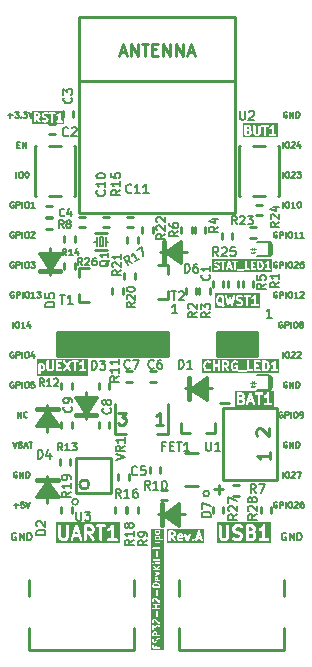
<source format=gbr>
G04 #@! TF.GenerationSoftware,KiCad,Pcbnew,7.0.9-7.0.9~ubuntu22.04.1*
G04 #@! TF.CreationDate,2023-12-08T11:13:10+02:00*
G04 #@! TF.ProjectId,ESP32-H2-DevKit-LiPo_Rev_A,45535033-322d-4483-922d-4465764b6974,A*
G04 #@! TF.SameCoordinates,PX7cc0090PY6a95280*
G04 #@! TF.FileFunction,Legend,Top*
G04 #@! TF.FilePolarity,Positive*
%FSLAX46Y46*%
G04 Gerber Fmt 4.6, Leading zero omitted, Abs format (unit mm)*
G04 Created by KiCad (PCBNEW 7.0.9-7.0.9~ubuntu22.04.1) date 2023-12-08 11:13:10*
%MOMM*%
%LPD*%
G01*
G04 APERTURE LIST*
%ADD10C,0.203200*%
%ADD11C,0.127000*%
%ADD12C,0.190500*%
%ADD13C,0.158750*%
%ADD14C,0.254000*%
%ADD15C,0.177800*%
%ADD16C,0.222250*%
%ADD17C,0.171450*%
%ADD18C,0.139700*%
%ADD19C,0.228600*%
%ADD20C,0.050000*%
%ADD21C,0.100000*%
G04 APERTURE END LIST*
D10*
X6045200Y12649200D02*
G75*
G03*
X6045200Y12649200I-254000J0D01*
G01*
X17145000Y13335000D02*
G75*
G03*
X17145000Y13335000I-254000J0D01*
G01*
D11*
X895048Y42887489D02*
X1064381Y42887489D01*
X1136953Y42621394D02*
X895048Y42621394D01*
X895048Y42621394D02*
X895048Y43129394D01*
X895048Y43129394D02*
X1136953Y43129394D01*
X1354667Y42621394D02*
X1354667Y43129394D01*
X1354667Y43129394D02*
X1644953Y42621394D01*
X1644953Y42621394D02*
X1644953Y43129394D01*
X825500Y40081394D02*
X825500Y40589394D01*
X1164167Y40589394D02*
X1260929Y40589394D01*
X1260929Y40589394D02*
X1309310Y40565204D01*
X1309310Y40565204D02*
X1357691Y40516823D01*
X1357691Y40516823D02*
X1381881Y40420061D01*
X1381881Y40420061D02*
X1381881Y40250727D01*
X1381881Y40250727D02*
X1357691Y40153965D01*
X1357691Y40153965D02*
X1309310Y40105584D01*
X1309310Y40105584D02*
X1260929Y40081394D01*
X1260929Y40081394D02*
X1164167Y40081394D01*
X1164167Y40081394D02*
X1115786Y40105584D01*
X1115786Y40105584D02*
X1067405Y40153965D01*
X1067405Y40153965D02*
X1043214Y40250727D01*
X1043214Y40250727D02*
X1043214Y40420061D01*
X1043214Y40420061D02*
X1067405Y40516823D01*
X1067405Y40516823D02*
X1115786Y40565204D01*
X1115786Y40565204D02*
X1164167Y40589394D01*
X1696357Y40589394D02*
X1744738Y40589394D01*
X1744738Y40589394D02*
X1793119Y40565204D01*
X1793119Y40565204D02*
X1817309Y40541013D01*
X1817309Y40541013D02*
X1841500Y40492632D01*
X1841500Y40492632D02*
X1865690Y40395870D01*
X1865690Y40395870D02*
X1865690Y40274918D01*
X1865690Y40274918D02*
X1841500Y40178156D01*
X1841500Y40178156D02*
X1817309Y40129775D01*
X1817309Y40129775D02*
X1793119Y40105584D01*
X1793119Y40105584D02*
X1744738Y40081394D01*
X1744738Y40081394D02*
X1696357Y40081394D01*
X1696357Y40081394D02*
X1647976Y40105584D01*
X1647976Y40105584D02*
X1623785Y40129775D01*
X1623785Y40129775D02*
X1599595Y40178156D01*
X1599595Y40178156D02*
X1575404Y40274918D01*
X1575404Y40274918D02*
X1575404Y40395870D01*
X1575404Y40395870D02*
X1599595Y40492632D01*
X1599595Y40492632D02*
X1623785Y40541013D01*
X1623785Y40541013D02*
X1647976Y40565204D01*
X1647976Y40565204D02*
X1696357Y40589394D01*
X595690Y30405204D02*
X547309Y30429394D01*
X547309Y30429394D02*
X474738Y30429394D01*
X474738Y30429394D02*
X402166Y30405204D01*
X402166Y30405204D02*
X353785Y30356823D01*
X353785Y30356823D02*
X329595Y30308442D01*
X329595Y30308442D02*
X305404Y30211680D01*
X305404Y30211680D02*
X305404Y30139108D01*
X305404Y30139108D02*
X329595Y30042346D01*
X329595Y30042346D02*
X353785Y29993965D01*
X353785Y29993965D02*
X402166Y29945584D01*
X402166Y29945584D02*
X474738Y29921394D01*
X474738Y29921394D02*
X523119Y29921394D01*
X523119Y29921394D02*
X595690Y29945584D01*
X595690Y29945584D02*
X619881Y29969775D01*
X619881Y29969775D02*
X619881Y30139108D01*
X619881Y30139108D02*
X523119Y30139108D01*
X837595Y29921394D02*
X837595Y30429394D01*
X837595Y30429394D02*
X1031119Y30429394D01*
X1031119Y30429394D02*
X1079500Y30405204D01*
X1079500Y30405204D02*
X1103690Y30381013D01*
X1103690Y30381013D02*
X1127881Y30332632D01*
X1127881Y30332632D02*
X1127881Y30260061D01*
X1127881Y30260061D02*
X1103690Y30211680D01*
X1103690Y30211680D02*
X1079500Y30187489D01*
X1079500Y30187489D02*
X1031119Y30163299D01*
X1031119Y30163299D02*
X837595Y30163299D01*
X1345595Y29921394D02*
X1345595Y30429394D01*
X1684262Y30429394D02*
X1781024Y30429394D01*
X1781024Y30429394D02*
X1829405Y30405204D01*
X1829405Y30405204D02*
X1877786Y30356823D01*
X1877786Y30356823D02*
X1901976Y30260061D01*
X1901976Y30260061D02*
X1901976Y30090727D01*
X1901976Y30090727D02*
X1877786Y29993965D01*
X1877786Y29993965D02*
X1829405Y29945584D01*
X1829405Y29945584D02*
X1781024Y29921394D01*
X1781024Y29921394D02*
X1684262Y29921394D01*
X1684262Y29921394D02*
X1635881Y29945584D01*
X1635881Y29945584D02*
X1587500Y29993965D01*
X1587500Y29993965D02*
X1563309Y30090727D01*
X1563309Y30090727D02*
X1563309Y30260061D01*
X1563309Y30260061D02*
X1587500Y30356823D01*
X1587500Y30356823D02*
X1635881Y30405204D01*
X1635881Y30405204D02*
X1684262Y30429394D01*
X2385785Y29921394D02*
X2095499Y29921394D01*
X2240642Y29921394D02*
X2240642Y30429394D01*
X2240642Y30429394D02*
X2192261Y30356823D01*
X2192261Y30356823D02*
X2143880Y30308442D01*
X2143880Y30308442D02*
X2095499Y30284251D01*
X2555119Y30429394D02*
X2869595Y30429394D01*
X2869595Y30429394D02*
X2700262Y30235870D01*
X2700262Y30235870D02*
X2772833Y30235870D01*
X2772833Y30235870D02*
X2821214Y30211680D01*
X2821214Y30211680D02*
X2845405Y30187489D01*
X2845405Y30187489D02*
X2869595Y30139108D01*
X2869595Y30139108D02*
X2869595Y30018156D01*
X2869595Y30018156D02*
X2845405Y29969775D01*
X2845405Y29969775D02*
X2821214Y29945584D01*
X2821214Y29945584D02*
X2772833Y29921394D01*
X2772833Y29921394D02*
X2627690Y29921394D01*
X2627690Y29921394D02*
X2579309Y29945584D01*
X2579309Y29945584D02*
X2555119Y29969775D01*
X520095Y27381394D02*
X520095Y27889394D01*
X858762Y27889394D02*
X955524Y27889394D01*
X955524Y27889394D02*
X1003905Y27865204D01*
X1003905Y27865204D02*
X1052286Y27816823D01*
X1052286Y27816823D02*
X1076476Y27720061D01*
X1076476Y27720061D02*
X1076476Y27550727D01*
X1076476Y27550727D02*
X1052286Y27453965D01*
X1052286Y27453965D02*
X1003905Y27405584D01*
X1003905Y27405584D02*
X955524Y27381394D01*
X955524Y27381394D02*
X858762Y27381394D01*
X858762Y27381394D02*
X810381Y27405584D01*
X810381Y27405584D02*
X762000Y27453965D01*
X762000Y27453965D02*
X737809Y27550727D01*
X737809Y27550727D02*
X737809Y27720061D01*
X737809Y27720061D02*
X762000Y27816823D01*
X762000Y27816823D02*
X810381Y27865204D01*
X810381Y27865204D02*
X858762Y27889394D01*
X1560285Y27381394D02*
X1269999Y27381394D01*
X1415142Y27381394D02*
X1415142Y27889394D01*
X1415142Y27889394D02*
X1366761Y27816823D01*
X1366761Y27816823D02*
X1318380Y27768442D01*
X1318380Y27768442D02*
X1269999Y27744251D01*
X1995714Y27720061D02*
X1995714Y27381394D01*
X1874762Y27913584D02*
X1753809Y27550727D01*
X1753809Y27550727D02*
X2068286Y27550727D01*
X570895Y25325204D02*
X522514Y25349394D01*
X522514Y25349394D02*
X449943Y25349394D01*
X449943Y25349394D02*
X377371Y25325204D01*
X377371Y25325204D02*
X328990Y25276823D01*
X328990Y25276823D02*
X304800Y25228442D01*
X304800Y25228442D02*
X280609Y25131680D01*
X280609Y25131680D02*
X280609Y25059108D01*
X280609Y25059108D02*
X304800Y24962346D01*
X304800Y24962346D02*
X328990Y24913965D01*
X328990Y24913965D02*
X377371Y24865584D01*
X377371Y24865584D02*
X449943Y24841394D01*
X449943Y24841394D02*
X498324Y24841394D01*
X498324Y24841394D02*
X570895Y24865584D01*
X570895Y24865584D02*
X595086Y24889775D01*
X595086Y24889775D02*
X595086Y25059108D01*
X595086Y25059108D02*
X498324Y25059108D01*
X812800Y24841394D02*
X812800Y25349394D01*
X812800Y25349394D02*
X1006324Y25349394D01*
X1006324Y25349394D02*
X1054705Y25325204D01*
X1054705Y25325204D02*
X1078895Y25301013D01*
X1078895Y25301013D02*
X1103086Y25252632D01*
X1103086Y25252632D02*
X1103086Y25180061D01*
X1103086Y25180061D02*
X1078895Y25131680D01*
X1078895Y25131680D02*
X1054705Y25107489D01*
X1054705Y25107489D02*
X1006324Y25083299D01*
X1006324Y25083299D02*
X812800Y25083299D01*
X1320800Y24841394D02*
X1320800Y25349394D01*
X1659467Y25349394D02*
X1756229Y25349394D01*
X1756229Y25349394D02*
X1804610Y25325204D01*
X1804610Y25325204D02*
X1852991Y25276823D01*
X1852991Y25276823D02*
X1877181Y25180061D01*
X1877181Y25180061D02*
X1877181Y25010727D01*
X1877181Y25010727D02*
X1852991Y24913965D01*
X1852991Y24913965D02*
X1804610Y24865584D01*
X1804610Y24865584D02*
X1756229Y24841394D01*
X1756229Y24841394D02*
X1659467Y24841394D01*
X1659467Y24841394D02*
X1611086Y24865584D01*
X1611086Y24865584D02*
X1562705Y24913965D01*
X1562705Y24913965D02*
X1538514Y25010727D01*
X1538514Y25010727D02*
X1538514Y25180061D01*
X1538514Y25180061D02*
X1562705Y25276823D01*
X1562705Y25276823D02*
X1611086Y25325204D01*
X1611086Y25325204D02*
X1659467Y25349394D01*
X2312609Y25180061D02*
X2312609Y24841394D01*
X2191657Y25373584D02*
X2070704Y25010727D01*
X2070704Y25010727D02*
X2385181Y25010727D01*
X570895Y22785204D02*
X522514Y22809394D01*
X522514Y22809394D02*
X449943Y22809394D01*
X449943Y22809394D02*
X377371Y22785204D01*
X377371Y22785204D02*
X328990Y22736823D01*
X328990Y22736823D02*
X304800Y22688442D01*
X304800Y22688442D02*
X280609Y22591680D01*
X280609Y22591680D02*
X280609Y22519108D01*
X280609Y22519108D02*
X304800Y22422346D01*
X304800Y22422346D02*
X328990Y22373965D01*
X328990Y22373965D02*
X377371Y22325584D01*
X377371Y22325584D02*
X449943Y22301394D01*
X449943Y22301394D02*
X498324Y22301394D01*
X498324Y22301394D02*
X570895Y22325584D01*
X570895Y22325584D02*
X595086Y22349775D01*
X595086Y22349775D02*
X595086Y22519108D01*
X595086Y22519108D02*
X498324Y22519108D01*
X812800Y22301394D02*
X812800Y22809394D01*
X812800Y22809394D02*
X1006324Y22809394D01*
X1006324Y22809394D02*
X1054705Y22785204D01*
X1054705Y22785204D02*
X1078895Y22761013D01*
X1078895Y22761013D02*
X1103086Y22712632D01*
X1103086Y22712632D02*
X1103086Y22640061D01*
X1103086Y22640061D02*
X1078895Y22591680D01*
X1078895Y22591680D02*
X1054705Y22567489D01*
X1054705Y22567489D02*
X1006324Y22543299D01*
X1006324Y22543299D02*
X812800Y22543299D01*
X1320800Y22301394D02*
X1320800Y22809394D01*
X1659467Y22809394D02*
X1756229Y22809394D01*
X1756229Y22809394D02*
X1804610Y22785204D01*
X1804610Y22785204D02*
X1852991Y22736823D01*
X1852991Y22736823D02*
X1877181Y22640061D01*
X1877181Y22640061D02*
X1877181Y22470727D01*
X1877181Y22470727D02*
X1852991Y22373965D01*
X1852991Y22373965D02*
X1804610Y22325584D01*
X1804610Y22325584D02*
X1756229Y22301394D01*
X1756229Y22301394D02*
X1659467Y22301394D01*
X1659467Y22301394D02*
X1611086Y22325584D01*
X1611086Y22325584D02*
X1562705Y22373965D01*
X1562705Y22373965D02*
X1538514Y22470727D01*
X1538514Y22470727D02*
X1538514Y22640061D01*
X1538514Y22640061D02*
X1562705Y22736823D01*
X1562705Y22736823D02*
X1611086Y22785204D01*
X1611086Y22785204D02*
X1659467Y22809394D01*
X2336800Y22809394D02*
X2094895Y22809394D01*
X2094895Y22809394D02*
X2070704Y22567489D01*
X2070704Y22567489D02*
X2094895Y22591680D01*
X2094895Y22591680D02*
X2143276Y22615870D01*
X2143276Y22615870D02*
X2264228Y22615870D01*
X2264228Y22615870D02*
X2312609Y22591680D01*
X2312609Y22591680D02*
X2336800Y22567489D01*
X2336800Y22567489D02*
X2360990Y22519108D01*
X2360990Y22519108D02*
X2360990Y22398156D01*
X2360990Y22398156D02*
X2336800Y22349775D01*
X2336800Y22349775D02*
X2312609Y22325584D01*
X2312609Y22325584D02*
X2264228Y22301394D01*
X2264228Y22301394D02*
X2143276Y22301394D01*
X2143276Y22301394D02*
X2094895Y22325584D01*
X2094895Y22325584D02*
X2070704Y22349775D01*
X934357Y19761394D02*
X934357Y20269394D01*
X934357Y20269394D02*
X1224643Y19761394D01*
X1224643Y19761394D02*
X1224643Y20269394D01*
X1756833Y19809775D02*
X1732642Y19785584D01*
X1732642Y19785584D02*
X1660071Y19761394D01*
X1660071Y19761394D02*
X1611690Y19761394D01*
X1611690Y19761394D02*
X1539118Y19785584D01*
X1539118Y19785584D02*
X1490737Y19833965D01*
X1490737Y19833965D02*
X1466547Y19882346D01*
X1466547Y19882346D02*
X1442356Y19979108D01*
X1442356Y19979108D02*
X1442356Y20051680D01*
X1442356Y20051680D02*
X1466547Y20148442D01*
X1466547Y20148442D02*
X1490737Y20196823D01*
X1490737Y20196823D02*
X1539118Y20245204D01*
X1539118Y20245204D02*
X1611690Y20269394D01*
X1611690Y20269394D02*
X1660071Y20269394D01*
X1660071Y20269394D02*
X1732642Y20245204D01*
X1732642Y20245204D02*
X1756833Y20221013D01*
X23742952Y45645204D02*
X23694571Y45669394D01*
X23694571Y45669394D02*
X23622000Y45669394D01*
X23622000Y45669394D02*
X23549428Y45645204D01*
X23549428Y45645204D02*
X23501047Y45596823D01*
X23501047Y45596823D02*
X23476857Y45548442D01*
X23476857Y45548442D02*
X23452666Y45451680D01*
X23452666Y45451680D02*
X23452666Y45379108D01*
X23452666Y45379108D02*
X23476857Y45282346D01*
X23476857Y45282346D02*
X23501047Y45233965D01*
X23501047Y45233965D02*
X23549428Y45185584D01*
X23549428Y45185584D02*
X23622000Y45161394D01*
X23622000Y45161394D02*
X23670381Y45161394D01*
X23670381Y45161394D02*
X23742952Y45185584D01*
X23742952Y45185584D02*
X23767143Y45209775D01*
X23767143Y45209775D02*
X23767143Y45379108D01*
X23767143Y45379108D02*
X23670381Y45379108D01*
X23984857Y45161394D02*
X23984857Y45669394D01*
X23984857Y45669394D02*
X24275143Y45161394D01*
X24275143Y45161394D02*
X24275143Y45669394D01*
X24517047Y45161394D02*
X24517047Y45669394D01*
X24517047Y45669394D02*
X24637999Y45669394D01*
X24637999Y45669394D02*
X24710571Y45645204D01*
X24710571Y45645204D02*
X24758952Y45596823D01*
X24758952Y45596823D02*
X24783142Y45548442D01*
X24783142Y45548442D02*
X24807333Y45451680D01*
X24807333Y45451680D02*
X24807333Y45379108D01*
X24807333Y45379108D02*
X24783142Y45282346D01*
X24783142Y45282346D02*
X24758952Y45233965D01*
X24758952Y45233965D02*
X24710571Y45185584D01*
X24710571Y45185584D02*
X24637999Y45161394D01*
X24637999Y45161394D02*
X24517047Y45161394D01*
X23380095Y42621394D02*
X23380095Y43129394D01*
X23718762Y43129394D02*
X23815524Y43129394D01*
X23815524Y43129394D02*
X23863905Y43105204D01*
X23863905Y43105204D02*
X23912286Y43056823D01*
X23912286Y43056823D02*
X23936476Y42960061D01*
X23936476Y42960061D02*
X23936476Y42790727D01*
X23936476Y42790727D02*
X23912286Y42693965D01*
X23912286Y42693965D02*
X23863905Y42645584D01*
X23863905Y42645584D02*
X23815524Y42621394D01*
X23815524Y42621394D02*
X23718762Y42621394D01*
X23718762Y42621394D02*
X23670381Y42645584D01*
X23670381Y42645584D02*
X23622000Y42693965D01*
X23622000Y42693965D02*
X23597809Y42790727D01*
X23597809Y42790727D02*
X23597809Y42960061D01*
X23597809Y42960061D02*
X23622000Y43056823D01*
X23622000Y43056823D02*
X23670381Y43105204D01*
X23670381Y43105204D02*
X23718762Y43129394D01*
X24129999Y43081013D02*
X24154190Y43105204D01*
X24154190Y43105204D02*
X24202571Y43129394D01*
X24202571Y43129394D02*
X24323523Y43129394D01*
X24323523Y43129394D02*
X24371904Y43105204D01*
X24371904Y43105204D02*
X24396095Y43081013D01*
X24396095Y43081013D02*
X24420285Y43032632D01*
X24420285Y43032632D02*
X24420285Y42984251D01*
X24420285Y42984251D02*
X24396095Y42911680D01*
X24396095Y42911680D02*
X24105809Y42621394D01*
X24105809Y42621394D02*
X24420285Y42621394D01*
X24855714Y42960061D02*
X24855714Y42621394D01*
X24734762Y43153584D02*
X24613809Y42790727D01*
X24613809Y42790727D02*
X24928286Y42790727D01*
X22884190Y32945204D02*
X22835809Y32969394D01*
X22835809Y32969394D02*
X22763238Y32969394D01*
X22763238Y32969394D02*
X22690666Y32945204D01*
X22690666Y32945204D02*
X22642285Y32896823D01*
X22642285Y32896823D02*
X22618095Y32848442D01*
X22618095Y32848442D02*
X22593904Y32751680D01*
X22593904Y32751680D02*
X22593904Y32679108D01*
X22593904Y32679108D02*
X22618095Y32582346D01*
X22618095Y32582346D02*
X22642285Y32533965D01*
X22642285Y32533965D02*
X22690666Y32485584D01*
X22690666Y32485584D02*
X22763238Y32461394D01*
X22763238Y32461394D02*
X22811619Y32461394D01*
X22811619Y32461394D02*
X22884190Y32485584D01*
X22884190Y32485584D02*
X22908381Y32509775D01*
X22908381Y32509775D02*
X22908381Y32679108D01*
X22908381Y32679108D02*
X22811619Y32679108D01*
X23126095Y32461394D02*
X23126095Y32969394D01*
X23126095Y32969394D02*
X23319619Y32969394D01*
X23319619Y32969394D02*
X23368000Y32945204D01*
X23368000Y32945204D02*
X23392190Y32921013D01*
X23392190Y32921013D02*
X23416381Y32872632D01*
X23416381Y32872632D02*
X23416381Y32800061D01*
X23416381Y32800061D02*
X23392190Y32751680D01*
X23392190Y32751680D02*
X23368000Y32727489D01*
X23368000Y32727489D02*
X23319619Y32703299D01*
X23319619Y32703299D02*
X23126095Y32703299D01*
X23634095Y32461394D02*
X23634095Y32969394D01*
X23972762Y32969394D02*
X24069524Y32969394D01*
X24069524Y32969394D02*
X24117905Y32945204D01*
X24117905Y32945204D02*
X24166286Y32896823D01*
X24166286Y32896823D02*
X24190476Y32800061D01*
X24190476Y32800061D02*
X24190476Y32630727D01*
X24190476Y32630727D02*
X24166286Y32533965D01*
X24166286Y32533965D02*
X24117905Y32485584D01*
X24117905Y32485584D02*
X24069524Y32461394D01*
X24069524Y32461394D02*
X23972762Y32461394D01*
X23972762Y32461394D02*
X23924381Y32485584D01*
X23924381Y32485584D02*
X23876000Y32533965D01*
X23876000Y32533965D02*
X23851809Y32630727D01*
X23851809Y32630727D02*
X23851809Y32800061D01*
X23851809Y32800061D02*
X23876000Y32896823D01*
X23876000Y32896823D02*
X23924381Y32945204D01*
X23924381Y32945204D02*
X23972762Y32969394D01*
X24383999Y32921013D02*
X24408190Y32945204D01*
X24408190Y32945204D02*
X24456571Y32969394D01*
X24456571Y32969394D02*
X24577523Y32969394D01*
X24577523Y32969394D02*
X24625904Y32945204D01*
X24625904Y32945204D02*
X24650095Y32921013D01*
X24650095Y32921013D02*
X24674285Y32872632D01*
X24674285Y32872632D02*
X24674285Y32824251D01*
X24674285Y32824251D02*
X24650095Y32751680D01*
X24650095Y32751680D02*
X24359809Y32461394D01*
X24359809Y32461394D02*
X24674285Y32461394D01*
X25133905Y32969394D02*
X24892000Y32969394D01*
X24892000Y32969394D02*
X24867809Y32727489D01*
X24867809Y32727489D02*
X24892000Y32751680D01*
X24892000Y32751680D02*
X24940381Y32775870D01*
X24940381Y32775870D02*
X25061333Y32775870D01*
X25061333Y32775870D02*
X25109714Y32751680D01*
X25109714Y32751680D02*
X25133905Y32727489D01*
X25133905Y32727489D02*
X25158095Y32679108D01*
X25158095Y32679108D02*
X25158095Y32558156D01*
X25158095Y32558156D02*
X25133905Y32509775D01*
X25133905Y32509775D02*
X25109714Y32485584D01*
X25109714Y32485584D02*
X25061333Y32461394D01*
X25061333Y32461394D02*
X24940381Y32461394D01*
X24940381Y32461394D02*
X24892000Y32485584D01*
X24892000Y32485584D02*
X24867809Y32509775D01*
X23329295Y27865204D02*
X23280914Y27889394D01*
X23280914Y27889394D02*
X23208343Y27889394D01*
X23208343Y27889394D02*
X23135771Y27865204D01*
X23135771Y27865204D02*
X23087390Y27816823D01*
X23087390Y27816823D02*
X23063200Y27768442D01*
X23063200Y27768442D02*
X23039009Y27671680D01*
X23039009Y27671680D02*
X23039009Y27599108D01*
X23039009Y27599108D02*
X23063200Y27502346D01*
X23063200Y27502346D02*
X23087390Y27453965D01*
X23087390Y27453965D02*
X23135771Y27405584D01*
X23135771Y27405584D02*
X23208343Y27381394D01*
X23208343Y27381394D02*
X23256724Y27381394D01*
X23256724Y27381394D02*
X23329295Y27405584D01*
X23329295Y27405584D02*
X23353486Y27429775D01*
X23353486Y27429775D02*
X23353486Y27599108D01*
X23353486Y27599108D02*
X23256724Y27599108D01*
X23571200Y27381394D02*
X23571200Y27889394D01*
X23571200Y27889394D02*
X23764724Y27889394D01*
X23764724Y27889394D02*
X23813105Y27865204D01*
X23813105Y27865204D02*
X23837295Y27841013D01*
X23837295Y27841013D02*
X23861486Y27792632D01*
X23861486Y27792632D02*
X23861486Y27720061D01*
X23861486Y27720061D02*
X23837295Y27671680D01*
X23837295Y27671680D02*
X23813105Y27647489D01*
X23813105Y27647489D02*
X23764724Y27623299D01*
X23764724Y27623299D02*
X23571200Y27623299D01*
X24079200Y27381394D02*
X24079200Y27889394D01*
X24417867Y27889394D02*
X24514629Y27889394D01*
X24514629Y27889394D02*
X24563010Y27865204D01*
X24563010Y27865204D02*
X24611391Y27816823D01*
X24611391Y27816823D02*
X24635581Y27720061D01*
X24635581Y27720061D02*
X24635581Y27550727D01*
X24635581Y27550727D02*
X24611391Y27453965D01*
X24611391Y27453965D02*
X24563010Y27405584D01*
X24563010Y27405584D02*
X24514629Y27381394D01*
X24514629Y27381394D02*
X24417867Y27381394D01*
X24417867Y27381394D02*
X24369486Y27405584D01*
X24369486Y27405584D02*
X24321105Y27453965D01*
X24321105Y27453965D02*
X24296914Y27550727D01*
X24296914Y27550727D02*
X24296914Y27720061D01*
X24296914Y27720061D02*
X24321105Y27816823D01*
X24321105Y27816823D02*
X24369486Y27865204D01*
X24369486Y27865204D02*
X24417867Y27889394D01*
X24925866Y27671680D02*
X24877485Y27695870D01*
X24877485Y27695870D02*
X24853295Y27720061D01*
X24853295Y27720061D02*
X24829104Y27768442D01*
X24829104Y27768442D02*
X24829104Y27792632D01*
X24829104Y27792632D02*
X24853295Y27841013D01*
X24853295Y27841013D02*
X24877485Y27865204D01*
X24877485Y27865204D02*
X24925866Y27889394D01*
X24925866Y27889394D02*
X25022628Y27889394D01*
X25022628Y27889394D02*
X25071009Y27865204D01*
X25071009Y27865204D02*
X25095200Y27841013D01*
X25095200Y27841013D02*
X25119390Y27792632D01*
X25119390Y27792632D02*
X25119390Y27768442D01*
X25119390Y27768442D02*
X25095200Y27720061D01*
X25095200Y27720061D02*
X25071009Y27695870D01*
X25071009Y27695870D02*
X25022628Y27671680D01*
X25022628Y27671680D02*
X24925866Y27671680D01*
X24925866Y27671680D02*
X24877485Y27647489D01*
X24877485Y27647489D02*
X24853295Y27623299D01*
X24853295Y27623299D02*
X24829104Y27574918D01*
X24829104Y27574918D02*
X24829104Y27478156D01*
X24829104Y27478156D02*
X24853295Y27429775D01*
X24853295Y27429775D02*
X24877485Y27405584D01*
X24877485Y27405584D02*
X24925866Y27381394D01*
X24925866Y27381394D02*
X25022628Y27381394D01*
X25022628Y27381394D02*
X25071009Y27405584D01*
X25071009Y27405584D02*
X25095200Y27429775D01*
X25095200Y27429775D02*
X25119390Y27478156D01*
X25119390Y27478156D02*
X25119390Y27574918D01*
X25119390Y27574918D02*
X25095200Y27623299D01*
X25095200Y27623299D02*
X25071009Y27647489D01*
X25071009Y27647489D02*
X25022628Y27671680D01*
X23380095Y24841394D02*
X23380095Y25349394D01*
X23718762Y25349394D02*
X23815524Y25349394D01*
X23815524Y25349394D02*
X23863905Y25325204D01*
X23863905Y25325204D02*
X23912286Y25276823D01*
X23912286Y25276823D02*
X23936476Y25180061D01*
X23936476Y25180061D02*
X23936476Y25010727D01*
X23936476Y25010727D02*
X23912286Y24913965D01*
X23912286Y24913965D02*
X23863905Y24865584D01*
X23863905Y24865584D02*
X23815524Y24841394D01*
X23815524Y24841394D02*
X23718762Y24841394D01*
X23718762Y24841394D02*
X23670381Y24865584D01*
X23670381Y24865584D02*
X23622000Y24913965D01*
X23622000Y24913965D02*
X23597809Y25010727D01*
X23597809Y25010727D02*
X23597809Y25180061D01*
X23597809Y25180061D02*
X23622000Y25276823D01*
X23622000Y25276823D02*
X23670381Y25325204D01*
X23670381Y25325204D02*
X23718762Y25349394D01*
X24129999Y25301013D02*
X24154190Y25325204D01*
X24154190Y25325204D02*
X24202571Y25349394D01*
X24202571Y25349394D02*
X24323523Y25349394D01*
X24323523Y25349394D02*
X24371904Y25325204D01*
X24371904Y25325204D02*
X24396095Y25301013D01*
X24396095Y25301013D02*
X24420285Y25252632D01*
X24420285Y25252632D02*
X24420285Y25204251D01*
X24420285Y25204251D02*
X24396095Y25131680D01*
X24396095Y25131680D02*
X24105809Y24841394D01*
X24105809Y24841394D02*
X24420285Y24841394D01*
X24613809Y25301013D02*
X24638000Y25325204D01*
X24638000Y25325204D02*
X24686381Y25349394D01*
X24686381Y25349394D02*
X24807333Y25349394D01*
X24807333Y25349394D02*
X24855714Y25325204D01*
X24855714Y25325204D02*
X24879905Y25301013D01*
X24879905Y25301013D02*
X24904095Y25252632D01*
X24904095Y25252632D02*
X24904095Y25204251D01*
X24904095Y25204251D02*
X24879905Y25131680D01*
X24879905Y25131680D02*
X24589619Y24841394D01*
X24589619Y24841394D02*
X24904095Y24841394D01*
X23742952Y17705204D02*
X23694571Y17729394D01*
X23694571Y17729394D02*
X23622000Y17729394D01*
X23622000Y17729394D02*
X23549428Y17705204D01*
X23549428Y17705204D02*
X23501047Y17656823D01*
X23501047Y17656823D02*
X23476857Y17608442D01*
X23476857Y17608442D02*
X23452666Y17511680D01*
X23452666Y17511680D02*
X23452666Y17439108D01*
X23452666Y17439108D02*
X23476857Y17342346D01*
X23476857Y17342346D02*
X23501047Y17293965D01*
X23501047Y17293965D02*
X23549428Y17245584D01*
X23549428Y17245584D02*
X23622000Y17221394D01*
X23622000Y17221394D02*
X23670381Y17221394D01*
X23670381Y17221394D02*
X23742952Y17245584D01*
X23742952Y17245584D02*
X23767143Y17269775D01*
X23767143Y17269775D02*
X23767143Y17439108D01*
X23767143Y17439108D02*
X23670381Y17439108D01*
X23984857Y17221394D02*
X23984857Y17729394D01*
X23984857Y17729394D02*
X24275143Y17221394D01*
X24275143Y17221394D02*
X24275143Y17729394D01*
X24517047Y17221394D02*
X24517047Y17729394D01*
X24517047Y17729394D02*
X24637999Y17729394D01*
X24637999Y17729394D02*
X24710571Y17705204D01*
X24710571Y17705204D02*
X24758952Y17656823D01*
X24758952Y17656823D02*
X24783142Y17608442D01*
X24783142Y17608442D02*
X24807333Y17511680D01*
X24807333Y17511680D02*
X24807333Y17439108D01*
X24807333Y17439108D02*
X24783142Y17342346D01*
X24783142Y17342346D02*
X24758952Y17293965D01*
X24758952Y17293965D02*
X24710571Y17245584D01*
X24710571Y17245584D02*
X24637999Y17221394D01*
X24637999Y17221394D02*
X24517047Y17221394D01*
X22884190Y12625204D02*
X22835809Y12649394D01*
X22835809Y12649394D02*
X22763238Y12649394D01*
X22763238Y12649394D02*
X22690666Y12625204D01*
X22690666Y12625204D02*
X22642285Y12576823D01*
X22642285Y12576823D02*
X22618095Y12528442D01*
X22618095Y12528442D02*
X22593904Y12431680D01*
X22593904Y12431680D02*
X22593904Y12359108D01*
X22593904Y12359108D02*
X22618095Y12262346D01*
X22618095Y12262346D02*
X22642285Y12213965D01*
X22642285Y12213965D02*
X22690666Y12165584D01*
X22690666Y12165584D02*
X22763238Y12141394D01*
X22763238Y12141394D02*
X22811619Y12141394D01*
X22811619Y12141394D02*
X22884190Y12165584D01*
X22884190Y12165584D02*
X22908381Y12189775D01*
X22908381Y12189775D02*
X22908381Y12359108D01*
X22908381Y12359108D02*
X22811619Y12359108D01*
X23126095Y12141394D02*
X23126095Y12649394D01*
X23126095Y12649394D02*
X23319619Y12649394D01*
X23319619Y12649394D02*
X23368000Y12625204D01*
X23368000Y12625204D02*
X23392190Y12601013D01*
X23392190Y12601013D02*
X23416381Y12552632D01*
X23416381Y12552632D02*
X23416381Y12480061D01*
X23416381Y12480061D02*
X23392190Y12431680D01*
X23392190Y12431680D02*
X23368000Y12407489D01*
X23368000Y12407489D02*
X23319619Y12383299D01*
X23319619Y12383299D02*
X23126095Y12383299D01*
X23634095Y12141394D02*
X23634095Y12649394D01*
X23972762Y12649394D02*
X24069524Y12649394D01*
X24069524Y12649394D02*
X24117905Y12625204D01*
X24117905Y12625204D02*
X24166286Y12576823D01*
X24166286Y12576823D02*
X24190476Y12480061D01*
X24190476Y12480061D02*
X24190476Y12310727D01*
X24190476Y12310727D02*
X24166286Y12213965D01*
X24166286Y12213965D02*
X24117905Y12165584D01*
X24117905Y12165584D02*
X24069524Y12141394D01*
X24069524Y12141394D02*
X23972762Y12141394D01*
X23972762Y12141394D02*
X23924381Y12165584D01*
X23924381Y12165584D02*
X23876000Y12213965D01*
X23876000Y12213965D02*
X23851809Y12310727D01*
X23851809Y12310727D02*
X23851809Y12480061D01*
X23851809Y12480061D02*
X23876000Y12576823D01*
X23876000Y12576823D02*
X23924381Y12625204D01*
X23924381Y12625204D02*
X23972762Y12649394D01*
X24383999Y12601013D02*
X24408190Y12625204D01*
X24408190Y12625204D02*
X24456571Y12649394D01*
X24456571Y12649394D02*
X24577523Y12649394D01*
X24577523Y12649394D02*
X24625904Y12625204D01*
X24625904Y12625204D02*
X24650095Y12601013D01*
X24650095Y12601013D02*
X24674285Y12552632D01*
X24674285Y12552632D02*
X24674285Y12504251D01*
X24674285Y12504251D02*
X24650095Y12431680D01*
X24650095Y12431680D02*
X24359809Y12141394D01*
X24359809Y12141394D02*
X24674285Y12141394D01*
X25109714Y12649394D02*
X25012952Y12649394D01*
X25012952Y12649394D02*
X24964571Y12625204D01*
X24964571Y12625204D02*
X24940381Y12601013D01*
X24940381Y12601013D02*
X24892000Y12528442D01*
X24892000Y12528442D02*
X24867809Y12431680D01*
X24867809Y12431680D02*
X24867809Y12238156D01*
X24867809Y12238156D02*
X24892000Y12189775D01*
X24892000Y12189775D02*
X24916190Y12165584D01*
X24916190Y12165584D02*
X24964571Y12141394D01*
X24964571Y12141394D02*
X25061333Y12141394D01*
X25061333Y12141394D02*
X25109714Y12165584D01*
X25109714Y12165584D02*
X25133905Y12189775D01*
X25133905Y12189775D02*
X25158095Y12238156D01*
X25158095Y12238156D02*
X25158095Y12359108D01*
X25158095Y12359108D02*
X25133905Y12407489D01*
X25133905Y12407489D02*
X25109714Y12431680D01*
X25109714Y12431680D02*
X25061333Y12455870D01*
X25061333Y12455870D02*
X24964571Y12455870D01*
X24964571Y12455870D02*
X24916190Y12431680D01*
X24916190Y12431680D02*
X24892000Y12407489D01*
X24892000Y12407489D02*
X24867809Y12359108D01*
G36*
X12594978Y1548014D02*
G01*
X12607014Y1535977D01*
X12622312Y1505381D01*
X12622312Y1370996D01*
X12456607Y1370996D01*
X12456607Y1505382D01*
X12471905Y1535978D01*
X12483940Y1548013D01*
X12514535Y1563310D01*
X12564384Y1563310D01*
X12594978Y1548014D01*
G37*
G36*
X12796694Y5664764D02*
G01*
X12834462Y5645881D01*
X12869798Y5610545D01*
X12888407Y5554718D01*
X12888407Y5495472D01*
X12456607Y5495472D01*
X12456607Y5554716D01*
X12475217Y5610547D01*
X12510550Y5645879D01*
X12548319Y5664764D01*
X12640410Y5687786D01*
X12704604Y5687786D01*
X12796694Y5664764D01*
G37*
G36*
X12688182Y6027663D02*
G01*
X12674192Y6027663D01*
X12653313Y6038103D01*
X12642874Y6058981D01*
X12642874Y6135440D01*
X12653313Y6156319D01*
X12661620Y6160472D01*
X12688182Y6027663D01*
G37*
G36*
X12861074Y9637307D02*
G01*
X12873109Y9625272D01*
X12888407Y9594676D01*
X12888407Y9518219D01*
X12886052Y9513509D01*
X12645228Y9513509D01*
X12642874Y9518218D01*
X12642874Y9594677D01*
X12658171Y9625272D01*
X12670206Y9637307D01*
X12700802Y9652604D01*
X12830479Y9652604D01*
X12861074Y9637307D01*
G37*
G36*
X12861074Y10142888D02*
G01*
X12873109Y10130853D01*
X12888407Y10100257D01*
X12888407Y10050410D01*
X12873109Y10019814D01*
X12861074Y10007779D01*
X12830479Y9992481D01*
X12700802Y9992481D01*
X12670206Y10007779D01*
X12658171Y10019814D01*
X12642874Y10050409D01*
X12642874Y10100258D01*
X12658171Y10130853D01*
X12670206Y10142888D01*
X12700802Y10158185D01*
X12830479Y10158185D01*
X12861074Y10142888D01*
G37*
G36*
X13281503Y126396D02*
G01*
X12249778Y126396D01*
X12249778Y269725D01*
X12329607Y269725D01*
X12348206Y224824D01*
X12393107Y206225D01*
X12659202Y206225D01*
X12951907Y206225D01*
X12996808Y224824D01*
X13015407Y269725D01*
X13015407Y535820D01*
X12996808Y580721D01*
X12951907Y599320D01*
X12907006Y580721D01*
X12888407Y535820D01*
X12888407Y333225D01*
X12722702Y333225D01*
X12722702Y455992D01*
X12704103Y500893D01*
X12659202Y519492D01*
X12614301Y500893D01*
X12595702Y455992D01*
X12595702Y333225D01*
X12456607Y333225D01*
X12456607Y535820D01*
X12438008Y580721D01*
X12393107Y599320D01*
X12348206Y580721D01*
X12329607Y535820D01*
X12329607Y269725D01*
X12249778Y269725D01*
X12249778Y855135D01*
X12329607Y855135D01*
X12335263Y841480D01*
X12336311Y826737D01*
X12362921Y773517D01*
X12370816Y766670D01*
X12374815Y757016D01*
X12401424Y730405D01*
X12411080Y726405D01*
X12417928Y718510D01*
X12471147Y691901D01*
X12485889Y690854D01*
X12499545Y685197D01*
X12552764Y685197D01*
X12566419Y690854D01*
X12581162Y691901D01*
X12634380Y718509D01*
X12641228Y726406D01*
X12650884Y730405D01*
X12677494Y757015D01*
X12681493Y766670D01*
X12689389Y773518D01*
X12715998Y826737D01*
X12716509Y833936D01*
X12720806Y839734D01*
X12745725Y939411D01*
X12764608Y977178D01*
X12776645Y989214D01*
X12807241Y1004511D01*
X12830479Y1004511D01*
X12861074Y989213D01*
X12873109Y977178D01*
X12888407Y946583D01*
X12888407Y838828D01*
X12865057Y768777D01*
X12868502Y720299D01*
X12905218Y688456D01*
X12953696Y691901D01*
X12985539Y728617D01*
X13012148Y808445D01*
X13011407Y818869D01*
X13015407Y828525D01*
X13015407Y961573D01*
X13009750Y975229D01*
X13008703Y989971D01*
X12982094Y1043190D01*
X12974199Y1050038D01*
X12970199Y1059694D01*
X12943588Y1086303D01*
X12933934Y1090302D01*
X12927087Y1098197D01*
X12873867Y1124807D01*
X12859124Y1125855D01*
X12845469Y1131511D01*
X12792250Y1131511D01*
X12778594Y1125855D01*
X12763852Y1124807D01*
X12710633Y1098197D01*
X12703785Y1090302D01*
X12694131Y1086303D01*
X12667521Y1059694D01*
X12663521Y1050038D01*
X12655624Y1043189D01*
X12629016Y989971D01*
X12628504Y982773D01*
X12624208Y976974D01*
X12599288Y877300D01*
X12580404Y839530D01*
X12568369Y827495D01*
X12537774Y812197D01*
X12514535Y812197D01*
X12483940Y827495D01*
X12471905Y839530D01*
X12456607Y870126D01*
X12456607Y977878D01*
X12479958Y1047930D01*
X12476513Y1096408D01*
X12439798Y1128252D01*
X12391319Y1124807D01*
X12359476Y1088091D01*
X12332866Y1008263D01*
X12333606Y997839D01*
X12329607Y988182D01*
X12329607Y855135D01*
X12249778Y855135D01*
X12249778Y1307496D01*
X12329607Y1307496D01*
X12348206Y1262595D01*
X12393107Y1243996D01*
X12685812Y1243996D01*
X12951907Y1243996D01*
X12996808Y1262595D01*
X13015407Y1307496D01*
X12996808Y1352397D01*
X12951907Y1370996D01*
X12749312Y1370996D01*
X12749312Y1520372D01*
X12743655Y1534028D01*
X12742608Y1548770D01*
X12715998Y1601989D01*
X12708102Y1608837D01*
X12704104Y1618491D01*
X12677495Y1645101D01*
X12667838Y1649101D01*
X12660990Y1656998D01*
X12607772Y1683606D01*
X12593029Y1684654D01*
X12579374Y1690310D01*
X12499545Y1690310D01*
X12485889Y1684654D01*
X12471147Y1683606D01*
X12417928Y1656997D01*
X12411080Y1649103D01*
X12401424Y1645102D01*
X12374815Y1618491D01*
X12370816Y1608838D01*
X12362921Y1601990D01*
X12336311Y1548770D01*
X12335263Y1534028D01*
X12329607Y1520372D01*
X12329607Y1307496D01*
X12249778Y1307496D01*
X12249778Y1813077D01*
X12329607Y1813077D01*
X12348206Y1768176D01*
X12393107Y1749577D01*
X12438008Y1768176D01*
X12456607Y1813077D01*
X12456607Y2019062D01*
X12564168Y1924946D01*
X12585332Y1917788D01*
X12605983Y1909234D01*
X12608069Y1910099D01*
X12610207Y1909375D01*
X12630236Y1919281D01*
X12650884Y1927833D01*
X12651747Y1929919D01*
X12653771Y1930919D01*
X12660929Y1952084D01*
X12669483Y1972734D01*
X12669483Y2037573D01*
X12684780Y2068168D01*
X12696816Y2080203D01*
X12727412Y2095501D01*
X12830479Y2095501D01*
X12861074Y2080203D01*
X12873109Y2068168D01*
X12888407Y2037573D01*
X12888407Y1907897D01*
X12873109Y1877301D01*
X12853787Y1857978D01*
X12835188Y1813077D01*
X12853787Y1768176D01*
X12898688Y1749577D01*
X12943589Y1768176D01*
X12970199Y1794786D01*
X12974198Y1804441D01*
X12982094Y1811289D01*
X13008703Y1864508D01*
X13009750Y1879251D01*
X13015407Y1892906D01*
X13015407Y2052563D01*
X13009750Y2066219D01*
X13008703Y2080961D01*
X12982094Y2134180D01*
X12974199Y2141028D01*
X12970199Y2150684D01*
X12943588Y2177293D01*
X12933934Y2181292D01*
X12927087Y2189187D01*
X12873867Y2215797D01*
X12859124Y2216845D01*
X12845469Y2222501D01*
X12712421Y2222501D01*
X12698765Y2216845D01*
X12684023Y2215797D01*
X12630804Y2189187D01*
X12623956Y2181292D01*
X12614301Y2177292D01*
X12587692Y2150683D01*
X12583693Y2141029D01*
X12575797Y2134181D01*
X12558177Y2098942D01*
X12434922Y2206790D01*
X12413750Y2213951D01*
X12393107Y2222501D01*
X12391021Y2221637D01*
X12388883Y2222360D01*
X12368850Y2212454D01*
X12348206Y2203902D01*
X12347342Y2201818D01*
X12345318Y2200816D01*
X12338157Y2179645D01*
X12329607Y2159001D01*
X12329607Y1813077D01*
X12249778Y1813077D01*
X12249778Y2451705D01*
X12329607Y2451705D01*
X12335263Y2438050D01*
X12336311Y2423307D01*
X12362921Y2370087D01*
X12370817Y2363240D01*
X12374816Y2353585D01*
X12401425Y2326976D01*
X12446326Y2308377D01*
X12491227Y2326976D01*
X12509826Y2371877D01*
X12491227Y2416778D01*
X12471904Y2436101D01*
X12456607Y2466696D01*
X12456607Y2569763D01*
X12471904Y2600358D01*
X12483940Y2612393D01*
X12514536Y2627691D01*
X12542460Y2627691D01*
X12598291Y2609081D01*
X12907006Y2300366D01*
X12951907Y2281767D01*
X12996808Y2300366D01*
X13015407Y2345267D01*
X13015407Y2691191D01*
X12996808Y2736092D01*
X12951907Y2754691D01*
X12907006Y2736092D01*
X12888407Y2691191D01*
X12888407Y2498569D01*
X12677494Y2709482D01*
X12663838Y2715139D01*
X12652673Y2724822D01*
X12572845Y2751432D01*
X12562420Y2750692D01*
X12552764Y2754691D01*
X12499545Y2754691D01*
X12485889Y2749035D01*
X12471147Y2747987D01*
X12417928Y2721377D01*
X12411080Y2713482D01*
X12401425Y2709482D01*
X12374816Y2682873D01*
X12370817Y2673219D01*
X12362921Y2666371D01*
X12336311Y2613151D01*
X12335263Y2598409D01*
X12329607Y2584753D01*
X12329607Y2451705D01*
X12249778Y2451705D01*
X12249778Y2930676D01*
X12675531Y2930676D01*
X12694130Y2885775D01*
X12739031Y2867176D01*
X12783932Y2885775D01*
X12802531Y2930676D01*
X12802531Y3356428D01*
X12783932Y3401329D01*
X12739031Y3419928D01*
X12694130Y3401329D01*
X12675531Y3356428D01*
X12675531Y2930676D01*
X12249778Y2930676D01*
X12249778Y3622524D01*
X12329607Y3622524D01*
X12348206Y3577623D01*
X12393107Y3559024D01*
X12659202Y3559024D01*
X12951907Y3559024D01*
X12996808Y3577623D01*
X13015407Y3622524D01*
X12996808Y3667425D01*
X12951907Y3686024D01*
X12722702Y3686024D01*
X12722702Y3878338D01*
X12951907Y3878338D01*
X12996808Y3896937D01*
X13015407Y3941838D01*
X12996808Y3986739D01*
X12951907Y4005338D01*
X12393107Y4005338D01*
X12348206Y3986739D01*
X12329607Y3941838D01*
X12348206Y3896937D01*
X12393107Y3878338D01*
X12595702Y3878338D01*
X12595702Y3686024D01*
X12393107Y3686024D01*
X12348206Y3667425D01*
X12329607Y3622524D01*
X12249778Y3622524D01*
X12249778Y4261153D01*
X12329607Y4261153D01*
X12335263Y4247498D01*
X12336311Y4232755D01*
X12362921Y4179535D01*
X12370817Y4172688D01*
X12374816Y4163033D01*
X12401425Y4136424D01*
X12446326Y4117825D01*
X12491227Y4136424D01*
X12509826Y4181325D01*
X12491227Y4226226D01*
X12471904Y4245549D01*
X12456607Y4276144D01*
X12456607Y4379211D01*
X12471904Y4409806D01*
X12483940Y4421841D01*
X12514536Y4437139D01*
X12542460Y4437139D01*
X12598291Y4418529D01*
X12907006Y4109814D01*
X12951907Y4091215D01*
X12996808Y4109814D01*
X13015407Y4154715D01*
X13015407Y4500639D01*
X12996808Y4545540D01*
X12951907Y4564139D01*
X12907006Y4545540D01*
X12888407Y4500639D01*
X12888407Y4308017D01*
X12677494Y4518930D01*
X12663838Y4524587D01*
X12652673Y4534270D01*
X12572845Y4560880D01*
X12562420Y4560140D01*
X12552764Y4564139D01*
X12499545Y4564139D01*
X12485889Y4558483D01*
X12471147Y4557435D01*
X12417928Y4530825D01*
X12411080Y4522930D01*
X12401425Y4518930D01*
X12374816Y4492321D01*
X12370817Y4482667D01*
X12362921Y4475819D01*
X12336311Y4422599D01*
X12335263Y4407857D01*
X12329607Y4394201D01*
X12329607Y4261153D01*
X12249778Y4261153D01*
X12249778Y4740124D01*
X12675531Y4740124D01*
X12694130Y4695223D01*
X12739031Y4676624D01*
X12783932Y4695223D01*
X12802531Y4740124D01*
X12802531Y5165876D01*
X12783932Y5210777D01*
X12739031Y5229376D01*
X12694130Y5210777D01*
X12675531Y5165876D01*
X12675531Y4740124D01*
X12249778Y4740124D01*
X12249778Y5431972D01*
X12329607Y5431972D01*
X12348206Y5387071D01*
X12393107Y5368472D01*
X12951907Y5368472D01*
X12996808Y5387071D01*
X13015407Y5431972D01*
X13015407Y5565020D01*
X13011407Y5574677D01*
X13012148Y5585100D01*
X12985539Y5664928D01*
X12975855Y5676093D01*
X12970199Y5689750D01*
X12916979Y5742969D01*
X12907323Y5746969D01*
X12900477Y5754863D01*
X12847257Y5781473D01*
X12840058Y5781985D01*
X12834260Y5786281D01*
X12727822Y5812890D01*
X12719859Y5811705D01*
X12712421Y5814786D01*
X12632593Y5814786D01*
X12625155Y5811706D01*
X12617193Y5812890D01*
X12510754Y5786281D01*
X12504955Y5781985D01*
X12497757Y5781473D01*
X12444538Y5754863D01*
X12437690Y5746968D01*
X12428035Y5742968D01*
X12374816Y5689749D01*
X12369160Y5676095D01*
X12359476Y5664929D01*
X12332866Y5585101D01*
X12333606Y5574677D01*
X12329607Y5565020D01*
X12329607Y5431972D01*
X12249778Y5431972D01*
X12249778Y6043991D01*
X12515874Y6043991D01*
X12521530Y6030336D01*
X12522578Y6015593D01*
X12549186Y5962375D01*
X12564393Y5949187D01*
X12577585Y5933976D01*
X12630804Y5907367D01*
X12645546Y5906320D01*
X12659202Y5900663D01*
X12872078Y5900663D01*
X12885731Y5906319D01*
X12900475Y5907366D01*
X12953695Y5933975D01*
X12966883Y5949183D01*
X12982094Y5962374D01*
X13008703Y6015593D01*
X13009750Y6030336D01*
X13015407Y6043991D01*
X13015407Y6150429D01*
X13009750Y6164085D01*
X13008703Y6178827D01*
X12982094Y6232046D01*
X12945379Y6263889D01*
X12896900Y6260444D01*
X12865057Y6223729D01*
X12868502Y6175250D01*
X12888407Y6135439D01*
X12888407Y6058982D01*
X12877967Y6038103D01*
X12857088Y6027663D01*
X12817698Y6027663D01*
X12774688Y6242711D01*
X12764398Y6258076D01*
X12757322Y6275159D01*
X12751281Y6277661D01*
X12747644Y6283093D01*
X12729504Y6286682D01*
X12712421Y6293758D01*
X12659202Y6293758D01*
X12645546Y6288102D01*
X12630804Y6287054D01*
X12577585Y6260444D01*
X12564394Y6245236D01*
X12549186Y6232045D01*
X12522578Y6178827D01*
X12521530Y6164085D01*
X12515874Y6150429D01*
X12515874Y6043991D01*
X12249778Y6043991D01*
X12249778Y6395167D01*
X12519573Y6395167D01*
X12552191Y6359137D01*
X12600731Y6356723D01*
X12973265Y6489771D01*
X12975747Y6492019D01*
X12979090Y6492185D01*
X12993436Y6508034D01*
X13009294Y6522389D01*
X13009460Y6525734D01*
X13011707Y6528215D01*
X13010645Y6549567D01*
X13011708Y6570929D01*
X13009460Y6573412D01*
X13009294Y6576756D01*
X12993438Y6591110D01*
X12979090Y6606959D01*
X12975746Y6607126D01*
X12973264Y6609373D01*
X12600731Y6742420D01*
X12552191Y6740006D01*
X12519573Y6703976D01*
X12521987Y6655436D01*
X12558017Y6622818D01*
X12763107Y6549572D01*
X12558017Y6476325D01*
X12521987Y6443707D01*
X12519573Y6395167D01*
X12249778Y6395167D01*
X12249778Y6895495D01*
X12329607Y6895495D01*
X12348206Y6850594D01*
X12393107Y6831995D01*
X12951907Y6831995D01*
X12996808Y6850594D01*
X13015407Y6895495D01*
X12996808Y6940396D01*
X12951907Y6958995D01*
X12738723Y6958995D01*
X12729265Y6968453D01*
X12990007Y7164009D01*
X13014768Y7205829D01*
X13002707Y7252909D01*
X12960887Y7277670D01*
X12913807Y7265609D01*
X12638550Y7059168D01*
X12438008Y7259710D01*
X12393107Y7278309D01*
X12348206Y7259710D01*
X12329607Y7214809D01*
X12348206Y7169908D01*
X12559119Y6958995D01*
X12393107Y6958995D01*
X12348206Y6940396D01*
X12329607Y6895495D01*
X12249778Y6895495D01*
X12249778Y7454294D01*
X12329607Y7454294D01*
X12337183Y7436005D01*
X12348206Y7409394D01*
X12348207Y7409393D01*
X12374817Y7382784D01*
X12393415Y7375081D01*
X12419717Y7364186D01*
X12419717Y7364187D01*
X12419719Y7364186D01*
X12464619Y7382785D01*
X12464619Y7382787D01*
X12491225Y7409393D01*
X12491227Y7409393D01*
X12509826Y7454293D01*
X12509825Y7454295D01*
X12509826Y7454295D01*
X12515874Y7454295D01*
X12534473Y7409394D01*
X12579374Y7390795D01*
X12951907Y7390795D01*
X12996808Y7409394D01*
X13015407Y7454295D01*
X12996808Y7499196D01*
X12951907Y7517795D01*
X12579374Y7517795D01*
X12534473Y7499196D01*
X12515874Y7454295D01*
X12509826Y7454295D01*
X12498803Y7480906D01*
X12491228Y7499195D01*
X12464619Y7525805D01*
X12464618Y7525806D01*
X12451467Y7531253D01*
X12419718Y7544405D01*
X12374817Y7525807D01*
X12374816Y7525807D01*
X12374816Y7525806D01*
X12348206Y7499196D01*
X12348205Y7499196D01*
X12348205Y7499195D01*
X12329607Y7454294D01*
X12249778Y7454294D01*
X12249778Y7720390D01*
X12329607Y7720390D01*
X12348206Y7675489D01*
X12393107Y7656890D01*
X12515874Y7656890D01*
X12515874Y7640562D01*
X12534473Y7595661D01*
X12579374Y7577062D01*
X12624275Y7595661D01*
X12642874Y7640562D01*
X12642874Y7656890D01*
X12872078Y7656890D01*
X12885733Y7662547D01*
X12900476Y7663594D01*
X12953696Y7690204D01*
X12966884Y7705411D01*
X12982094Y7718602D01*
X13008703Y7771821D01*
X13009750Y7786564D01*
X13015407Y7800219D01*
X13015407Y7853438D01*
X12996808Y7898339D01*
X12951907Y7916938D01*
X12907006Y7898339D01*
X12888407Y7853438D01*
X12888407Y7815210D01*
X12877967Y7794330D01*
X12857088Y7783890D01*
X12642874Y7783890D01*
X12642874Y7853438D01*
X12624275Y7898339D01*
X12579374Y7916938D01*
X12534473Y7898339D01*
X12515874Y7853438D01*
X12515874Y7783890D01*
X12393107Y7783890D01*
X12348206Y7765291D01*
X12329607Y7720390D01*
X12249778Y7720390D01*
X12249778Y8039704D01*
X12675531Y8039704D01*
X12694130Y7994803D01*
X12739031Y7976204D01*
X12783932Y7994803D01*
X12802531Y8039704D01*
X12802531Y8465456D01*
X12783932Y8510357D01*
X12739031Y8528956D01*
X12694130Y8510357D01*
X12675531Y8465456D01*
X12675531Y8039704D01*
X12249778Y8039704D01*
X12249778Y8731552D01*
X12329607Y8731552D01*
X12348206Y8686651D01*
X12393107Y8668052D01*
X12951907Y8668052D01*
X12996808Y8686651D01*
X13015407Y8731552D01*
X13015407Y8997647D01*
X12996808Y9042548D01*
X12951907Y9061147D01*
X12907006Y9042548D01*
X12888407Y8997647D01*
X12888407Y8795052D01*
X12393107Y8795052D01*
X12348206Y8776453D01*
X12329607Y8731552D01*
X12249778Y8731552D01*
X12249778Y9183913D01*
X12329607Y9183913D01*
X12337183Y9165624D01*
X12348206Y9139013D01*
X12348207Y9139012D01*
X12374817Y9112403D01*
X12393415Y9104700D01*
X12419717Y9093805D01*
X12419717Y9093806D01*
X12419719Y9093805D01*
X12464619Y9112404D01*
X12464619Y9112406D01*
X12491225Y9139012D01*
X12491227Y9139012D01*
X12509826Y9183912D01*
X12509825Y9183914D01*
X12509826Y9183914D01*
X12515874Y9183914D01*
X12534473Y9139013D01*
X12579374Y9120414D01*
X12951907Y9120414D01*
X12996808Y9139013D01*
X13015407Y9183914D01*
X12996808Y9228815D01*
X12951907Y9247414D01*
X12579374Y9247414D01*
X12534473Y9228815D01*
X12515874Y9183914D01*
X12509826Y9183914D01*
X12498803Y9210525D01*
X12491228Y9228814D01*
X12464619Y9255424D01*
X12464618Y9255425D01*
X12451467Y9260872D01*
X12419718Y9274024D01*
X12374817Y9255426D01*
X12374816Y9255426D01*
X12374816Y9255425D01*
X12348206Y9228815D01*
X12348205Y9228815D01*
X12348205Y9228814D01*
X12329607Y9183913D01*
X12249778Y9183913D01*
X12249778Y9450009D01*
X12515874Y9450009D01*
X12534473Y9405108D01*
X12579374Y9386509D01*
X13138174Y9386509D01*
X13183075Y9405108D01*
X13201674Y9450009D01*
X13183075Y9494910D01*
X13138174Y9513509D01*
X13015407Y9513509D01*
X13015407Y9609666D01*
X13009750Y9623322D01*
X13008703Y9638064D01*
X12982094Y9691283D01*
X12974198Y9698132D01*
X12970199Y9707786D01*
X12943589Y9734396D01*
X12933933Y9738396D01*
X12927085Y9746292D01*
X12873867Y9772900D01*
X12859124Y9773948D01*
X12845469Y9779604D01*
X12685812Y9779604D01*
X12672156Y9773948D01*
X12657414Y9772900D01*
X12604195Y9746291D01*
X12597346Y9738396D01*
X12587692Y9734396D01*
X12561082Y9707786D01*
X12557082Y9698131D01*
X12549186Y9691282D01*
X12522578Y9638064D01*
X12521530Y9623322D01*
X12515874Y9609666D01*
X12515874Y9503228D01*
X12521530Y9489573D01*
X12522578Y9474830D01*
X12524534Y9470917D01*
X12515874Y9450009D01*
X12249778Y9450009D01*
X12249778Y10035419D01*
X12515874Y10035419D01*
X12521530Y10021764D01*
X12522578Y10007021D01*
X12549186Y9953803D01*
X12557082Y9946955D01*
X12561082Y9937299D01*
X12587692Y9910689D01*
X12597346Y9906690D01*
X12604195Y9898794D01*
X12657414Y9872185D01*
X12672156Y9871138D01*
X12685812Y9865481D01*
X12845469Y9865481D01*
X12859124Y9871138D01*
X12873867Y9872185D01*
X12927085Y9898793D01*
X12933933Y9906690D01*
X12943589Y9910689D01*
X12970199Y9937299D01*
X12974198Y9946954D01*
X12982094Y9953802D01*
X13008703Y10007021D01*
X13009750Y10021764D01*
X13015407Y10035419D01*
X13015407Y10115247D01*
X13009750Y10128903D01*
X13008703Y10143645D01*
X12982094Y10196864D01*
X12974198Y10203713D01*
X12970199Y10213367D01*
X12943589Y10239977D01*
X12933933Y10243977D01*
X12927085Y10251873D01*
X12873867Y10278481D01*
X12859124Y10279529D01*
X12845469Y10285185D01*
X12685812Y10285185D01*
X12672156Y10279529D01*
X12657414Y10278481D01*
X12604195Y10251872D01*
X12597346Y10243977D01*
X12587692Y10239977D01*
X12561082Y10213367D01*
X12557082Y10203712D01*
X12549186Y10196863D01*
X12522578Y10143645D01*
X12521530Y10128903D01*
X12515874Y10115247D01*
X12515874Y10035419D01*
X12249778Y10035419D01*
X12249778Y10365014D01*
X13281503Y10365014D01*
X13281503Y126396D01*
G37*
D12*
G36*
X14767673Y9787405D02*
G01*
X14609535Y9755777D01*
X14609535Y9762248D01*
X14621566Y9786311D01*
X14645628Y9798341D01*
X14745800Y9798341D01*
X14767673Y9787405D01*
G37*
G36*
X16341561Y9698555D02*
G01*
X16243009Y9698555D01*
X16292284Y9846385D01*
X16341561Y9698555D01*
G37*
G36*
X14095005Y10033024D02*
G01*
X14109432Y10018597D01*
X14128750Y9979962D01*
X14128750Y9916076D01*
X14109433Y9877443D01*
X14095006Y9863017D01*
X14056371Y9843698D01*
X13883821Y9843698D01*
X13883821Y10052341D01*
X14056371Y10052341D01*
X14095005Y10033024D01*
G37*
G36*
X16745951Y9181484D02*
G01*
X13584464Y9181484D01*
X13584464Y9385591D01*
X13693321Y9385591D01*
X13711512Y9329604D01*
X13759137Y9295003D01*
X13818005Y9295003D01*
X13865630Y9329604D01*
X13883821Y9385591D01*
X13883821Y9653198D01*
X13920408Y9653198D01*
X14145968Y9330969D01*
X14192977Y9295535D01*
X14251835Y9294500D01*
X14300062Y9328258D01*
X14319235Y9383916D01*
X14302032Y9440214D01*
X14264068Y9494448D01*
X14419035Y9494448D01*
X14425820Y9473565D01*
X14429091Y9451851D01*
X14465377Y9379279D01*
X14465908Y9378740D01*
X14466033Y9377990D01*
X14486513Y9357819D01*
X14506685Y9337338D01*
X14507434Y9337214D01*
X14507975Y9336681D01*
X14580547Y9300396D01*
X14602261Y9297126D01*
X14623143Y9290341D01*
X14768285Y9290341D01*
X14789166Y9297126D01*
X14810881Y9300396D01*
X14883454Y9336682D01*
X14925395Y9377990D01*
X14935045Y9436061D01*
X14908719Y9488714D01*
X14856473Y9515838D01*
X14798261Y9507071D01*
X14745800Y9480841D01*
X14645628Y9480841D01*
X14621565Y9492872D01*
X14609535Y9516933D01*
X14609535Y9561505D01*
X14895823Y9618762D01*
X14900832Y9621574D01*
X14906577Y9621574D01*
X14926106Y9635763D01*
X14947155Y9647579D01*
X14949554Y9652799D01*
X14954202Y9656175D01*
X14961661Y9679135D01*
X14971744Y9701065D01*
X14970617Y9706698D01*
X14972393Y9712162D01*
X14972393Y9784734D01*
X14965607Y9805618D01*
X14962337Y9827332D01*
X14926051Y9899903D01*
X14925519Y9900443D01*
X14925395Y9901191D01*
X14905893Y9920399D01*
X15039743Y9920399D01*
X15041442Y9861555D01*
X15222870Y9353555D01*
X15239254Y9332321D01*
X15254384Y9310180D01*
X15257081Y9309217D01*
X15258832Y9306948D01*
X15284569Y9299400D01*
X15309822Y9290381D01*
X15312571Y9291188D01*
X15315320Y9290381D01*
X15340572Y9299400D01*
X15366310Y9306948D01*
X15368060Y9309217D01*
X15370758Y9310180D01*
X15385890Y9332325D01*
X15402272Y9353555D01*
X15421351Y9406975D01*
X15653921Y9406975D01*
X15660771Y9393532D01*
X15663131Y9378634D01*
X15673797Y9367968D01*
X15680648Y9354523D01*
X15716934Y9318238D01*
X15730374Y9311390D01*
X15741041Y9300723D01*
X15748633Y9299521D01*
X15754851Y9295003D01*
X15762536Y9295003D01*
X15769386Y9291513D01*
X15784284Y9293874D01*
X15799184Y9291513D01*
X15806034Y9295003D01*
X15813719Y9295003D01*
X15819938Y9299522D01*
X15827528Y9300724D01*
X15838192Y9311389D01*
X15851636Y9318238D01*
X15887922Y9354523D01*
X15889105Y9356845D01*
X15947476Y9356845D01*
X15981715Y9308960D01*
X16037562Y9290344D01*
X16093685Y9308109D01*
X16128647Y9355470D01*
X16179509Y9508055D01*
X16405061Y9508055D01*
X16455923Y9355470D01*
X16490885Y9308108D01*
X16547008Y9290343D01*
X16602855Y9308959D01*
X16637094Y9356845D01*
X16636647Y9415711D01*
X16382647Y10177712D01*
X16365581Y10200830D01*
X16348855Y10224223D01*
X16348135Y10224463D01*
X16347685Y10225073D01*
X16320308Y10233739D01*
X16293008Y10242839D01*
X16292283Y10242610D01*
X16291562Y10242838D01*
X16264380Y10233778D01*
X16236885Y10225074D01*
X16236432Y10224462D01*
X16235715Y10224222D01*
X16219011Y10200862D01*
X16201923Y10177712D01*
X15947923Y9415712D01*
X15947476Y9356845D01*
X15889105Y9356845D01*
X15894772Y9367968D01*
X15905439Y9378634D01*
X15907799Y9393533D01*
X15914648Y9406974D01*
X15912288Y9421874D01*
X15914649Y9436776D01*
X15907799Y9450219D01*
X15905440Y9465117D01*
X15894773Y9475784D01*
X15887923Y9489228D01*
X15851637Y9525514D01*
X15838192Y9532365D01*
X15827527Y9543030D01*
X15819937Y9544233D01*
X15813719Y9548750D01*
X15806034Y9548750D01*
X15799185Y9552240D01*
X15784285Y9549880D01*
X15769385Y9552240D01*
X15762536Y9548750D01*
X15754851Y9548750D01*
X15748632Y9544233D01*
X15741043Y9543030D01*
X15730377Y9532365D01*
X15716933Y9525514D01*
X15680647Y9489228D01*
X15673797Y9475785D01*
X15663130Y9465117D01*
X15660770Y9450219D01*
X15653921Y9436776D01*
X15656281Y9421877D01*
X15653921Y9406975D01*
X15421351Y9406975D01*
X15583701Y9861555D01*
X15585400Y9920398D01*
X15552187Y9969002D01*
X15496749Y9988801D01*
X15440261Y9972234D01*
X15404299Y9925627D01*
X15312571Y9668790D01*
X15220844Y9925627D01*
X15184882Y9972234D01*
X15128394Y9988801D01*
X15072956Y9969002D01*
X15039743Y9920399D01*
X14905893Y9920399D01*
X14904913Y9921364D01*
X14884742Y9941843D01*
X14883993Y9941968D01*
X14883454Y9942499D01*
X14810882Y9978785D01*
X14789168Y9982056D01*
X14768285Y9988841D01*
X14623143Y9988841D01*
X14602259Y9982056D01*
X14580546Y9978785D01*
X14507974Y9942499D01*
X14507434Y9941968D01*
X14506686Y9941843D01*
X14486514Y9921364D01*
X14466033Y9901191D01*
X14465908Y9900443D01*
X14465377Y9899903D01*
X14429091Y9827332D01*
X14425820Y9805618D01*
X14419035Y9784734D01*
X14419035Y9494448D01*
X14264068Y9494448D01*
X14139564Y9672310D01*
X14194026Y9699540D01*
X14205024Y9710373D01*
X14218779Y9717381D01*
X14255065Y9753666D01*
X14262074Y9767423D01*
X14272908Y9778422D01*
X14309194Y9850994D01*
X14312464Y9872708D01*
X14319250Y9893591D01*
X14319250Y10002448D01*
X14312464Y10023332D01*
X14309194Y10045046D01*
X14272908Y10117617D01*
X14262074Y10128616D01*
X14255066Y10142371D01*
X14218780Y10178657D01*
X14205024Y10185666D01*
X14194026Y10196499D01*
X14121455Y10232785D01*
X14099740Y10236056D01*
X14078857Y10242841D01*
X13788571Y10242841D01*
X13774223Y10238179D01*
X13759137Y10238179D01*
X13746932Y10229313D01*
X13732584Y10224650D01*
X13723716Y10212446D01*
X13711512Y10203578D01*
X13706849Y10189230D01*
X13697983Y10177025D01*
X13697983Y10161940D01*
X13693321Y10147591D01*
X13693321Y9385591D01*
X13584464Y9385591D01*
X13584464Y10351698D01*
X16745951Y10351698D01*
X16745951Y9181484D01*
G37*
D13*
X23646190Y9971254D02*
X23585714Y10001492D01*
X23585714Y10001492D02*
X23495000Y10001492D01*
X23495000Y10001492D02*
X23404285Y9971254D01*
X23404285Y9971254D02*
X23343809Y9910778D01*
X23343809Y9910778D02*
X23313571Y9850302D01*
X23313571Y9850302D02*
X23283333Y9729350D01*
X23283333Y9729350D02*
X23283333Y9638635D01*
X23283333Y9638635D02*
X23313571Y9517683D01*
X23313571Y9517683D02*
X23343809Y9457207D01*
X23343809Y9457207D02*
X23404285Y9396730D01*
X23404285Y9396730D02*
X23495000Y9366492D01*
X23495000Y9366492D02*
X23555476Y9366492D01*
X23555476Y9366492D02*
X23646190Y9396730D01*
X23646190Y9396730D02*
X23676428Y9426969D01*
X23676428Y9426969D02*
X23676428Y9638635D01*
X23676428Y9638635D02*
X23555476Y9638635D01*
X23948571Y9366492D02*
X23948571Y10001492D01*
X23948571Y10001492D02*
X24311428Y9366492D01*
X24311428Y9366492D02*
X24311428Y10001492D01*
X24613809Y9366492D02*
X24613809Y10001492D01*
X24613809Y10001492D02*
X24764999Y10001492D01*
X24764999Y10001492D02*
X24855714Y9971254D01*
X24855714Y9971254D02*
X24916190Y9910778D01*
X24916190Y9910778D02*
X24946428Y9850302D01*
X24946428Y9850302D02*
X24976666Y9729350D01*
X24976666Y9729350D02*
X24976666Y9638635D01*
X24976666Y9638635D02*
X24946428Y9517683D01*
X24946428Y9517683D02*
X24916190Y9457207D01*
X24916190Y9457207D02*
X24855714Y9396730D01*
X24855714Y9396730D02*
X24764999Y9366492D01*
X24764999Y9366492D02*
X24613809Y9366492D01*
D11*
X22884190Y30405204D02*
X22835809Y30429394D01*
X22835809Y30429394D02*
X22763238Y30429394D01*
X22763238Y30429394D02*
X22690666Y30405204D01*
X22690666Y30405204D02*
X22642285Y30356823D01*
X22642285Y30356823D02*
X22618095Y30308442D01*
X22618095Y30308442D02*
X22593904Y30211680D01*
X22593904Y30211680D02*
X22593904Y30139108D01*
X22593904Y30139108D02*
X22618095Y30042346D01*
X22618095Y30042346D02*
X22642285Y29993965D01*
X22642285Y29993965D02*
X22690666Y29945584D01*
X22690666Y29945584D02*
X22763238Y29921394D01*
X22763238Y29921394D02*
X22811619Y29921394D01*
X22811619Y29921394D02*
X22884190Y29945584D01*
X22884190Y29945584D02*
X22908381Y29969775D01*
X22908381Y29969775D02*
X22908381Y30139108D01*
X22908381Y30139108D02*
X22811619Y30139108D01*
X23126095Y29921394D02*
X23126095Y30429394D01*
X23126095Y30429394D02*
X23319619Y30429394D01*
X23319619Y30429394D02*
X23368000Y30405204D01*
X23368000Y30405204D02*
X23392190Y30381013D01*
X23392190Y30381013D02*
X23416381Y30332632D01*
X23416381Y30332632D02*
X23416381Y30260061D01*
X23416381Y30260061D02*
X23392190Y30211680D01*
X23392190Y30211680D02*
X23368000Y30187489D01*
X23368000Y30187489D02*
X23319619Y30163299D01*
X23319619Y30163299D02*
X23126095Y30163299D01*
X23634095Y29921394D02*
X23634095Y30429394D01*
X23972762Y30429394D02*
X24069524Y30429394D01*
X24069524Y30429394D02*
X24117905Y30405204D01*
X24117905Y30405204D02*
X24166286Y30356823D01*
X24166286Y30356823D02*
X24190476Y30260061D01*
X24190476Y30260061D02*
X24190476Y30090727D01*
X24190476Y30090727D02*
X24166286Y29993965D01*
X24166286Y29993965D02*
X24117905Y29945584D01*
X24117905Y29945584D02*
X24069524Y29921394D01*
X24069524Y29921394D02*
X23972762Y29921394D01*
X23972762Y29921394D02*
X23924381Y29945584D01*
X23924381Y29945584D02*
X23876000Y29993965D01*
X23876000Y29993965D02*
X23851809Y30090727D01*
X23851809Y30090727D02*
X23851809Y30260061D01*
X23851809Y30260061D02*
X23876000Y30356823D01*
X23876000Y30356823D02*
X23924381Y30405204D01*
X23924381Y30405204D02*
X23972762Y30429394D01*
X24674285Y29921394D02*
X24383999Y29921394D01*
X24529142Y29921394D02*
X24529142Y30429394D01*
X24529142Y30429394D02*
X24480761Y30356823D01*
X24480761Y30356823D02*
X24432380Y30308442D01*
X24432380Y30308442D02*
X24383999Y30284251D01*
X24867809Y30381013D02*
X24892000Y30405204D01*
X24892000Y30405204D02*
X24940381Y30429394D01*
X24940381Y30429394D02*
X25061333Y30429394D01*
X25061333Y30429394D02*
X25109714Y30405204D01*
X25109714Y30405204D02*
X25133905Y30381013D01*
X25133905Y30381013D02*
X25158095Y30332632D01*
X25158095Y30332632D02*
X25158095Y30284251D01*
X25158095Y30284251D02*
X25133905Y30211680D01*
X25133905Y30211680D02*
X24843619Y29921394D01*
X24843619Y29921394D02*
X25158095Y29921394D01*
X23742952Y22785204D02*
X23694571Y22809394D01*
X23694571Y22809394D02*
X23622000Y22809394D01*
X23622000Y22809394D02*
X23549428Y22785204D01*
X23549428Y22785204D02*
X23501047Y22736823D01*
X23501047Y22736823D02*
X23476857Y22688442D01*
X23476857Y22688442D02*
X23452666Y22591680D01*
X23452666Y22591680D02*
X23452666Y22519108D01*
X23452666Y22519108D02*
X23476857Y22422346D01*
X23476857Y22422346D02*
X23501047Y22373965D01*
X23501047Y22373965D02*
X23549428Y22325584D01*
X23549428Y22325584D02*
X23622000Y22301394D01*
X23622000Y22301394D02*
X23670381Y22301394D01*
X23670381Y22301394D02*
X23742952Y22325584D01*
X23742952Y22325584D02*
X23767143Y22349775D01*
X23767143Y22349775D02*
X23767143Y22519108D01*
X23767143Y22519108D02*
X23670381Y22519108D01*
X23984857Y22301394D02*
X23984857Y22809394D01*
X23984857Y22809394D02*
X24275143Y22301394D01*
X24275143Y22301394D02*
X24275143Y22809394D01*
X24517047Y22301394D02*
X24517047Y22809394D01*
X24517047Y22809394D02*
X24637999Y22809394D01*
X24637999Y22809394D02*
X24710571Y22785204D01*
X24710571Y22785204D02*
X24758952Y22736823D01*
X24758952Y22736823D02*
X24783142Y22688442D01*
X24783142Y22688442D02*
X24807333Y22591680D01*
X24807333Y22591680D02*
X24807333Y22519108D01*
X24807333Y22519108D02*
X24783142Y22422346D01*
X24783142Y22422346D02*
X24758952Y22373965D01*
X24758952Y22373965D02*
X24710571Y22325584D01*
X24710571Y22325584D02*
X24637999Y22301394D01*
X24637999Y22301394D02*
X24517047Y22301394D01*
X23380095Y14681394D02*
X23380095Y15189394D01*
X23718762Y15189394D02*
X23815524Y15189394D01*
X23815524Y15189394D02*
X23863905Y15165204D01*
X23863905Y15165204D02*
X23912286Y15116823D01*
X23912286Y15116823D02*
X23936476Y15020061D01*
X23936476Y15020061D02*
X23936476Y14850727D01*
X23936476Y14850727D02*
X23912286Y14753965D01*
X23912286Y14753965D02*
X23863905Y14705584D01*
X23863905Y14705584D02*
X23815524Y14681394D01*
X23815524Y14681394D02*
X23718762Y14681394D01*
X23718762Y14681394D02*
X23670381Y14705584D01*
X23670381Y14705584D02*
X23622000Y14753965D01*
X23622000Y14753965D02*
X23597809Y14850727D01*
X23597809Y14850727D02*
X23597809Y15020061D01*
X23597809Y15020061D02*
X23622000Y15116823D01*
X23622000Y15116823D02*
X23670381Y15165204D01*
X23670381Y15165204D02*
X23718762Y15189394D01*
X24129999Y15141013D02*
X24154190Y15165204D01*
X24154190Y15165204D02*
X24202571Y15189394D01*
X24202571Y15189394D02*
X24323523Y15189394D01*
X24323523Y15189394D02*
X24371904Y15165204D01*
X24371904Y15165204D02*
X24396095Y15141013D01*
X24396095Y15141013D02*
X24420285Y15092632D01*
X24420285Y15092632D02*
X24420285Y15044251D01*
X24420285Y15044251D02*
X24396095Y14971680D01*
X24396095Y14971680D02*
X24105809Y14681394D01*
X24105809Y14681394D02*
X24420285Y14681394D01*
X24589619Y15189394D02*
X24928286Y15189394D01*
X24928286Y15189394D02*
X24710571Y14681394D01*
D14*
X17964234Y14103048D02*
X17964234Y13328952D01*
X17577187Y13716000D02*
X18351282Y13716000D01*
D11*
X126999Y45354918D02*
X514047Y45354918D01*
X320523Y45161394D02*
X320523Y45548442D01*
X707570Y45669394D02*
X1022046Y45669394D01*
X1022046Y45669394D02*
X852713Y45475870D01*
X852713Y45475870D02*
X925284Y45475870D01*
X925284Y45475870D02*
X973665Y45451680D01*
X973665Y45451680D02*
X997856Y45427489D01*
X997856Y45427489D02*
X1022046Y45379108D01*
X1022046Y45379108D02*
X1022046Y45258156D01*
X1022046Y45258156D02*
X997856Y45209775D01*
X997856Y45209775D02*
X973665Y45185584D01*
X973665Y45185584D02*
X925284Y45161394D01*
X925284Y45161394D02*
X780141Y45161394D01*
X780141Y45161394D02*
X731760Y45185584D01*
X731760Y45185584D02*
X707570Y45209775D01*
X1239761Y45209775D02*
X1263951Y45185584D01*
X1263951Y45185584D02*
X1239761Y45161394D01*
X1239761Y45161394D02*
X1215570Y45185584D01*
X1215570Y45185584D02*
X1239761Y45209775D01*
X1239761Y45209775D02*
X1239761Y45161394D01*
X1433285Y45669394D02*
X1747761Y45669394D01*
X1747761Y45669394D02*
X1578428Y45475870D01*
X1578428Y45475870D02*
X1650999Y45475870D01*
X1650999Y45475870D02*
X1699380Y45451680D01*
X1699380Y45451680D02*
X1723571Y45427489D01*
X1723571Y45427489D02*
X1747761Y45379108D01*
X1747761Y45379108D02*
X1747761Y45258156D01*
X1747761Y45258156D02*
X1723571Y45209775D01*
X1723571Y45209775D02*
X1699380Y45185584D01*
X1699380Y45185584D02*
X1650999Y45161394D01*
X1650999Y45161394D02*
X1505856Y45161394D01*
X1505856Y45161394D02*
X1457475Y45185584D01*
X1457475Y45185584D02*
X1433285Y45209775D01*
X1892904Y45669394D02*
X2062238Y45161394D01*
X2062238Y45161394D02*
X2231571Y45669394D01*
X583595Y38025204D02*
X535214Y38049394D01*
X535214Y38049394D02*
X462643Y38049394D01*
X462643Y38049394D02*
X390071Y38025204D01*
X390071Y38025204D02*
X341690Y37976823D01*
X341690Y37976823D02*
X317500Y37928442D01*
X317500Y37928442D02*
X293309Y37831680D01*
X293309Y37831680D02*
X293309Y37759108D01*
X293309Y37759108D02*
X317500Y37662346D01*
X317500Y37662346D02*
X341690Y37613965D01*
X341690Y37613965D02*
X390071Y37565584D01*
X390071Y37565584D02*
X462643Y37541394D01*
X462643Y37541394D02*
X511024Y37541394D01*
X511024Y37541394D02*
X583595Y37565584D01*
X583595Y37565584D02*
X607786Y37589775D01*
X607786Y37589775D02*
X607786Y37759108D01*
X607786Y37759108D02*
X511024Y37759108D01*
X825500Y37541394D02*
X825500Y38049394D01*
X825500Y38049394D02*
X1019024Y38049394D01*
X1019024Y38049394D02*
X1067405Y38025204D01*
X1067405Y38025204D02*
X1091595Y38001013D01*
X1091595Y38001013D02*
X1115786Y37952632D01*
X1115786Y37952632D02*
X1115786Y37880061D01*
X1115786Y37880061D02*
X1091595Y37831680D01*
X1091595Y37831680D02*
X1067405Y37807489D01*
X1067405Y37807489D02*
X1019024Y37783299D01*
X1019024Y37783299D02*
X825500Y37783299D01*
X1333500Y37541394D02*
X1333500Y38049394D01*
X1672167Y38049394D02*
X1768929Y38049394D01*
X1768929Y38049394D02*
X1817310Y38025204D01*
X1817310Y38025204D02*
X1865691Y37976823D01*
X1865691Y37976823D02*
X1889881Y37880061D01*
X1889881Y37880061D02*
X1889881Y37710727D01*
X1889881Y37710727D02*
X1865691Y37613965D01*
X1865691Y37613965D02*
X1817310Y37565584D01*
X1817310Y37565584D02*
X1768929Y37541394D01*
X1768929Y37541394D02*
X1672167Y37541394D01*
X1672167Y37541394D02*
X1623786Y37565584D01*
X1623786Y37565584D02*
X1575405Y37613965D01*
X1575405Y37613965D02*
X1551214Y37710727D01*
X1551214Y37710727D02*
X1551214Y37880061D01*
X1551214Y37880061D02*
X1575405Y37976823D01*
X1575405Y37976823D02*
X1623786Y38025204D01*
X1623786Y38025204D02*
X1672167Y38049394D01*
X2373690Y37541394D02*
X2083404Y37541394D01*
X2228547Y37541394D02*
X2228547Y38049394D01*
X2228547Y38049394D02*
X2180166Y37976823D01*
X2180166Y37976823D02*
X2131785Y37928442D01*
X2131785Y37928442D02*
X2083404Y37904251D01*
X583595Y35485204D02*
X535214Y35509394D01*
X535214Y35509394D02*
X462643Y35509394D01*
X462643Y35509394D02*
X390071Y35485204D01*
X390071Y35485204D02*
X341690Y35436823D01*
X341690Y35436823D02*
X317500Y35388442D01*
X317500Y35388442D02*
X293309Y35291680D01*
X293309Y35291680D02*
X293309Y35219108D01*
X293309Y35219108D02*
X317500Y35122346D01*
X317500Y35122346D02*
X341690Y35073965D01*
X341690Y35073965D02*
X390071Y35025584D01*
X390071Y35025584D02*
X462643Y35001394D01*
X462643Y35001394D02*
X511024Y35001394D01*
X511024Y35001394D02*
X583595Y35025584D01*
X583595Y35025584D02*
X607786Y35049775D01*
X607786Y35049775D02*
X607786Y35219108D01*
X607786Y35219108D02*
X511024Y35219108D01*
X825500Y35001394D02*
X825500Y35509394D01*
X825500Y35509394D02*
X1019024Y35509394D01*
X1019024Y35509394D02*
X1067405Y35485204D01*
X1067405Y35485204D02*
X1091595Y35461013D01*
X1091595Y35461013D02*
X1115786Y35412632D01*
X1115786Y35412632D02*
X1115786Y35340061D01*
X1115786Y35340061D02*
X1091595Y35291680D01*
X1091595Y35291680D02*
X1067405Y35267489D01*
X1067405Y35267489D02*
X1019024Y35243299D01*
X1019024Y35243299D02*
X825500Y35243299D01*
X1333500Y35001394D02*
X1333500Y35509394D01*
X1672167Y35509394D02*
X1768929Y35509394D01*
X1768929Y35509394D02*
X1817310Y35485204D01*
X1817310Y35485204D02*
X1865691Y35436823D01*
X1865691Y35436823D02*
X1889881Y35340061D01*
X1889881Y35340061D02*
X1889881Y35170727D01*
X1889881Y35170727D02*
X1865691Y35073965D01*
X1865691Y35073965D02*
X1817310Y35025584D01*
X1817310Y35025584D02*
X1768929Y35001394D01*
X1768929Y35001394D02*
X1672167Y35001394D01*
X1672167Y35001394D02*
X1623786Y35025584D01*
X1623786Y35025584D02*
X1575405Y35073965D01*
X1575405Y35073965D02*
X1551214Y35170727D01*
X1551214Y35170727D02*
X1551214Y35340061D01*
X1551214Y35340061D02*
X1575405Y35436823D01*
X1575405Y35436823D02*
X1623786Y35485204D01*
X1623786Y35485204D02*
X1672167Y35509394D01*
X2083404Y35461013D02*
X2107595Y35485204D01*
X2107595Y35485204D02*
X2155976Y35509394D01*
X2155976Y35509394D02*
X2276928Y35509394D01*
X2276928Y35509394D02*
X2325309Y35485204D01*
X2325309Y35485204D02*
X2349500Y35461013D01*
X2349500Y35461013D02*
X2373690Y35412632D01*
X2373690Y35412632D02*
X2373690Y35364251D01*
X2373690Y35364251D02*
X2349500Y35291680D01*
X2349500Y35291680D02*
X2059214Y35001394D01*
X2059214Y35001394D02*
X2373690Y35001394D01*
X583595Y32945204D02*
X535214Y32969394D01*
X535214Y32969394D02*
X462643Y32969394D01*
X462643Y32969394D02*
X390071Y32945204D01*
X390071Y32945204D02*
X341690Y32896823D01*
X341690Y32896823D02*
X317500Y32848442D01*
X317500Y32848442D02*
X293309Y32751680D01*
X293309Y32751680D02*
X293309Y32679108D01*
X293309Y32679108D02*
X317500Y32582346D01*
X317500Y32582346D02*
X341690Y32533965D01*
X341690Y32533965D02*
X390071Y32485584D01*
X390071Y32485584D02*
X462643Y32461394D01*
X462643Y32461394D02*
X511024Y32461394D01*
X511024Y32461394D02*
X583595Y32485584D01*
X583595Y32485584D02*
X607786Y32509775D01*
X607786Y32509775D02*
X607786Y32679108D01*
X607786Y32679108D02*
X511024Y32679108D01*
X825500Y32461394D02*
X825500Y32969394D01*
X825500Y32969394D02*
X1019024Y32969394D01*
X1019024Y32969394D02*
X1067405Y32945204D01*
X1067405Y32945204D02*
X1091595Y32921013D01*
X1091595Y32921013D02*
X1115786Y32872632D01*
X1115786Y32872632D02*
X1115786Y32800061D01*
X1115786Y32800061D02*
X1091595Y32751680D01*
X1091595Y32751680D02*
X1067405Y32727489D01*
X1067405Y32727489D02*
X1019024Y32703299D01*
X1019024Y32703299D02*
X825500Y32703299D01*
X1333500Y32461394D02*
X1333500Y32969394D01*
X1672167Y32969394D02*
X1768929Y32969394D01*
X1768929Y32969394D02*
X1817310Y32945204D01*
X1817310Y32945204D02*
X1865691Y32896823D01*
X1865691Y32896823D02*
X1889881Y32800061D01*
X1889881Y32800061D02*
X1889881Y32630727D01*
X1889881Y32630727D02*
X1865691Y32533965D01*
X1865691Y32533965D02*
X1817310Y32485584D01*
X1817310Y32485584D02*
X1768929Y32461394D01*
X1768929Y32461394D02*
X1672167Y32461394D01*
X1672167Y32461394D02*
X1623786Y32485584D01*
X1623786Y32485584D02*
X1575405Y32533965D01*
X1575405Y32533965D02*
X1551214Y32630727D01*
X1551214Y32630727D02*
X1551214Y32800061D01*
X1551214Y32800061D02*
X1575405Y32896823D01*
X1575405Y32896823D02*
X1623786Y32945204D01*
X1623786Y32945204D02*
X1672167Y32969394D01*
X2059214Y32969394D02*
X2373690Y32969394D01*
X2373690Y32969394D02*
X2204357Y32775870D01*
X2204357Y32775870D02*
X2276928Y32775870D01*
X2276928Y32775870D02*
X2325309Y32751680D01*
X2325309Y32751680D02*
X2349500Y32727489D01*
X2349500Y32727489D02*
X2373690Y32679108D01*
X2373690Y32679108D02*
X2373690Y32558156D01*
X2373690Y32558156D02*
X2349500Y32509775D01*
X2349500Y32509775D02*
X2325309Y32485584D01*
X2325309Y32485584D02*
X2276928Y32461394D01*
X2276928Y32461394D02*
X2131785Y32461394D01*
X2131785Y32461394D02*
X2083404Y32485584D01*
X2083404Y32485584D02*
X2059214Y32509775D01*
X498927Y17729394D02*
X668261Y17221394D01*
X668261Y17221394D02*
X837594Y17729394D01*
X1176261Y17487489D02*
X1248833Y17463299D01*
X1248833Y17463299D02*
X1273023Y17439108D01*
X1273023Y17439108D02*
X1297214Y17390727D01*
X1297214Y17390727D02*
X1297214Y17318156D01*
X1297214Y17318156D02*
X1273023Y17269775D01*
X1273023Y17269775D02*
X1248833Y17245584D01*
X1248833Y17245584D02*
X1200452Y17221394D01*
X1200452Y17221394D02*
X1006928Y17221394D01*
X1006928Y17221394D02*
X1006928Y17729394D01*
X1006928Y17729394D02*
X1176261Y17729394D01*
X1176261Y17729394D02*
X1224642Y17705204D01*
X1224642Y17705204D02*
X1248833Y17681013D01*
X1248833Y17681013D02*
X1273023Y17632632D01*
X1273023Y17632632D02*
X1273023Y17584251D01*
X1273023Y17584251D02*
X1248833Y17535870D01*
X1248833Y17535870D02*
X1224642Y17511680D01*
X1224642Y17511680D02*
X1176261Y17487489D01*
X1176261Y17487489D02*
X1006928Y17487489D01*
X1490737Y17366537D02*
X1732642Y17366537D01*
X1442356Y17221394D02*
X1611690Y17729394D01*
X1611690Y17729394D02*
X1781023Y17221394D01*
X1877785Y17729394D02*
X2168071Y17729394D01*
X2022928Y17221394D02*
X2022928Y17729394D01*
X882952Y15165204D02*
X834571Y15189394D01*
X834571Y15189394D02*
X762000Y15189394D01*
X762000Y15189394D02*
X689428Y15165204D01*
X689428Y15165204D02*
X641047Y15116823D01*
X641047Y15116823D02*
X616857Y15068442D01*
X616857Y15068442D02*
X592666Y14971680D01*
X592666Y14971680D02*
X592666Y14899108D01*
X592666Y14899108D02*
X616857Y14802346D01*
X616857Y14802346D02*
X641047Y14753965D01*
X641047Y14753965D02*
X689428Y14705584D01*
X689428Y14705584D02*
X762000Y14681394D01*
X762000Y14681394D02*
X810381Y14681394D01*
X810381Y14681394D02*
X882952Y14705584D01*
X882952Y14705584D02*
X907143Y14729775D01*
X907143Y14729775D02*
X907143Y14899108D01*
X907143Y14899108D02*
X810381Y14899108D01*
X1124857Y14681394D02*
X1124857Y15189394D01*
X1124857Y15189394D02*
X1415143Y14681394D01*
X1415143Y14681394D02*
X1415143Y15189394D01*
X1657047Y14681394D02*
X1657047Y15189394D01*
X1657047Y15189394D02*
X1777999Y15189394D01*
X1777999Y15189394D02*
X1850571Y15165204D01*
X1850571Y15165204D02*
X1898952Y15116823D01*
X1898952Y15116823D02*
X1923142Y15068442D01*
X1923142Y15068442D02*
X1947333Y14971680D01*
X1947333Y14971680D02*
X1947333Y14899108D01*
X1947333Y14899108D02*
X1923142Y14802346D01*
X1923142Y14802346D02*
X1898952Y14753965D01*
X1898952Y14753965D02*
X1850571Y14705584D01*
X1850571Y14705584D02*
X1777999Y14681394D01*
X1777999Y14681394D02*
X1657047Y14681394D01*
X22884190Y35485204D02*
X22835809Y35509394D01*
X22835809Y35509394D02*
X22763238Y35509394D01*
X22763238Y35509394D02*
X22690666Y35485204D01*
X22690666Y35485204D02*
X22642285Y35436823D01*
X22642285Y35436823D02*
X22618095Y35388442D01*
X22618095Y35388442D02*
X22593904Y35291680D01*
X22593904Y35291680D02*
X22593904Y35219108D01*
X22593904Y35219108D02*
X22618095Y35122346D01*
X22618095Y35122346D02*
X22642285Y35073965D01*
X22642285Y35073965D02*
X22690666Y35025584D01*
X22690666Y35025584D02*
X22763238Y35001394D01*
X22763238Y35001394D02*
X22811619Y35001394D01*
X22811619Y35001394D02*
X22884190Y35025584D01*
X22884190Y35025584D02*
X22908381Y35049775D01*
X22908381Y35049775D02*
X22908381Y35219108D01*
X22908381Y35219108D02*
X22811619Y35219108D01*
X23126095Y35001394D02*
X23126095Y35509394D01*
X23126095Y35509394D02*
X23319619Y35509394D01*
X23319619Y35509394D02*
X23368000Y35485204D01*
X23368000Y35485204D02*
X23392190Y35461013D01*
X23392190Y35461013D02*
X23416381Y35412632D01*
X23416381Y35412632D02*
X23416381Y35340061D01*
X23416381Y35340061D02*
X23392190Y35291680D01*
X23392190Y35291680D02*
X23368000Y35267489D01*
X23368000Y35267489D02*
X23319619Y35243299D01*
X23319619Y35243299D02*
X23126095Y35243299D01*
X23634095Y35001394D02*
X23634095Y35509394D01*
X23972762Y35509394D02*
X24069524Y35509394D01*
X24069524Y35509394D02*
X24117905Y35485204D01*
X24117905Y35485204D02*
X24166286Y35436823D01*
X24166286Y35436823D02*
X24190476Y35340061D01*
X24190476Y35340061D02*
X24190476Y35170727D01*
X24190476Y35170727D02*
X24166286Y35073965D01*
X24166286Y35073965D02*
X24117905Y35025584D01*
X24117905Y35025584D02*
X24069524Y35001394D01*
X24069524Y35001394D02*
X23972762Y35001394D01*
X23972762Y35001394D02*
X23924381Y35025584D01*
X23924381Y35025584D02*
X23876000Y35073965D01*
X23876000Y35073965D02*
X23851809Y35170727D01*
X23851809Y35170727D02*
X23851809Y35340061D01*
X23851809Y35340061D02*
X23876000Y35436823D01*
X23876000Y35436823D02*
X23924381Y35485204D01*
X23924381Y35485204D02*
X23972762Y35509394D01*
X24674285Y35001394D02*
X24383999Y35001394D01*
X24529142Y35001394D02*
X24529142Y35509394D01*
X24529142Y35509394D02*
X24480761Y35436823D01*
X24480761Y35436823D02*
X24432380Y35388442D01*
X24432380Y35388442D02*
X24383999Y35364251D01*
X25158095Y35001394D02*
X24867809Y35001394D01*
X25012952Y35001394D02*
X25012952Y35509394D01*
X25012952Y35509394D02*
X24964571Y35436823D01*
X24964571Y35436823D02*
X24916190Y35388442D01*
X24916190Y35388442D02*
X24867809Y35364251D01*
X23380095Y37541394D02*
X23380095Y38049394D01*
X23718762Y38049394D02*
X23815524Y38049394D01*
X23815524Y38049394D02*
X23863905Y38025204D01*
X23863905Y38025204D02*
X23912286Y37976823D01*
X23912286Y37976823D02*
X23936476Y37880061D01*
X23936476Y37880061D02*
X23936476Y37710727D01*
X23936476Y37710727D02*
X23912286Y37613965D01*
X23912286Y37613965D02*
X23863905Y37565584D01*
X23863905Y37565584D02*
X23815524Y37541394D01*
X23815524Y37541394D02*
X23718762Y37541394D01*
X23718762Y37541394D02*
X23670381Y37565584D01*
X23670381Y37565584D02*
X23622000Y37613965D01*
X23622000Y37613965D02*
X23597809Y37710727D01*
X23597809Y37710727D02*
X23597809Y37880061D01*
X23597809Y37880061D02*
X23622000Y37976823D01*
X23622000Y37976823D02*
X23670381Y38025204D01*
X23670381Y38025204D02*
X23718762Y38049394D01*
X24420285Y37541394D02*
X24129999Y37541394D01*
X24275142Y37541394D02*
X24275142Y38049394D01*
X24275142Y38049394D02*
X24226761Y37976823D01*
X24226761Y37976823D02*
X24178380Y37928442D01*
X24178380Y37928442D02*
X24129999Y37904251D01*
X24734762Y38049394D02*
X24783143Y38049394D01*
X24783143Y38049394D02*
X24831524Y38025204D01*
X24831524Y38025204D02*
X24855714Y38001013D01*
X24855714Y38001013D02*
X24879905Y37952632D01*
X24879905Y37952632D02*
X24904095Y37855870D01*
X24904095Y37855870D02*
X24904095Y37734918D01*
X24904095Y37734918D02*
X24879905Y37638156D01*
X24879905Y37638156D02*
X24855714Y37589775D01*
X24855714Y37589775D02*
X24831524Y37565584D01*
X24831524Y37565584D02*
X24783143Y37541394D01*
X24783143Y37541394D02*
X24734762Y37541394D01*
X24734762Y37541394D02*
X24686381Y37565584D01*
X24686381Y37565584D02*
X24662190Y37589775D01*
X24662190Y37589775D02*
X24638000Y37638156D01*
X24638000Y37638156D02*
X24613809Y37734918D01*
X24613809Y37734918D02*
X24613809Y37855870D01*
X24613809Y37855870D02*
X24638000Y37952632D01*
X24638000Y37952632D02*
X24662190Y38001013D01*
X24662190Y38001013D02*
X24686381Y38025204D01*
X24686381Y38025204D02*
X24734762Y38049394D01*
X23380095Y40081394D02*
X23380095Y40589394D01*
X23718762Y40589394D02*
X23815524Y40589394D01*
X23815524Y40589394D02*
X23863905Y40565204D01*
X23863905Y40565204D02*
X23912286Y40516823D01*
X23912286Y40516823D02*
X23936476Y40420061D01*
X23936476Y40420061D02*
X23936476Y40250727D01*
X23936476Y40250727D02*
X23912286Y40153965D01*
X23912286Y40153965D02*
X23863905Y40105584D01*
X23863905Y40105584D02*
X23815524Y40081394D01*
X23815524Y40081394D02*
X23718762Y40081394D01*
X23718762Y40081394D02*
X23670381Y40105584D01*
X23670381Y40105584D02*
X23622000Y40153965D01*
X23622000Y40153965D02*
X23597809Y40250727D01*
X23597809Y40250727D02*
X23597809Y40420061D01*
X23597809Y40420061D02*
X23622000Y40516823D01*
X23622000Y40516823D02*
X23670381Y40565204D01*
X23670381Y40565204D02*
X23718762Y40589394D01*
X24129999Y40541013D02*
X24154190Y40565204D01*
X24154190Y40565204D02*
X24202571Y40589394D01*
X24202571Y40589394D02*
X24323523Y40589394D01*
X24323523Y40589394D02*
X24371904Y40565204D01*
X24371904Y40565204D02*
X24396095Y40541013D01*
X24396095Y40541013D02*
X24420285Y40492632D01*
X24420285Y40492632D02*
X24420285Y40444251D01*
X24420285Y40444251D02*
X24396095Y40371680D01*
X24396095Y40371680D02*
X24105809Y40081394D01*
X24105809Y40081394D02*
X24420285Y40081394D01*
X24589619Y40589394D02*
X24904095Y40589394D01*
X24904095Y40589394D02*
X24734762Y40395870D01*
X24734762Y40395870D02*
X24807333Y40395870D01*
X24807333Y40395870D02*
X24855714Y40371680D01*
X24855714Y40371680D02*
X24879905Y40347489D01*
X24879905Y40347489D02*
X24904095Y40299108D01*
X24904095Y40299108D02*
X24904095Y40178156D01*
X24904095Y40178156D02*
X24879905Y40129775D01*
X24879905Y40129775D02*
X24855714Y40105584D01*
X24855714Y40105584D02*
X24807333Y40081394D01*
X24807333Y40081394D02*
X24662190Y40081394D01*
X24662190Y40081394D02*
X24613809Y40105584D01*
X24613809Y40105584D02*
X24589619Y40129775D01*
X23329295Y20245204D02*
X23280914Y20269394D01*
X23280914Y20269394D02*
X23208343Y20269394D01*
X23208343Y20269394D02*
X23135771Y20245204D01*
X23135771Y20245204D02*
X23087390Y20196823D01*
X23087390Y20196823D02*
X23063200Y20148442D01*
X23063200Y20148442D02*
X23039009Y20051680D01*
X23039009Y20051680D02*
X23039009Y19979108D01*
X23039009Y19979108D02*
X23063200Y19882346D01*
X23063200Y19882346D02*
X23087390Y19833965D01*
X23087390Y19833965D02*
X23135771Y19785584D01*
X23135771Y19785584D02*
X23208343Y19761394D01*
X23208343Y19761394D02*
X23256724Y19761394D01*
X23256724Y19761394D02*
X23329295Y19785584D01*
X23329295Y19785584D02*
X23353486Y19809775D01*
X23353486Y19809775D02*
X23353486Y19979108D01*
X23353486Y19979108D02*
X23256724Y19979108D01*
X23571200Y19761394D02*
X23571200Y20269394D01*
X23571200Y20269394D02*
X23764724Y20269394D01*
X23764724Y20269394D02*
X23813105Y20245204D01*
X23813105Y20245204D02*
X23837295Y20221013D01*
X23837295Y20221013D02*
X23861486Y20172632D01*
X23861486Y20172632D02*
X23861486Y20100061D01*
X23861486Y20100061D02*
X23837295Y20051680D01*
X23837295Y20051680D02*
X23813105Y20027489D01*
X23813105Y20027489D02*
X23764724Y20003299D01*
X23764724Y20003299D02*
X23571200Y20003299D01*
X24079200Y19761394D02*
X24079200Y20269394D01*
X24417867Y20269394D02*
X24514629Y20269394D01*
X24514629Y20269394D02*
X24563010Y20245204D01*
X24563010Y20245204D02*
X24611391Y20196823D01*
X24611391Y20196823D02*
X24635581Y20100061D01*
X24635581Y20100061D02*
X24635581Y19930727D01*
X24635581Y19930727D02*
X24611391Y19833965D01*
X24611391Y19833965D02*
X24563010Y19785584D01*
X24563010Y19785584D02*
X24514629Y19761394D01*
X24514629Y19761394D02*
X24417867Y19761394D01*
X24417867Y19761394D02*
X24369486Y19785584D01*
X24369486Y19785584D02*
X24321105Y19833965D01*
X24321105Y19833965D02*
X24296914Y19930727D01*
X24296914Y19930727D02*
X24296914Y20100061D01*
X24296914Y20100061D02*
X24321105Y20196823D01*
X24321105Y20196823D02*
X24369486Y20245204D01*
X24369486Y20245204D02*
X24417867Y20269394D01*
X24877485Y19761394D02*
X24974247Y19761394D01*
X24974247Y19761394D02*
X25022628Y19785584D01*
X25022628Y19785584D02*
X25046819Y19809775D01*
X25046819Y19809775D02*
X25095200Y19882346D01*
X25095200Y19882346D02*
X25119390Y19979108D01*
X25119390Y19979108D02*
X25119390Y20172632D01*
X25119390Y20172632D02*
X25095200Y20221013D01*
X25095200Y20221013D02*
X25071009Y20245204D01*
X25071009Y20245204D02*
X25022628Y20269394D01*
X25022628Y20269394D02*
X24925866Y20269394D01*
X24925866Y20269394D02*
X24877485Y20245204D01*
X24877485Y20245204D02*
X24853295Y20221013D01*
X24853295Y20221013D02*
X24829104Y20172632D01*
X24829104Y20172632D02*
X24829104Y20051680D01*
X24829104Y20051680D02*
X24853295Y20003299D01*
X24853295Y20003299D02*
X24877485Y19979108D01*
X24877485Y19979108D02*
X24925866Y19954918D01*
X24925866Y19954918D02*
X25022628Y19954918D01*
X25022628Y19954918D02*
X25071009Y19979108D01*
X25071009Y19979108D02*
X25095200Y20003299D01*
X25095200Y20003299D02*
X25119390Y20051680D01*
D13*
X786190Y9971254D02*
X725714Y10001492D01*
X725714Y10001492D02*
X635000Y10001492D01*
X635000Y10001492D02*
X544285Y9971254D01*
X544285Y9971254D02*
X483809Y9910778D01*
X483809Y9910778D02*
X453571Y9850302D01*
X453571Y9850302D02*
X423333Y9729350D01*
X423333Y9729350D02*
X423333Y9638635D01*
X423333Y9638635D02*
X453571Y9517683D01*
X453571Y9517683D02*
X483809Y9457207D01*
X483809Y9457207D02*
X544285Y9396730D01*
X544285Y9396730D02*
X635000Y9366492D01*
X635000Y9366492D02*
X695476Y9366492D01*
X695476Y9366492D02*
X786190Y9396730D01*
X786190Y9396730D02*
X816428Y9426969D01*
X816428Y9426969D02*
X816428Y9638635D01*
X816428Y9638635D02*
X695476Y9638635D01*
X1088571Y9366492D02*
X1088571Y10001492D01*
X1088571Y10001492D02*
X1451428Y9366492D01*
X1451428Y9366492D02*
X1451428Y10001492D01*
X1753809Y9366492D02*
X1753809Y10001492D01*
X1753809Y10001492D02*
X1904999Y10001492D01*
X1904999Y10001492D02*
X1995714Y9971254D01*
X1995714Y9971254D02*
X2056190Y9910778D01*
X2056190Y9910778D02*
X2086428Y9850302D01*
X2086428Y9850302D02*
X2116666Y9729350D01*
X2116666Y9729350D02*
X2116666Y9638635D01*
X2116666Y9638635D02*
X2086428Y9517683D01*
X2086428Y9517683D02*
X2056190Y9457207D01*
X2056190Y9457207D02*
X1995714Y9396730D01*
X1995714Y9396730D02*
X1904999Y9366492D01*
X1904999Y9366492D02*
X1753809Y9366492D01*
D14*
X18802047Y21024766D02*
X18027952Y21024766D01*
D11*
X616857Y12334918D02*
X1003905Y12334918D01*
X810381Y12141394D02*
X810381Y12528442D01*
X1487714Y12649394D02*
X1245809Y12649394D01*
X1245809Y12649394D02*
X1221618Y12407489D01*
X1221618Y12407489D02*
X1245809Y12431680D01*
X1245809Y12431680D02*
X1294190Y12455870D01*
X1294190Y12455870D02*
X1415142Y12455870D01*
X1415142Y12455870D02*
X1463523Y12431680D01*
X1463523Y12431680D02*
X1487714Y12407489D01*
X1487714Y12407489D02*
X1511904Y12359108D01*
X1511904Y12359108D02*
X1511904Y12238156D01*
X1511904Y12238156D02*
X1487714Y12189775D01*
X1487714Y12189775D02*
X1463523Y12165584D01*
X1463523Y12165584D02*
X1415142Y12141394D01*
X1415142Y12141394D02*
X1294190Y12141394D01*
X1294190Y12141394D02*
X1245809Y12165584D01*
X1245809Y12165584D02*
X1221618Y12189775D01*
X1657047Y12649394D02*
X1826381Y12141394D01*
X1826381Y12141394D02*
X1995714Y12649394D01*
D12*
X8779038Y20574001D02*
X8815324Y20537715D01*
X8815324Y20537715D02*
X8851609Y20428858D01*
X8851609Y20428858D02*
X8851609Y20356286D01*
X8851609Y20356286D02*
X8815324Y20247429D01*
X8815324Y20247429D02*
X8742752Y20174858D01*
X8742752Y20174858D02*
X8670181Y20138572D01*
X8670181Y20138572D02*
X8525038Y20102286D01*
X8525038Y20102286D02*
X8416181Y20102286D01*
X8416181Y20102286D02*
X8271038Y20138572D01*
X8271038Y20138572D02*
X8198466Y20174858D01*
X8198466Y20174858D02*
X8125895Y20247429D01*
X8125895Y20247429D02*
X8089609Y20356286D01*
X8089609Y20356286D02*
X8089609Y20428858D01*
X8089609Y20428858D02*
X8125895Y20537715D01*
X8125895Y20537715D02*
X8162181Y20574001D01*
X8416181Y21009429D02*
X8379895Y20936858D01*
X8379895Y20936858D02*
X8343609Y20900572D01*
X8343609Y20900572D02*
X8271038Y20864286D01*
X8271038Y20864286D02*
X8234752Y20864286D01*
X8234752Y20864286D02*
X8162181Y20900572D01*
X8162181Y20900572D02*
X8125895Y20936858D01*
X8125895Y20936858D02*
X8089609Y21009429D01*
X8089609Y21009429D02*
X8089609Y21154572D01*
X8089609Y21154572D02*
X8125895Y21227143D01*
X8125895Y21227143D02*
X8162181Y21263429D01*
X8162181Y21263429D02*
X8234752Y21299715D01*
X8234752Y21299715D02*
X8271038Y21299715D01*
X8271038Y21299715D02*
X8343609Y21263429D01*
X8343609Y21263429D02*
X8379895Y21227143D01*
X8379895Y21227143D02*
X8416181Y21154572D01*
X8416181Y21154572D02*
X8416181Y21009429D01*
X8416181Y21009429D02*
X8452466Y20936858D01*
X8452466Y20936858D02*
X8488752Y20900572D01*
X8488752Y20900572D02*
X8561324Y20864286D01*
X8561324Y20864286D02*
X8706466Y20864286D01*
X8706466Y20864286D02*
X8779038Y20900572D01*
X8779038Y20900572D02*
X8815324Y20936858D01*
X8815324Y20936858D02*
X8851609Y21009429D01*
X8851609Y21009429D02*
X8851609Y21154572D01*
X8851609Y21154572D02*
X8815324Y21227143D01*
X8815324Y21227143D02*
X8779038Y21263429D01*
X8779038Y21263429D02*
X8706466Y21299715D01*
X8706466Y21299715D02*
X8561324Y21299715D01*
X8561324Y21299715D02*
X8488752Y21263429D01*
X8488752Y21263429D02*
X8452466Y21227143D01*
X8452466Y21227143D02*
X8416181Y21154572D01*
X5207000Y43671962D02*
X5170714Y43635676D01*
X5170714Y43635676D02*
X5061857Y43599391D01*
X5061857Y43599391D02*
X4989285Y43599391D01*
X4989285Y43599391D02*
X4880428Y43635676D01*
X4880428Y43635676D02*
X4807857Y43708248D01*
X4807857Y43708248D02*
X4771571Y43780819D01*
X4771571Y43780819D02*
X4735285Y43925962D01*
X4735285Y43925962D02*
X4735285Y44034819D01*
X4735285Y44034819D02*
X4771571Y44179962D01*
X4771571Y44179962D02*
X4807857Y44252534D01*
X4807857Y44252534D02*
X4880428Y44325105D01*
X4880428Y44325105D02*
X4989285Y44361391D01*
X4989285Y44361391D02*
X5061857Y44361391D01*
X5061857Y44361391D02*
X5170714Y44325105D01*
X5170714Y44325105D02*
X5207000Y44288819D01*
X5497285Y44288819D02*
X5533571Y44325105D01*
X5533571Y44325105D02*
X5606143Y44361391D01*
X5606143Y44361391D02*
X5787571Y44361391D01*
X5787571Y44361391D02*
X5860143Y44325105D01*
X5860143Y44325105D02*
X5896428Y44288819D01*
X5896428Y44288819D02*
X5932714Y44216248D01*
X5932714Y44216248D02*
X5932714Y44143676D01*
X5932714Y44143676D02*
X5896428Y44034819D01*
X5896428Y44034819D02*
X5461000Y43599391D01*
X5461000Y43599391D02*
X5932714Y43599391D01*
X5477038Y46863001D02*
X5513324Y46826715D01*
X5513324Y46826715D02*
X5549609Y46717858D01*
X5549609Y46717858D02*
X5549609Y46645286D01*
X5549609Y46645286D02*
X5513324Y46536429D01*
X5513324Y46536429D02*
X5440752Y46463858D01*
X5440752Y46463858D02*
X5368181Y46427572D01*
X5368181Y46427572D02*
X5223038Y46391286D01*
X5223038Y46391286D02*
X5114181Y46391286D01*
X5114181Y46391286D02*
X4969038Y46427572D01*
X4969038Y46427572D02*
X4896466Y46463858D01*
X4896466Y46463858D02*
X4823895Y46536429D01*
X4823895Y46536429D02*
X4787609Y46645286D01*
X4787609Y46645286D02*
X4787609Y46717858D01*
X4787609Y46717858D02*
X4823895Y46826715D01*
X4823895Y46826715D02*
X4860181Y46863001D01*
X4787609Y47117001D02*
X4787609Y47588715D01*
X4787609Y47588715D02*
X5077895Y47334715D01*
X5077895Y47334715D02*
X5077895Y47443572D01*
X5077895Y47443572D02*
X5114181Y47516143D01*
X5114181Y47516143D02*
X5150466Y47552429D01*
X5150466Y47552429D02*
X5223038Y47588715D01*
X5223038Y47588715D02*
X5404466Y47588715D01*
X5404466Y47588715D02*
X5477038Y47552429D01*
X5477038Y47552429D02*
X5513324Y47516143D01*
X5513324Y47516143D02*
X5549609Y47443572D01*
X5549609Y47443572D02*
X5549609Y47225858D01*
X5549609Y47225858D02*
X5513324Y47153286D01*
X5513324Y47153286D02*
X5477038Y47117001D01*
X3263609Y9851572D02*
X2501609Y9851572D01*
X2501609Y9851572D02*
X2501609Y10033001D01*
X2501609Y10033001D02*
X2537895Y10141858D01*
X2537895Y10141858D02*
X2610466Y10214429D01*
X2610466Y10214429D02*
X2683038Y10250715D01*
X2683038Y10250715D02*
X2828181Y10287001D01*
X2828181Y10287001D02*
X2937038Y10287001D01*
X2937038Y10287001D02*
X3082181Y10250715D01*
X3082181Y10250715D02*
X3154752Y10214429D01*
X3154752Y10214429D02*
X3227324Y10141858D01*
X3227324Y10141858D02*
X3263609Y10033001D01*
X3263609Y10033001D02*
X3263609Y9851572D01*
X2574181Y10577286D02*
X2537895Y10613572D01*
X2537895Y10613572D02*
X2501609Y10686143D01*
X2501609Y10686143D02*
X2501609Y10867572D01*
X2501609Y10867572D02*
X2537895Y10940143D01*
X2537895Y10940143D02*
X2574181Y10976429D01*
X2574181Y10976429D02*
X2646752Y11012715D01*
X2646752Y11012715D02*
X2719324Y11012715D01*
X2719324Y11012715D02*
X2828181Y10976429D01*
X2828181Y10976429D02*
X3263609Y10541001D01*
X3263609Y10541001D02*
X3263609Y11012715D01*
X17284409Y11375572D02*
X16522409Y11375572D01*
X16522409Y11375572D02*
X16522409Y11557001D01*
X16522409Y11557001D02*
X16558695Y11665858D01*
X16558695Y11665858D02*
X16631266Y11738429D01*
X16631266Y11738429D02*
X16703838Y11774715D01*
X16703838Y11774715D02*
X16848981Y11811001D01*
X16848981Y11811001D02*
X16957838Y11811001D01*
X16957838Y11811001D02*
X17102981Y11774715D01*
X17102981Y11774715D02*
X17175552Y11738429D01*
X17175552Y11738429D02*
X17248124Y11665858D01*
X17248124Y11665858D02*
X17284409Y11557001D01*
X17284409Y11557001D02*
X17284409Y11375572D01*
X16522409Y12065001D02*
X16522409Y12573001D01*
X16522409Y12573001D02*
X17284409Y12246429D01*
X10756609Y9416144D02*
X10393752Y9162144D01*
X10756609Y8980715D02*
X9994609Y8980715D01*
X9994609Y8980715D02*
X9994609Y9271001D01*
X9994609Y9271001D02*
X10030895Y9343572D01*
X10030895Y9343572D02*
X10067181Y9379858D01*
X10067181Y9379858D02*
X10139752Y9416144D01*
X10139752Y9416144D02*
X10248609Y9416144D01*
X10248609Y9416144D02*
X10321181Y9379858D01*
X10321181Y9379858D02*
X10357466Y9343572D01*
X10357466Y9343572D02*
X10393752Y9271001D01*
X10393752Y9271001D02*
X10393752Y8980715D01*
X10756609Y10141858D02*
X10756609Y9706429D01*
X10756609Y9924144D02*
X9994609Y9924144D01*
X9994609Y9924144D02*
X10103466Y9851572D01*
X10103466Y9851572D02*
X10176038Y9779001D01*
X10176038Y9779001D02*
X10212324Y9706429D01*
X10321181Y10577286D02*
X10284895Y10504715D01*
X10284895Y10504715D02*
X10248609Y10468429D01*
X10248609Y10468429D02*
X10176038Y10432143D01*
X10176038Y10432143D02*
X10139752Y10432143D01*
X10139752Y10432143D02*
X10067181Y10468429D01*
X10067181Y10468429D02*
X10030895Y10504715D01*
X10030895Y10504715D02*
X9994609Y10577286D01*
X9994609Y10577286D02*
X9994609Y10722429D01*
X9994609Y10722429D02*
X10030895Y10795000D01*
X10030895Y10795000D02*
X10067181Y10831286D01*
X10067181Y10831286D02*
X10139752Y10867572D01*
X10139752Y10867572D02*
X10176038Y10867572D01*
X10176038Y10867572D02*
X10248609Y10831286D01*
X10248609Y10831286D02*
X10284895Y10795000D01*
X10284895Y10795000D02*
X10321181Y10722429D01*
X10321181Y10722429D02*
X10321181Y10577286D01*
X10321181Y10577286D02*
X10357466Y10504715D01*
X10357466Y10504715D02*
X10393752Y10468429D01*
X10393752Y10468429D02*
X10466324Y10432143D01*
X10466324Y10432143D02*
X10611466Y10432143D01*
X10611466Y10432143D02*
X10684038Y10468429D01*
X10684038Y10468429D02*
X10720324Y10504715D01*
X10720324Y10504715D02*
X10756609Y10577286D01*
X10756609Y10577286D02*
X10756609Y10722429D01*
X10756609Y10722429D02*
X10720324Y10795000D01*
X10720324Y10795000D02*
X10684038Y10831286D01*
X10684038Y10831286D02*
X10611466Y10867572D01*
X10611466Y10867572D02*
X10466324Y10867572D01*
X10466324Y10867572D02*
X10393752Y10831286D01*
X10393752Y10831286D02*
X10357466Y10795000D01*
X10357466Y10795000D02*
X10321181Y10722429D01*
X5422609Y13480144D02*
X5059752Y13226144D01*
X5422609Y13044715D02*
X4660609Y13044715D01*
X4660609Y13044715D02*
X4660609Y13335001D01*
X4660609Y13335001D02*
X4696895Y13407572D01*
X4696895Y13407572D02*
X4733181Y13443858D01*
X4733181Y13443858D02*
X4805752Y13480144D01*
X4805752Y13480144D02*
X4914609Y13480144D01*
X4914609Y13480144D02*
X4987181Y13443858D01*
X4987181Y13443858D02*
X5023466Y13407572D01*
X5023466Y13407572D02*
X5059752Y13335001D01*
X5059752Y13335001D02*
X5059752Y13044715D01*
X5422609Y14205858D02*
X5422609Y13770429D01*
X5422609Y13988144D02*
X4660609Y13988144D01*
X4660609Y13988144D02*
X4769466Y13915572D01*
X4769466Y13915572D02*
X4842038Y13843001D01*
X4842038Y13843001D02*
X4878324Y13770429D01*
X5422609Y14568715D02*
X5422609Y14713858D01*
X5422609Y14713858D02*
X5386324Y14786429D01*
X5386324Y14786429D02*
X5350038Y14822715D01*
X5350038Y14822715D02*
X5241181Y14895286D01*
X5241181Y14895286D02*
X5096038Y14931572D01*
X5096038Y14931572D02*
X4805752Y14931572D01*
X4805752Y14931572D02*
X4733181Y14895286D01*
X4733181Y14895286D02*
X4696895Y14859000D01*
X4696895Y14859000D02*
X4660609Y14786429D01*
X4660609Y14786429D02*
X4660609Y14641286D01*
X4660609Y14641286D02*
X4696895Y14568715D01*
X4696895Y14568715D02*
X4733181Y14532429D01*
X4733181Y14532429D02*
X4805752Y14496143D01*
X4805752Y14496143D02*
X4987181Y14496143D01*
X4987181Y14496143D02*
X5059752Y14532429D01*
X5059752Y14532429D02*
X5096038Y14568715D01*
X5096038Y14568715D02*
X5132324Y14641286D01*
X5132324Y14641286D02*
X5132324Y14786429D01*
X5132324Y14786429D02*
X5096038Y14859000D01*
X5096038Y14859000D02*
X5059752Y14895286D01*
X5059752Y14895286D02*
X4987181Y14931572D01*
X21170609Y11575144D02*
X20807752Y11321144D01*
X21170609Y11139715D02*
X20408609Y11139715D01*
X20408609Y11139715D02*
X20408609Y11430001D01*
X20408609Y11430001D02*
X20444895Y11502572D01*
X20444895Y11502572D02*
X20481181Y11538858D01*
X20481181Y11538858D02*
X20553752Y11575144D01*
X20553752Y11575144D02*
X20662609Y11575144D01*
X20662609Y11575144D02*
X20735181Y11538858D01*
X20735181Y11538858D02*
X20771466Y11502572D01*
X20771466Y11502572D02*
X20807752Y11430001D01*
X20807752Y11430001D02*
X20807752Y11139715D01*
X20481181Y11865429D02*
X20444895Y11901715D01*
X20444895Y11901715D02*
X20408609Y11974286D01*
X20408609Y11974286D02*
X20408609Y12155715D01*
X20408609Y12155715D02*
X20444895Y12228286D01*
X20444895Y12228286D02*
X20481181Y12264572D01*
X20481181Y12264572D02*
X20553752Y12300858D01*
X20553752Y12300858D02*
X20626324Y12300858D01*
X20626324Y12300858D02*
X20735181Y12264572D01*
X20735181Y12264572D02*
X21170609Y11829144D01*
X21170609Y11829144D02*
X21170609Y12300858D01*
X20735181Y12736286D02*
X20698895Y12663715D01*
X20698895Y12663715D02*
X20662609Y12627429D01*
X20662609Y12627429D02*
X20590038Y12591143D01*
X20590038Y12591143D02*
X20553752Y12591143D01*
X20553752Y12591143D02*
X20481181Y12627429D01*
X20481181Y12627429D02*
X20444895Y12663715D01*
X20444895Y12663715D02*
X20408609Y12736286D01*
X20408609Y12736286D02*
X20408609Y12881429D01*
X20408609Y12881429D02*
X20444895Y12954000D01*
X20444895Y12954000D02*
X20481181Y12990286D01*
X20481181Y12990286D02*
X20553752Y13026572D01*
X20553752Y13026572D02*
X20590038Y13026572D01*
X20590038Y13026572D02*
X20662609Y12990286D01*
X20662609Y12990286D02*
X20698895Y12954000D01*
X20698895Y12954000D02*
X20735181Y12881429D01*
X20735181Y12881429D02*
X20735181Y12736286D01*
X20735181Y12736286D02*
X20771466Y12663715D01*
X20771466Y12663715D02*
X20807752Y12627429D01*
X20807752Y12627429D02*
X20880324Y12591143D01*
X20880324Y12591143D02*
X21025466Y12591143D01*
X21025466Y12591143D02*
X21098038Y12627429D01*
X21098038Y12627429D02*
X21134324Y12663715D01*
X21134324Y12663715D02*
X21170609Y12736286D01*
X21170609Y12736286D02*
X21170609Y12881429D01*
X21170609Y12881429D02*
X21134324Y12954000D01*
X21134324Y12954000D02*
X21098038Y12990286D01*
X21098038Y12990286D02*
X21025466Y13026572D01*
X21025466Y13026572D02*
X20880324Y13026572D01*
X20880324Y13026572D02*
X20807752Y12990286D01*
X20807752Y12990286D02*
X20771466Y12954000D01*
X20771466Y12954000D02*
X20735181Y12881429D01*
D15*
G36*
X2656672Y45445703D02*
G01*
X2670137Y45432237D01*
X2688167Y45396179D01*
X2688167Y45336552D01*
X2670137Y45300494D01*
X2656672Y45287028D01*
X2620613Y45268998D01*
X2459567Y45268998D01*
X2459567Y45463732D01*
X2620613Y45463732D01*
X2656672Y45445703D01*
G37*
G36*
X4862749Y44650932D02*
G01*
X2180167Y44650932D01*
X2180167Y44841432D01*
X2281767Y44841432D01*
X2302566Y44784288D01*
X2355230Y44753883D01*
X2415117Y44764442D01*
X2454206Y44811026D01*
X2459567Y44841432D01*
X2459567Y45091198D01*
X2493713Y45091198D01*
X2704237Y44790451D01*
X2754047Y44755564D01*
X2814627Y44760857D01*
X2857633Y44803850D01*
X2862941Y44864429D01*
X2849897Y44892413D01*
X2698261Y45109036D01*
X2749091Y45134450D01*
X2750422Y45135857D01*
X2772197Y45151104D01*
X2806062Y45184971D01*
X2806881Y45186728D01*
X2822714Y45208074D01*
X2856581Y45275807D01*
X2857188Y45281087D01*
X2860606Y45285159D01*
X2865967Y45315565D01*
X2865967Y45349432D01*
X2959100Y45349432D01*
X2960917Y45344439D01*
X2959682Y45339268D01*
X2968485Y45309675D01*
X3002352Y45241941D01*
X3003758Y45240610D01*
X3019006Y45218835D01*
X3052873Y45184970D01*
X3054629Y45184151D01*
X3075976Y45168318D01*
X3143709Y45134451D01*
X3147889Y45133970D01*
X3161905Y45127719D01*
X3287906Y45096219D01*
X3334005Y45073170D01*
X3347470Y45059705D01*
X3365500Y45023646D01*
X3365500Y44997885D01*
X3347470Y44961826D01*
X3334005Y44948361D01*
X3297948Y44930332D01*
X3164027Y44930332D01*
X3076112Y44959636D01*
X3015323Y44957975D01*
X2969825Y44917628D01*
X2960905Y44857475D01*
X2992737Y44805661D01*
X3019888Y44790960D01*
X3121488Y44757094D01*
X3123425Y44757147D01*
X3149600Y44752532D01*
X3318934Y44752532D01*
X3323926Y44754350D01*
X3329097Y44753114D01*
X3358691Y44761917D01*
X3426424Y44795783D01*
X3427757Y44797192D01*
X3449529Y44812436D01*
X3483396Y44846303D01*
X3484215Y44848062D01*
X3500049Y44869408D01*
X3533915Y44937142D01*
X3534522Y44942421D01*
X3537939Y44946492D01*
X3543300Y44976898D01*
X3543300Y45044632D01*
X3541482Y45049625D01*
X3542718Y45054795D01*
X3533915Y45084388D01*
X3500049Y45152122D01*
X3498640Y45153456D01*
X3483396Y45175227D01*
X3449529Y45209094D01*
X3447772Y45209913D01*
X3426424Y45225747D01*
X3358691Y45259613D01*
X3354507Y45260095D01*
X3340495Y45266344D01*
X3214493Y45297845D01*
X3168395Y45320895D01*
X3154929Y45334360D01*
X3136900Y45370419D01*
X3136900Y45396179D01*
X3154928Y45432236D01*
X3168396Y45445704D01*
X3204453Y45463732D01*
X3338373Y45463732D01*
X3426287Y45434427D01*
X3487076Y45436088D01*
X3532575Y45476434D01*
X3541496Y45536587D01*
X3522155Y45568069D01*
X3570051Y45568069D01*
X3580610Y45508182D01*
X3627194Y45469093D01*
X3657600Y45463732D01*
X3771900Y45463732D01*
X3771900Y44841432D01*
X3792699Y44784288D01*
X3845363Y44753883D01*
X3905250Y44764442D01*
X3944339Y44811026D01*
X3949700Y44841432D01*
X3949700Y44856869D01*
X4179651Y44856869D01*
X4190210Y44796982D01*
X4236794Y44757893D01*
X4267200Y44752532D01*
X4673600Y44752532D01*
X4730744Y44773331D01*
X4761149Y44825995D01*
X4750590Y44885882D01*
X4704006Y44924971D01*
X4673600Y44930332D01*
X4559300Y44930332D01*
X4559300Y45552632D01*
X4557551Y45557437D01*
X4558761Y45562403D01*
X4547325Y45585531D01*
X4538501Y45609776D01*
X4534074Y45612332D01*
X4531808Y45616915D01*
X4508175Y45627285D01*
X4485837Y45640181D01*
X4480804Y45639294D01*
X4476122Y45641348D01*
X4451358Y45634102D01*
X4425950Y45629622D01*
X4422663Y45625706D01*
X4417758Y45624270D01*
X4396431Y45601945D01*
X4333581Y45507671D01*
X4282274Y45456362D01*
X4227444Y45428947D01*
X4185634Y45384789D01*
X4181990Y45324087D01*
X4218216Y45275244D01*
X4277363Y45261114D01*
X4306956Y45269917D01*
X4374690Y45303783D01*
X4376021Y45305190D01*
X4381500Y45309026D01*
X4381500Y44930332D01*
X4267200Y44930332D01*
X4210056Y44909533D01*
X4179651Y44856869D01*
X3949700Y44856869D01*
X3949700Y45463732D01*
X4064000Y45463732D01*
X4121144Y45484531D01*
X4151549Y45537195D01*
X4140990Y45597082D01*
X4094406Y45636171D01*
X4064000Y45641532D01*
X3657600Y45641532D01*
X3600456Y45620733D01*
X3570051Y45568069D01*
X3522155Y45568069D01*
X3509663Y45588402D01*
X3482513Y45603103D01*
X3380913Y45636970D01*
X3378974Y45636918D01*
X3352800Y45641532D01*
X3183467Y45641532D01*
X3178472Y45639715D01*
X3173303Y45640949D01*
X3143709Y45632146D01*
X3075976Y45598279D01*
X3074643Y45596872D01*
X3052872Y45581627D01*
X3019005Y45547760D01*
X3018184Y45546001D01*
X3002353Y45524656D01*
X2968486Y45456923D01*
X2967878Y45451644D01*
X2964461Y45447571D01*
X2959100Y45417165D01*
X2959100Y45349432D01*
X2865967Y45349432D01*
X2865967Y45417165D01*
X2864149Y45422160D01*
X2865384Y45427329D01*
X2856581Y45456923D01*
X2822714Y45524656D01*
X2821307Y45525989D01*
X2806062Y45547759D01*
X2772197Y45581626D01*
X2770441Y45582445D01*
X2749091Y45598280D01*
X2681357Y45632147D01*
X2676077Y45632755D01*
X2672006Y45636171D01*
X2641600Y45641532D01*
X2370667Y45641532D01*
X2348964Y45633633D01*
X2326217Y45629622D01*
X2321060Y45623477D01*
X2313523Y45620733D01*
X2301976Y45600734D01*
X2287128Y45583038D01*
X2285091Y45571488D01*
X2283118Y45568069D01*
X2283803Y45564182D01*
X2281767Y45552632D01*
X2281767Y44841432D01*
X2180167Y44841432D01*
X2180167Y45743132D01*
X4862749Y45743132D01*
X4862749Y44650932D01*
G37*
D12*
X5896428Y11798591D02*
X5896428Y11181734D01*
X5896428Y11181734D02*
X5932714Y11109162D01*
X5932714Y11109162D02*
X5969000Y11072876D01*
X5969000Y11072876D02*
X6041571Y11036591D01*
X6041571Y11036591D02*
X6186714Y11036591D01*
X6186714Y11036591D02*
X6259285Y11072876D01*
X6259285Y11072876D02*
X6295571Y11109162D01*
X6295571Y11109162D02*
X6331857Y11181734D01*
X6331857Y11181734D02*
X6331857Y11798591D01*
X6622143Y11798591D02*
X7093857Y11798591D01*
X7093857Y11798591D02*
X6839857Y11508305D01*
X6839857Y11508305D02*
X6948714Y11508305D01*
X6948714Y11508305D02*
X7021286Y11472019D01*
X7021286Y11472019D02*
X7057571Y11435734D01*
X7057571Y11435734D02*
X7093857Y11363162D01*
X7093857Y11363162D02*
X7093857Y11181734D01*
X7093857Y11181734D02*
X7057571Y11109162D01*
X7057571Y11109162D02*
X7021286Y11072876D01*
X7021286Y11072876D02*
X6948714Y11036591D01*
X6948714Y11036591D02*
X6731000Y11036591D01*
X6731000Y11036591D02*
X6658428Y11072876D01*
X6658428Y11072876D02*
X6622143Y11109162D01*
X12446000Y23986962D02*
X12409714Y23950676D01*
X12409714Y23950676D02*
X12300857Y23914391D01*
X12300857Y23914391D02*
X12228285Y23914391D01*
X12228285Y23914391D02*
X12119428Y23950676D01*
X12119428Y23950676D02*
X12046857Y24023248D01*
X12046857Y24023248D02*
X12010571Y24095819D01*
X12010571Y24095819D02*
X11974285Y24240962D01*
X11974285Y24240962D02*
X11974285Y24349819D01*
X11974285Y24349819D02*
X12010571Y24494962D01*
X12010571Y24494962D02*
X12046857Y24567534D01*
X12046857Y24567534D02*
X12119428Y24640105D01*
X12119428Y24640105D02*
X12228285Y24676391D01*
X12228285Y24676391D02*
X12300857Y24676391D01*
X12300857Y24676391D02*
X12409714Y24640105D01*
X12409714Y24640105D02*
X12446000Y24603819D01*
X13099143Y24676391D02*
X12954000Y24676391D01*
X12954000Y24676391D02*
X12881428Y24640105D01*
X12881428Y24640105D02*
X12845143Y24603819D01*
X12845143Y24603819D02*
X12772571Y24494962D01*
X12772571Y24494962D02*
X12736285Y24349819D01*
X12736285Y24349819D02*
X12736285Y24059534D01*
X12736285Y24059534D02*
X12772571Y23986962D01*
X12772571Y23986962D02*
X12808857Y23950676D01*
X12808857Y23950676D02*
X12881428Y23914391D01*
X12881428Y23914391D02*
X13026571Y23914391D01*
X13026571Y23914391D02*
X13099143Y23950676D01*
X13099143Y23950676D02*
X13135428Y23986962D01*
X13135428Y23986962D02*
X13171714Y24059534D01*
X13171714Y24059534D02*
X13171714Y24240962D01*
X13171714Y24240962D02*
X13135428Y24313534D01*
X13135428Y24313534D02*
X13099143Y24349819D01*
X13099143Y24349819D02*
X13026571Y24386105D01*
X13026571Y24386105D02*
X12881428Y24386105D01*
X12881428Y24386105D02*
X12808857Y24349819D01*
X12808857Y24349819D02*
X12772571Y24313534D01*
X12772571Y24313534D02*
X12736285Y24240962D01*
X17161038Y31877001D02*
X17197324Y31840715D01*
X17197324Y31840715D02*
X17233609Y31731858D01*
X17233609Y31731858D02*
X17233609Y31659286D01*
X17233609Y31659286D02*
X17197324Y31550429D01*
X17197324Y31550429D02*
X17124752Y31477858D01*
X17124752Y31477858D02*
X17052181Y31441572D01*
X17052181Y31441572D02*
X16907038Y31405286D01*
X16907038Y31405286D02*
X16798181Y31405286D01*
X16798181Y31405286D02*
X16653038Y31441572D01*
X16653038Y31441572D02*
X16580466Y31477858D01*
X16580466Y31477858D02*
X16507895Y31550429D01*
X16507895Y31550429D02*
X16471609Y31659286D01*
X16471609Y31659286D02*
X16471609Y31731858D01*
X16471609Y31731858D02*
X16507895Y31840715D01*
X16507895Y31840715D02*
X16544181Y31877001D01*
X17233609Y32602715D02*
X17233609Y32167286D01*
X17233609Y32385001D02*
X16471609Y32385001D01*
X16471609Y32385001D02*
X16580466Y32312429D01*
X16580466Y32312429D02*
X16653038Y32239858D01*
X16653038Y32239858D02*
X16689324Y32167286D01*
D13*
X4872566Y36884369D02*
X4842328Y36854130D01*
X4842328Y36854130D02*
X4751614Y36823892D01*
X4751614Y36823892D02*
X4691138Y36823892D01*
X4691138Y36823892D02*
X4600423Y36854130D01*
X4600423Y36854130D02*
X4539947Y36914607D01*
X4539947Y36914607D02*
X4509709Y36975083D01*
X4509709Y36975083D02*
X4479471Y37096035D01*
X4479471Y37096035D02*
X4479471Y37186750D01*
X4479471Y37186750D02*
X4509709Y37307702D01*
X4509709Y37307702D02*
X4539947Y37368178D01*
X4539947Y37368178D02*
X4600423Y37428654D01*
X4600423Y37428654D02*
X4691138Y37458892D01*
X4691138Y37458892D02*
X4751614Y37458892D01*
X4751614Y37458892D02*
X4842328Y37428654D01*
X4842328Y37428654D02*
X4872566Y37398416D01*
X5416852Y37247226D02*
X5416852Y36823892D01*
X5265661Y37489130D02*
X5114471Y37035559D01*
X5114471Y37035559D02*
X5507566Y37035559D01*
D12*
G36*
X21973976Y24429854D02*
G01*
X22019719Y24384111D01*
X22044415Y24334718D01*
X22075322Y24211093D01*
X22075322Y24125689D01*
X22044416Y24002066D01*
X22019717Y23952670D01*
X21973977Y23906928D01*
X21901116Y23882641D01*
X21830393Y23882641D01*
X21830393Y24454141D01*
X21901115Y24454141D01*
X21973976Y24429854D01*
G37*
G36*
X18630720Y24434824D02*
G01*
X18645147Y24420397D01*
X18664465Y24381762D01*
X18664465Y24317876D01*
X18645148Y24279243D01*
X18630721Y24264817D01*
X18592086Y24245498D01*
X18419536Y24245498D01*
X18419536Y24454141D01*
X18592086Y24454141D01*
X18630720Y24434824D01*
G37*
G36*
X23095731Y23510712D02*
G01*
X16523607Y23510712D01*
X16523607Y23685385D01*
X19576270Y23685385D01*
X19610871Y23637760D01*
X19666858Y23619569D01*
X20247429Y23619569D01*
X20303416Y23637760D01*
X20338017Y23685385D01*
X20338017Y23744253D01*
X20306676Y23787391D01*
X20333607Y23787391D01*
X20338269Y23773043D01*
X20338269Y23757957D01*
X20347135Y23745753D01*
X20351798Y23731404D01*
X20364002Y23722537D01*
X20372870Y23710332D01*
X20387218Y23705670D01*
X20399423Y23696803D01*
X20414509Y23696803D01*
X20428857Y23692141D01*
X20791714Y23692141D01*
X20847701Y23710332D01*
X20882302Y23757957D01*
X20882302Y23787391D01*
X20950464Y23787391D01*
X20955126Y23773043D01*
X20955126Y23757957D01*
X20963992Y23745753D01*
X20968655Y23731404D01*
X20980859Y23722537D01*
X20989727Y23710332D01*
X21004075Y23705670D01*
X21016280Y23696803D01*
X21031366Y23696803D01*
X21045714Y23692141D01*
X21408571Y23692141D01*
X21464558Y23710332D01*
X21499159Y23757957D01*
X21499159Y23787391D01*
X21639893Y23787391D01*
X21644555Y23773043D01*
X21644555Y23757957D01*
X21653421Y23745753D01*
X21658084Y23731404D01*
X21670288Y23722537D01*
X21679156Y23710332D01*
X21693504Y23705670D01*
X21705709Y23696803D01*
X21720795Y23696803D01*
X21735143Y23692141D01*
X21916572Y23692141D01*
X21931255Y23696912D01*
X21946692Y23697029D01*
X22055549Y23733314D01*
X22073215Y23746356D01*
X22092781Y23756325D01*
X22165353Y23828897D01*
X22172361Y23842652D01*
X22183194Y23853650D01*
X22219480Y23926221D01*
X22221061Y23936719D01*
X22226692Y23945717D01*
X22262978Y24090860D01*
X22262158Y24102687D01*
X22265822Y24113962D01*
X22265822Y24222819D01*
X22262158Y24234095D01*
X22262978Y24245921D01*
X22245086Y24317490D01*
X22366669Y24317490D01*
X22392996Y24264837D01*
X22445243Y24237714D01*
X22503454Y24246482D01*
X22576026Y24282768D01*
X22583322Y24289954D01*
X22583322Y23882641D01*
X22460857Y23882641D01*
X22404870Y23864450D01*
X22370269Y23816825D01*
X22370269Y23757957D01*
X22404870Y23710332D01*
X22460857Y23692141D01*
X22896286Y23692141D01*
X22952273Y23710332D01*
X22986874Y23757957D01*
X22986874Y23816825D01*
X22952273Y23864450D01*
X22896286Y23882641D01*
X22773822Y23882641D01*
X22773822Y24549391D01*
X22773202Y24551299D01*
X22773745Y24553230D01*
X22764162Y24579122D01*
X22755631Y24605378D01*
X22754007Y24606558D01*
X22753312Y24608437D01*
X22730349Y24623747D01*
X22708006Y24639979D01*
X22706000Y24639979D01*
X22704331Y24641092D01*
X22676731Y24639979D01*
X22649138Y24639979D01*
X22647516Y24638801D01*
X22645511Y24638720D01*
X22623846Y24621605D01*
X22601513Y24605378D01*
X22600892Y24603470D01*
X22599319Y24602226D01*
X22531976Y24501215D01*
X22477007Y24446244D01*
X22418260Y24416870D01*
X22376319Y24375562D01*
X22366669Y24317490D01*
X22245086Y24317490D01*
X22226692Y24391064D01*
X22221060Y24400063D01*
X22219480Y24410559D01*
X22183194Y24483131D01*
X22172361Y24494130D01*
X22165352Y24507886D01*
X22092781Y24580457D01*
X22073215Y24590427D01*
X22055550Y24603467D01*
X21946693Y24639753D01*
X21931255Y24639871D01*
X21916572Y24644641D01*
X21735143Y24644641D01*
X21720795Y24639979D01*
X21705709Y24639979D01*
X21693504Y24631113D01*
X21679156Y24626450D01*
X21670288Y24614246D01*
X21658084Y24605378D01*
X21653421Y24591030D01*
X21644555Y24578825D01*
X21644555Y24563740D01*
X21639893Y24549391D01*
X21639893Y23787391D01*
X21499159Y23787391D01*
X21499159Y23816825D01*
X21464558Y23864450D01*
X21408571Y23882641D01*
X21140964Y23882641D01*
X21140964Y24091284D01*
X21299714Y24091284D01*
X21355701Y24109475D01*
X21390302Y24157100D01*
X21390302Y24215968D01*
X21355701Y24263593D01*
X21299714Y24281784D01*
X21140964Y24281784D01*
X21140964Y24454141D01*
X21408571Y24454141D01*
X21464558Y24472332D01*
X21499159Y24519957D01*
X21499159Y24578825D01*
X21464558Y24626450D01*
X21408571Y24644641D01*
X21045714Y24644641D01*
X21031366Y24639979D01*
X21016280Y24639979D01*
X21004075Y24631113D01*
X20989727Y24626450D01*
X20980859Y24614246D01*
X20968655Y24605378D01*
X20963992Y24591030D01*
X20955126Y24578825D01*
X20955126Y24563740D01*
X20950464Y24549391D01*
X20950464Y23787391D01*
X20882302Y23787391D01*
X20882302Y23816825D01*
X20847701Y23864450D01*
X20791714Y23882641D01*
X20524107Y23882641D01*
X20524107Y24549391D01*
X20505916Y24605378D01*
X20458291Y24639979D01*
X20399423Y24639979D01*
X20351798Y24605378D01*
X20333607Y24549391D01*
X20333607Y23787391D01*
X20306676Y23787391D01*
X20303416Y23791878D01*
X20247429Y23810069D01*
X19666858Y23810069D01*
X19610871Y23791878D01*
X19576270Y23744253D01*
X19576270Y23685385D01*
X16523607Y23685385D01*
X16523607Y24113962D01*
X16632464Y24113962D01*
X16636127Y24102687D01*
X16635308Y24090860D01*
X16671594Y23945717D01*
X16677224Y23936719D01*
X16678806Y23926221D01*
X16715092Y23853650D01*
X16725926Y23842651D01*
X16732934Y23828897D01*
X16805505Y23756324D01*
X16825073Y23746354D01*
X16842737Y23733314D01*
X16951594Y23697029D01*
X16967030Y23696912D01*
X16981714Y23692141D01*
X17054286Y23692141D01*
X17068969Y23696912D01*
X17084406Y23697029D01*
X17193263Y23733314D01*
X17210927Y23746354D01*
X17230495Y23756324D01*
X17261562Y23787391D01*
X17430750Y23787391D01*
X17448941Y23731404D01*
X17496566Y23696803D01*
X17555434Y23696803D01*
X17603059Y23731404D01*
X17621250Y23787391D01*
X17621250Y24091284D01*
X17866179Y24091284D01*
X17866179Y23787391D01*
X17884370Y23731404D01*
X17931995Y23696803D01*
X17990863Y23696803D01*
X18038488Y23731404D01*
X18056679Y23787391D01*
X18229036Y23787391D01*
X18247227Y23731404D01*
X18294852Y23696803D01*
X18353720Y23696803D01*
X18401345Y23731404D01*
X18419536Y23787391D01*
X18419536Y24054998D01*
X18456123Y24054998D01*
X18681683Y23732769D01*
X18728692Y23697335D01*
X18787550Y23696300D01*
X18835777Y23730058D01*
X18854950Y23785716D01*
X18837747Y23842014D01*
X18675279Y24074110D01*
X18729741Y24101340D01*
X18740739Y24112173D01*
X18744250Y24113962D01*
X18954750Y24113962D01*
X18958413Y24102687D01*
X18957594Y24090860D01*
X18993880Y23945717D01*
X18999510Y23936719D01*
X19001092Y23926221D01*
X19037378Y23853650D01*
X19048212Y23842651D01*
X19055220Y23828897D01*
X19127791Y23756324D01*
X19147359Y23746354D01*
X19165023Y23733314D01*
X19273880Y23697029D01*
X19289316Y23696912D01*
X19304000Y23692141D01*
X19376572Y23692141D01*
X19391255Y23696912D01*
X19406692Y23697029D01*
X19515549Y23733314D01*
X19533213Y23746354D01*
X19552781Y23756324D01*
X19589067Y23792610D01*
X19592555Y23799458D01*
X19598774Y23803975D01*
X19605666Y23825188D01*
X19615793Y23845062D01*
X19614590Y23852654D01*
X19616965Y23859962D01*
X19616965Y24113962D01*
X19612303Y24128311D01*
X19612303Y24143396D01*
X19603436Y24155601D01*
X19598774Y24169949D01*
X19586569Y24178817D01*
X19577702Y24191021D01*
X19563353Y24195684D01*
X19551149Y24204550D01*
X19536063Y24204550D01*
X19521715Y24209212D01*
X19376572Y24209212D01*
X19320585Y24191021D01*
X19285984Y24143396D01*
X19285984Y24084528D01*
X19320585Y24036903D01*
X19376572Y24018712D01*
X19426465Y24018712D01*
X19426465Y23904424D01*
X19361116Y23882641D01*
X19319456Y23882641D01*
X19246595Y23906928D01*
X19200854Y23952669D01*
X19176155Y24002066D01*
X19145250Y24125689D01*
X19145250Y24211093D01*
X19176156Y24334718D01*
X19200853Y24384111D01*
X19246595Y24429854D01*
X19319457Y24454141D01*
X19390372Y24454141D01*
X19442831Y24427911D01*
X19501043Y24419143D01*
X19553290Y24446266D01*
X19579617Y24498919D01*
X19569967Y24556990D01*
X19528027Y24598299D01*
X19455456Y24634585D01*
X19433741Y24637856D01*
X19412858Y24644641D01*
X19304000Y24644641D01*
X19289316Y24639871D01*
X19273879Y24639753D01*
X19165022Y24603467D01*
X19147356Y24590427D01*
X19127791Y24580457D01*
X19055220Y24507886D01*
X19048210Y24494130D01*
X19037378Y24483131D01*
X19001092Y24410559D01*
X18999511Y24400063D01*
X18993880Y24391064D01*
X18957594Y24245921D01*
X18958413Y24234095D01*
X18954750Y24222819D01*
X18954750Y24113962D01*
X18744250Y24113962D01*
X18754494Y24119181D01*
X18790780Y24155466D01*
X18797789Y24169223D01*
X18808623Y24180222D01*
X18844909Y24252794D01*
X18848179Y24274508D01*
X18854965Y24295391D01*
X18854965Y24404248D01*
X18848179Y24425132D01*
X18844909Y24446846D01*
X18808623Y24519417D01*
X18797789Y24530416D01*
X18790781Y24544171D01*
X18754495Y24580457D01*
X18740739Y24587466D01*
X18729741Y24598299D01*
X18657170Y24634585D01*
X18635455Y24637856D01*
X18614572Y24644641D01*
X18324286Y24644641D01*
X18309938Y24639979D01*
X18294852Y24639979D01*
X18282647Y24631113D01*
X18268299Y24626450D01*
X18259431Y24614246D01*
X18247227Y24605378D01*
X18242564Y24591030D01*
X18233698Y24578825D01*
X18233698Y24563740D01*
X18229036Y24549391D01*
X18229036Y23787391D01*
X18056679Y23787391D01*
X18056679Y24549391D01*
X18038488Y24605378D01*
X17990863Y24639979D01*
X17931995Y24639979D01*
X17884370Y24605378D01*
X17866179Y24549391D01*
X17866179Y24281784D01*
X17621250Y24281784D01*
X17621250Y24549391D01*
X17603059Y24605378D01*
X17555434Y24639979D01*
X17496566Y24639979D01*
X17448941Y24605378D01*
X17430750Y24549391D01*
X17430750Y23787391D01*
X17261562Y23787391D01*
X17266781Y23792610D01*
X17293507Y23845062D01*
X17284297Y23903204D01*
X17242671Y23944830D01*
X17184529Y23954040D01*
X17132077Y23927314D01*
X17111690Y23906928D01*
X17038830Y23882641D01*
X16997170Y23882641D01*
X16924309Y23906928D01*
X16878568Y23952669D01*
X16853869Y24002066D01*
X16822964Y24125689D01*
X16822964Y24211093D01*
X16853870Y24334718D01*
X16878567Y24384111D01*
X16924309Y24429854D01*
X16997171Y24454141D01*
X17038829Y24454141D01*
X17111690Y24429854D01*
X17132077Y24409467D01*
X17184529Y24382741D01*
X17242671Y24391951D01*
X17284297Y24433577D01*
X17293507Y24491719D01*
X17266781Y24544171D01*
X17230495Y24580457D01*
X17210929Y24590427D01*
X17193264Y24603467D01*
X17084407Y24639753D01*
X17068969Y24639871D01*
X17054286Y24644641D01*
X16981714Y24644641D01*
X16967030Y24639871D01*
X16951593Y24639753D01*
X16842736Y24603467D01*
X16825070Y24590427D01*
X16805505Y24580457D01*
X16732934Y24507886D01*
X16725924Y24494130D01*
X16715092Y24483131D01*
X16678806Y24410559D01*
X16677225Y24400063D01*
X16671594Y24391064D01*
X16635308Y24245921D01*
X16636127Y24234095D01*
X16632464Y24222819D01*
X16632464Y24113962D01*
X16523607Y24113962D01*
X16523607Y24753498D01*
X23095731Y24753498D01*
X23095731Y23510712D01*
G37*
X14550571Y23914391D02*
X14550571Y24676391D01*
X14550571Y24676391D02*
X14732000Y24676391D01*
X14732000Y24676391D02*
X14840857Y24640105D01*
X14840857Y24640105D02*
X14913428Y24567534D01*
X14913428Y24567534D02*
X14949714Y24494962D01*
X14949714Y24494962D02*
X14986000Y24349819D01*
X14986000Y24349819D02*
X14986000Y24240962D01*
X14986000Y24240962D02*
X14949714Y24095819D01*
X14949714Y24095819D02*
X14913428Y24023248D01*
X14913428Y24023248D02*
X14840857Y23950676D01*
X14840857Y23950676D02*
X14732000Y23914391D01*
X14732000Y23914391D02*
X14550571Y23914391D01*
X15711714Y23914391D02*
X15276285Y23914391D01*
X15494000Y23914391D02*
X15494000Y24676391D01*
X15494000Y24676391D02*
X15421428Y24567534D01*
X15421428Y24567534D02*
X15348857Y24494962D01*
X15348857Y24494962D02*
X15276285Y24458676D01*
X13398500Y17328534D02*
X13144500Y17328534D01*
X13144500Y16929391D02*
X13144500Y17691391D01*
X13144500Y17691391D02*
X13507357Y17691391D01*
X13797643Y17328534D02*
X14051643Y17328534D01*
X14160500Y16929391D02*
X13797643Y16929391D01*
X13797643Y16929391D02*
X13797643Y17691391D01*
X13797643Y17691391D02*
X14160500Y17691391D01*
X14378215Y17691391D02*
X14813644Y17691391D01*
X14595929Y16929391D02*
X14595929Y17691391D01*
X15466786Y16929391D02*
X15031357Y16929391D01*
X15249072Y16929391D02*
X15249072Y17691391D01*
X15249072Y17691391D02*
X15176500Y17582534D01*
X15176500Y17582534D02*
X15103929Y17509962D01*
X15103929Y17509962D02*
X15031357Y17473676D01*
X21082000Y13373391D02*
X20828000Y13736248D01*
X20646571Y13373391D02*
X20646571Y14135391D01*
X20646571Y14135391D02*
X20936857Y14135391D01*
X20936857Y14135391D02*
X21009428Y14099105D01*
X21009428Y14099105D02*
X21045714Y14062819D01*
X21045714Y14062819D02*
X21082000Y13990248D01*
X21082000Y13990248D02*
X21082000Y13881391D01*
X21082000Y13881391D02*
X21045714Y13808819D01*
X21045714Y13808819D02*
X21009428Y13772534D01*
X21009428Y13772534D02*
X20936857Y13736248D01*
X20936857Y13736248D02*
X20646571Y13736248D01*
X21336000Y14135391D02*
X21844000Y14135391D01*
X21844000Y14135391D02*
X21517428Y13373391D01*
X21932609Y31115001D02*
X21569752Y30861001D01*
X21932609Y30679572D02*
X21170609Y30679572D01*
X21170609Y30679572D02*
X21170609Y30969858D01*
X21170609Y30969858D02*
X21206895Y31042429D01*
X21206895Y31042429D02*
X21243181Y31078715D01*
X21243181Y31078715D02*
X21315752Y31115001D01*
X21315752Y31115001D02*
X21424609Y31115001D01*
X21424609Y31115001D02*
X21497181Y31078715D01*
X21497181Y31078715D02*
X21533466Y31042429D01*
X21533466Y31042429D02*
X21569752Y30969858D01*
X21569752Y30969858D02*
X21569752Y30679572D01*
X21170609Y31804429D02*
X21170609Y31441572D01*
X21170609Y31441572D02*
X21533466Y31405286D01*
X21533466Y31405286D02*
X21497181Y31441572D01*
X21497181Y31441572D02*
X21460895Y31514143D01*
X21460895Y31514143D02*
X21460895Y31695572D01*
X21460895Y31695572D02*
X21497181Y31768143D01*
X21497181Y31768143D02*
X21533466Y31804429D01*
X21533466Y31804429D02*
X21606038Y31840715D01*
X21606038Y31840715D02*
X21787466Y31840715D01*
X21787466Y31840715D02*
X21860038Y31804429D01*
X21860038Y31804429D02*
X21896324Y31768143D01*
X21896324Y31768143D02*
X21932609Y31695572D01*
X21932609Y31695572D02*
X21932609Y31514143D01*
X21932609Y31514143D02*
X21896324Y31441572D01*
X21896324Y31441572D02*
X21860038Y31405286D01*
X16090609Y28702001D02*
X15727752Y28448001D01*
X16090609Y28266572D02*
X15328609Y28266572D01*
X15328609Y28266572D02*
X15328609Y28556858D01*
X15328609Y28556858D02*
X15364895Y28629429D01*
X15364895Y28629429D02*
X15401181Y28665715D01*
X15401181Y28665715D02*
X15473752Y28702001D01*
X15473752Y28702001D02*
X15582609Y28702001D01*
X15582609Y28702001D02*
X15655181Y28665715D01*
X15655181Y28665715D02*
X15691466Y28629429D01*
X15691466Y28629429D02*
X15727752Y28556858D01*
X15727752Y28556858D02*
X15727752Y28266572D01*
X15401181Y28992286D02*
X15364895Y29028572D01*
X15364895Y29028572D02*
X15328609Y29101143D01*
X15328609Y29101143D02*
X15328609Y29282572D01*
X15328609Y29282572D02*
X15364895Y29355143D01*
X15364895Y29355143D02*
X15401181Y29391429D01*
X15401181Y29391429D02*
X15473752Y29427715D01*
X15473752Y29427715D02*
X15546324Y29427715D01*
X15546324Y29427715D02*
X15655181Y29391429D01*
X15655181Y29391429D02*
X16090609Y28956001D01*
X16090609Y28956001D02*
X16090609Y29427715D01*
X16869228Y17716791D02*
X16869228Y17099934D01*
X16869228Y17099934D02*
X16905514Y17027362D01*
X16905514Y17027362D02*
X16941800Y16991076D01*
X16941800Y16991076D02*
X17014371Y16954791D01*
X17014371Y16954791D02*
X17159514Y16954791D01*
X17159514Y16954791D02*
X17232085Y16991076D01*
X17232085Y16991076D02*
X17268371Y17027362D01*
X17268371Y17027362D02*
X17304657Y17099934D01*
X17304657Y17099934D02*
X17304657Y17716791D01*
X18066657Y16954791D02*
X17631228Y16954791D01*
X17848943Y16954791D02*
X17848943Y17716791D01*
X17848943Y17716791D02*
X17776371Y17607934D01*
X17776371Y17607934D02*
X17703800Y17535362D01*
X17703800Y17535362D02*
X17631228Y17499076D01*
D14*
G36*
X20841039Y9899919D02*
G01*
X20859697Y9881262D01*
X20891500Y9817656D01*
X20891500Y9714329D01*
X20859697Y9650723D01*
X20834412Y9625439D01*
X20770806Y9593635D01*
X20492357Y9593635D01*
X20492357Y9938349D01*
X20725748Y9938349D01*
X20841039Y9899919D01*
G37*
G36*
X20779983Y10450832D02*
G01*
X20805267Y10425549D01*
X20837072Y10361941D01*
X20837072Y10313044D01*
X20805267Y10249436D01*
X20779983Y10224153D01*
X20716377Y10192349D01*
X20492357Y10192349D01*
X20492357Y10482635D01*
X20716377Y10482635D01*
X20779983Y10450832D01*
G37*
G36*
X22396065Y9176349D02*
G01*
X17789071Y9176349D01*
X17789071Y9684349D01*
X17952357Y9684349D01*
X17955600Y9673304D01*
X17954364Y9661855D01*
X17965765Y9627552D01*
X18020194Y9518696D01*
X18021814Y9516954D01*
X18022321Y9514627D01*
X18043983Y9485689D01*
X18098412Y9431261D01*
X18100501Y9430121D01*
X18101717Y9428073D01*
X18131419Y9407471D01*
X18240277Y9353042D01*
X18251607Y9351004D01*
X18261292Y9344779D01*
X18297072Y9339635D01*
X18514786Y9339635D01*
X18525831Y9342879D01*
X18537279Y9341642D01*
X18571582Y9353043D01*
X18680439Y9407471D01*
X18682181Y9409092D01*
X18684508Y9409598D01*
X18713446Y9431260D01*
X18767874Y9485689D01*
X18769014Y9487779D01*
X18771062Y9488994D01*
X18791664Y9518696D01*
X18846093Y9627554D01*
X18848131Y9638885D01*
X18854356Y9648569D01*
X18859500Y9684349D01*
X18859500Y10283063D01*
X19095358Y10283063D01*
X19098601Y10272018D01*
X19097365Y10260570D01*
X19108766Y10226267D01*
X19163194Y10117410D01*
X19164814Y10115668D01*
X19165321Y10113340D01*
X19186984Y10084403D01*
X19241414Y10029974D01*
X19243500Y10028835D01*
X19244716Y10026788D01*
X19274418Y10006186D01*
X19383275Y9951757D01*
X19387657Y9950969D01*
X19409270Y9942141D01*
X19613460Y9891094D01*
X19691413Y9852118D01*
X19716696Y9826835D01*
X19748501Y9763226D01*
X19748501Y9714330D01*
X19716696Y9650721D01*
X19691413Y9625439D01*
X19627806Y9593635D01*
X19406253Y9593635D01*
X19262518Y9641546D01*
X19191005Y9644132D01*
X19129446Y9607645D01*
X19097386Y9543668D01*
X19105004Y9472515D01*
X19149880Y9416775D01*
X19182198Y9400580D01*
X19345483Y9346152D01*
X19347861Y9346066D01*
X19349864Y9344779D01*
X19385644Y9339635D01*
X19657786Y9339635D01*
X19668830Y9342879D01*
X19680278Y9341642D01*
X19714581Y9353042D01*
X19823439Y9407470D01*
X19825182Y9409092D01*
X19827510Y9409598D01*
X19856447Y9431261D01*
X19891820Y9466635D01*
X20238357Y9466635D01*
X20240969Y9457738D01*
X20239650Y9448561D01*
X20250892Y9423943D01*
X20258518Y9397974D01*
X20265525Y9391903D01*
X20269377Y9383468D01*
X20292145Y9368836D01*
X20312599Y9351112D01*
X20321775Y9349793D01*
X20329577Y9344779D01*
X20365357Y9339635D01*
X20800786Y9339635D01*
X20811831Y9342879D01*
X20823279Y9341642D01*
X20857582Y9353043D01*
X20966439Y9407471D01*
X20968181Y9409092D01*
X20970508Y9409598D01*
X20999446Y9431260D01*
X21053874Y9485689D01*
X21055014Y9487779D01*
X21057062Y9488994D01*
X21077664Y9518696D01*
X21132093Y9627554D01*
X21134131Y9638885D01*
X21140356Y9648569D01*
X21145500Y9684349D01*
X21145500Y9847635D01*
X21142256Y9858680D01*
X21143493Y9870127D01*
X21132093Y9904430D01*
X21077664Y10013288D01*
X21076043Y10015031D01*
X21075537Y10017357D01*
X21053874Y10046295D01*
X21006658Y10093512D01*
X21023235Y10117409D01*
X21077664Y10226266D01*
X21079703Y10237598D01*
X21085928Y10247283D01*
X21090428Y10278587D01*
X21327008Y10278587D01*
X21349576Y10210679D01*
X21405276Y10165752D01*
X21476423Y10158070D01*
X21510726Y10169471D01*
X21619582Y10223900D01*
X21621324Y10225521D01*
X21623651Y10226027D01*
X21652589Y10247689D01*
X21653500Y10248600D01*
X21653500Y9593635D01*
X21453929Y9593635D01*
X21385268Y9573474D01*
X21338406Y9519393D01*
X21328222Y9448561D01*
X21357949Y9383468D01*
X21418149Y9344779D01*
X21453929Y9339635D01*
X22107072Y9339635D01*
X22175733Y9359796D01*
X22222595Y9413877D01*
X22232779Y9484709D01*
X22203052Y9549802D01*
X22142852Y9588491D01*
X22107072Y9593635D01*
X21907500Y9593635D01*
X21907500Y10609635D01*
X21897710Y10642976D01*
X21888478Y10676491D01*
X21887651Y10677232D01*
X21887339Y10678296D01*
X21861062Y10701065D01*
X21835191Y10724255D01*
X21834096Y10724432D01*
X21833258Y10725158D01*
X21798848Y10730106D01*
X21764541Y10735628D01*
X21763524Y10735185D01*
X21762426Y10735342D01*
X21730817Y10720908D01*
X21698957Y10706999D01*
X21697982Y10705912D01*
X21697333Y10705615D01*
X21696361Y10704104D01*
X21674829Y10680082D01*
X21572950Y10527263D01*
X21487554Y10441867D01*
X21397132Y10396655D01*
X21344737Y10347916D01*
X21327008Y10278587D01*
X21090428Y10278587D01*
X21091072Y10283063D01*
X21091072Y10391921D01*
X21087828Y10402967D01*
X21089065Y10414415D01*
X21077664Y10448718D01*
X21023235Y10557575D01*
X21021615Y10559317D01*
X21021109Y10561643D01*
X20999446Y10590580D01*
X20945018Y10645009D01*
X20942928Y10646151D01*
X20941713Y10648196D01*
X20912011Y10668798D01*
X20803153Y10723227D01*
X20791823Y10725266D01*
X20782137Y10731491D01*
X20746357Y10736635D01*
X20365357Y10736635D01*
X20356459Y10734023D01*
X20347283Y10735342D01*
X20322664Y10724100D01*
X20296696Y10716474D01*
X20290624Y10709467D01*
X20282190Y10705615D01*
X20267557Y10682847D01*
X20249834Y10662393D01*
X20248514Y10653217D01*
X20243501Y10645415D01*
X20238357Y10609635D01*
X20238357Y9466635D01*
X19891820Y9466635D01*
X19910876Y9485691D01*
X19912015Y9487778D01*
X19914062Y9488993D01*
X19934664Y9518695D01*
X19989093Y9627552D01*
X19991132Y9638884D01*
X19997357Y9648569D01*
X20002501Y9684349D01*
X20002501Y9793206D01*
X19999257Y9804252D01*
X20000494Y9815700D01*
X19989093Y9850003D01*
X19934664Y9958860D01*
X19933043Y9960602D01*
X19932538Y9962927D01*
X19910876Y9991864D01*
X19856447Y10046294D01*
X19854357Y10047435D01*
X19853142Y10049482D01*
X19823440Y10070084D01*
X19714582Y10124513D01*
X19710200Y10125302D01*
X19688587Y10134129D01*
X19484398Y10185176D01*
X19406443Y10224154D01*
X19381161Y10249436D01*
X19349358Y10313043D01*
X19349358Y10361941D01*
X19381161Y10425549D01*
X19406443Y10450831D01*
X19470052Y10482635D01*
X19691605Y10482635D01*
X19835340Y10434723D01*
X19906853Y10432137D01*
X19968412Y10468624D01*
X20000473Y10532600D01*
X19992856Y10603753D01*
X19947980Y10659494D01*
X19915662Y10675689D01*
X19752376Y10730118D01*
X19749997Y10730205D01*
X19747995Y10731491D01*
X19712215Y10736635D01*
X19440072Y10736635D01*
X19429026Y10733392D01*
X19417578Y10734628D01*
X19383275Y10723227D01*
X19274418Y10668798D01*
X19272676Y10667178D01*
X19270351Y10666672D01*
X19241414Y10645010D01*
X19186984Y10590581D01*
X19185843Y10588492D01*
X19183796Y10587276D01*
X19163194Y10557574D01*
X19108766Y10448717D01*
X19106727Y10437388D01*
X19100502Y10427701D01*
X19095358Y10391921D01*
X19095358Y10283063D01*
X18859500Y10283063D01*
X18859500Y10609635D01*
X18839339Y10678296D01*
X18785258Y10725158D01*
X18714426Y10735342D01*
X18649333Y10705615D01*
X18610644Y10645415D01*
X18605500Y10609635D01*
X18605500Y9714329D01*
X18573697Y9650723D01*
X18548412Y9625439D01*
X18484806Y9593635D01*
X18327052Y9593635D01*
X18263445Y9625438D01*
X18238161Y9650723D01*
X18206357Y9714331D01*
X18206357Y10609635D01*
X18186196Y10678296D01*
X18132115Y10725158D01*
X18061283Y10735342D01*
X17996190Y10705615D01*
X17957501Y10645415D01*
X17952357Y10609635D01*
X17952357Y9684349D01*
X17789071Y9684349D01*
X17789071Y10899921D01*
X22396065Y10899921D01*
X22396065Y9176349D01*
G37*
D13*
G36*
X21513861Y32888878D02*
G01*
X21551981Y32850758D01*
X21572561Y32809599D01*
X21598316Y32706579D01*
X21598316Y32635406D01*
X21572561Y32532387D01*
X21551980Y32491225D01*
X21513862Y32453107D01*
X21453143Y32432867D01*
X21394209Y32432867D01*
X21394209Y32909117D01*
X21453143Y32909117D01*
X21513861Y32888878D01*
G37*
G36*
X18876371Y32614296D02*
G01*
X18794245Y32614296D01*
X18835308Y32737486D01*
X18876371Y32614296D01*
G37*
G36*
X22451336Y32122927D02*
G01*
X17425457Y32122927D01*
X17425457Y32807064D01*
X17516171Y32807064D01*
X17517794Y32802604D01*
X17516692Y32797989D01*
X17524551Y32771566D01*
X17554789Y32711091D01*
X17556046Y32709901D01*
X17569657Y32690461D01*
X17599895Y32660223D01*
X17601468Y32659490D01*
X17620523Y32645355D01*
X17681000Y32615116D01*
X17684734Y32614687D01*
X17697247Y32609106D01*
X17809747Y32580981D01*
X17850907Y32560401D01*
X17862931Y32548377D01*
X17879028Y32516184D01*
X17879028Y32493183D01*
X17862930Y32460988D01*
X17850907Y32448964D01*
X17818713Y32432867D01*
X17699142Y32432867D01*
X17620647Y32459032D01*
X17566371Y32457549D01*
X17525747Y32421525D01*
X17517782Y32367817D01*
X17546204Y32321555D01*
X17570445Y32308428D01*
X17661159Y32278190D01*
X17662892Y32278238D01*
X17686260Y32274117D01*
X17837451Y32274117D01*
X17841911Y32275741D01*
X17846526Y32274638D01*
X17872949Y32282497D01*
X17933424Y32312735D01*
X17934612Y32313991D01*
X17954055Y32327604D01*
X17984293Y32357844D01*
X17985024Y32359413D01*
X17999160Y32378471D01*
X18029398Y32438947D01*
X18029940Y32443662D01*
X18032991Y32447297D01*
X18037778Y32474445D01*
X18037778Y32534921D01*
X18036154Y32539382D01*
X18037257Y32543996D01*
X18029398Y32570419D01*
X17999160Y32630895D01*
X17997900Y32632088D01*
X17984292Y32651524D01*
X17954054Y32681762D01*
X17952480Y32682496D01*
X17933424Y32696630D01*
X17872949Y32726868D01*
X17869214Y32727298D01*
X17856702Y32732878D01*
X17744205Y32761002D01*
X17703041Y32781585D01*
X17691018Y32793608D01*
X17674921Y32825802D01*
X17674921Y32848802D01*
X17691018Y32880996D01*
X17703042Y32893021D01*
X17735235Y32909117D01*
X17854807Y32909117D01*
X17933302Y32882952D01*
X17987578Y32884435D01*
X18028202Y32920459D01*
X18036167Y32974167D01*
X18018898Y33002275D01*
X18061663Y33002275D01*
X18071091Y32948805D01*
X18112684Y32913904D01*
X18139832Y32909117D01*
X18241885Y32909117D01*
X18241885Y32353492D01*
X18260455Y32302471D01*
X18307477Y32275323D01*
X18360947Y32284751D01*
X18395848Y32326344D01*
X18400635Y32353492D01*
X18400635Y32378593D01*
X18548340Y32378593D01*
X18549823Y32324317D01*
X18585847Y32283693D01*
X18639555Y32275728D01*
X18685817Y32304150D01*
X18698944Y32328391D01*
X18741329Y32455546D01*
X18929288Y32455546D01*
X18971673Y32328391D01*
X19005425Y32285861D01*
X19058619Y32274976D01*
X19106363Y32300829D01*
X19126320Y32351324D01*
X19122277Y32378592D01*
X18914383Y33002275D01*
X19089759Y33002275D01*
X19099187Y32948805D01*
X19140780Y32913904D01*
X19167928Y32909117D01*
X19269981Y32909117D01*
X19269981Y32353492D01*
X19288551Y32302471D01*
X19335573Y32275323D01*
X19389043Y32284751D01*
X19407544Y32306799D01*
X19513093Y32306799D01*
X19522521Y32253329D01*
X19564114Y32218428D01*
X19591262Y32213641D01*
X20075071Y32213641D01*
X20126092Y32232211D01*
X20153240Y32279233D01*
X20143812Y32332703D01*
X20119037Y32353492D01*
X20146887Y32353492D01*
X20153940Y32334114D01*
X20157521Y32313805D01*
X20163007Y32309202D01*
X20165457Y32302471D01*
X20183316Y32292161D01*
X20199114Y32278904D01*
X20209425Y32277086D01*
X20212479Y32275323D01*
X20215950Y32275936D01*
X20226262Y32274117D01*
X20528643Y32274117D01*
X20579664Y32292687D01*
X20606812Y32339709D01*
X20604382Y32353492D01*
X20660935Y32353492D01*
X20667988Y32334114D01*
X20671569Y32313805D01*
X20677055Y32309202D01*
X20679505Y32302471D01*
X20697364Y32292161D01*
X20713162Y32278904D01*
X20723473Y32277086D01*
X20726527Y32275323D01*
X20729998Y32275936D01*
X20740310Y32274117D01*
X21042691Y32274117D01*
X21093712Y32292687D01*
X21120860Y32339709D01*
X21118430Y32353492D01*
X21235459Y32353492D01*
X21242512Y32334114D01*
X21246093Y32313805D01*
X21251579Y32309202D01*
X21254029Y32302471D01*
X21271888Y32292161D01*
X21287686Y32278904D01*
X21297997Y32277086D01*
X21301051Y32275323D01*
X21304522Y32275936D01*
X21314834Y32274117D01*
X21466024Y32274117D01*
X21467653Y32274711D01*
X21491124Y32278190D01*
X21581839Y32308428D01*
X21585556Y32311379D01*
X21590285Y32311792D01*
X21612866Y32327604D01*
X21652536Y32367275D01*
X21841427Y32367275D01*
X21850855Y32313805D01*
X21892448Y32278904D01*
X21919596Y32274117D01*
X22282453Y32274117D01*
X22333474Y32292687D01*
X22360622Y32339709D01*
X22351194Y32393179D01*
X22309601Y32428080D01*
X22282453Y32432867D01*
X22180399Y32432867D01*
X22180399Y32988492D01*
X22178837Y32992782D01*
X22179918Y32997216D01*
X22169707Y33017866D01*
X22161829Y33039513D01*
X22157876Y33041796D01*
X22155853Y33045887D01*
X22134753Y33055146D01*
X22114807Y33066661D01*
X22110313Y33065869D01*
X22106133Y33067703D01*
X22084019Y33061233D01*
X22061337Y33057233D01*
X22058403Y33053738D01*
X22054022Y33052455D01*
X22034980Y33032522D01*
X21978865Y32948350D01*
X21933052Y32902536D01*
X21884098Y32878059D01*
X21846769Y32838632D01*
X21843516Y32784434D01*
X21875861Y32740825D01*
X21928671Y32728210D01*
X21955094Y32736069D01*
X22015569Y32766307D01*
X22016759Y32767565D01*
X22021649Y32770988D01*
X22021649Y32432867D01*
X21919596Y32432867D01*
X21868575Y32414297D01*
X21841427Y32367275D01*
X21652536Y32367275D01*
X21673342Y32388081D01*
X21674073Y32389649D01*
X21688210Y32408709D01*
X21718448Y32469185D01*
X21718877Y32472920D01*
X21724458Y32485432D01*
X21754696Y32606383D01*
X21754314Y32610033D01*
X21757066Y32625635D01*
X21757066Y32716350D01*
X21755810Y32719799D01*
X21754696Y32735602D01*
X21724458Y32856553D01*
X21722353Y32859669D01*
X21718448Y32872800D01*
X21688210Y32933276D01*
X21686950Y32934469D01*
X21673342Y32953905D01*
X21612866Y33014381D01*
X21608565Y33016387D01*
X21606081Y33020430D01*
X21581839Y33033556D01*
X21491124Y33063794D01*
X21489391Y33063747D01*
X21466024Y33067867D01*
X21314834Y33067867D01*
X21295455Y33060814D01*
X21275147Y33057233D01*
X21270543Y33051747D01*
X21263813Y33049297D01*
X21253502Y33031438D01*
X21240246Y33015640D01*
X21238427Y33005329D01*
X21236665Y33002275D01*
X21237277Y32998804D01*
X21235459Y32988492D01*
X21235459Y32353492D01*
X21118430Y32353492D01*
X21111432Y32393179D01*
X21069839Y32428080D01*
X21042691Y32432867D01*
X20819685Y32432867D01*
X20819685Y32606736D01*
X20951977Y32606736D01*
X21002998Y32625306D01*
X21030146Y32672328D01*
X21020718Y32725798D01*
X20979125Y32760699D01*
X20951977Y32765486D01*
X20819685Y32765486D01*
X20819685Y32909117D01*
X21042691Y32909117D01*
X21093712Y32927687D01*
X21120860Y32974709D01*
X21111432Y33028179D01*
X21069839Y33063080D01*
X21042691Y33067867D01*
X20740310Y33067867D01*
X20720931Y33060814D01*
X20700623Y33057233D01*
X20696019Y33051747D01*
X20689289Y33049297D01*
X20678978Y33031438D01*
X20665722Y33015640D01*
X20663903Y33005329D01*
X20662141Y33002275D01*
X20662753Y32998804D01*
X20660935Y32988492D01*
X20660935Y32353492D01*
X20604382Y32353492D01*
X20597384Y32393179D01*
X20555791Y32428080D01*
X20528643Y32432867D01*
X20305637Y32432867D01*
X20305637Y32988492D01*
X20287067Y33039513D01*
X20240045Y33066661D01*
X20186575Y33057233D01*
X20151674Y33015640D01*
X20146887Y32988492D01*
X20146887Y32353492D01*
X20119037Y32353492D01*
X20102219Y32367604D01*
X20075071Y32372391D01*
X19591262Y32372391D01*
X19540241Y32353821D01*
X19513093Y32306799D01*
X19407544Y32306799D01*
X19423944Y32326344D01*
X19428731Y32353492D01*
X19428731Y32909117D01*
X19530785Y32909117D01*
X19581806Y32927687D01*
X19608954Y32974709D01*
X19599526Y33028179D01*
X19557933Y33063080D01*
X19530785Y33067867D01*
X19167928Y33067867D01*
X19116907Y33049297D01*
X19089759Y33002275D01*
X18914383Y33002275D01*
X18910610Y33013593D01*
X18909189Y33015384D01*
X18909127Y33017667D01*
X18892464Y33036458D01*
X18876858Y33056123D01*
X18874620Y33056581D01*
X18873103Y33058292D01*
X18848245Y33061979D01*
X18823664Y33067008D01*
X18821656Y33065921D01*
X18819395Y33066256D01*
X18797994Y33053109D01*
X18775920Y33041155D01*
X18775080Y33039031D01*
X18773133Y33037834D01*
X18760006Y33013593D01*
X18548340Y32378593D01*
X18400635Y32378593D01*
X18400635Y32909117D01*
X18502689Y32909117D01*
X18553710Y32927687D01*
X18580858Y32974709D01*
X18571430Y33028179D01*
X18529837Y33063080D01*
X18502689Y33067867D01*
X18139832Y33067867D01*
X18088811Y33049297D01*
X18061663Y33002275D01*
X18018898Y33002275D01*
X18007745Y33020429D01*
X17983504Y33033556D01*
X17892790Y33063794D01*
X17891056Y33063747D01*
X17867689Y33067867D01*
X17716498Y33067867D01*
X17712037Y33066244D01*
X17707423Y33067346D01*
X17681000Y33059487D01*
X17620524Y33029249D01*
X17619331Y33027990D01*
X17599895Y33014381D01*
X17569657Y32984143D01*
X17568923Y32982570D01*
X17554789Y32963513D01*
X17524551Y32903038D01*
X17524008Y32898324D01*
X17520958Y32894688D01*
X17516171Y32867540D01*
X17516171Y32807064D01*
X17425457Y32807064D01*
X17425457Y33158581D01*
X22451336Y33158581D01*
X22451336Y32122927D01*
G37*
D15*
X19481800Y36129232D02*
X19244733Y36467898D01*
X19075400Y36129232D02*
X19075400Y36840432D01*
X19075400Y36840432D02*
X19346333Y36840432D01*
X19346333Y36840432D02*
X19414067Y36806565D01*
X19414067Y36806565D02*
X19447933Y36772698D01*
X19447933Y36772698D02*
X19481800Y36704965D01*
X19481800Y36704965D02*
X19481800Y36603365D01*
X19481800Y36603365D02*
X19447933Y36535632D01*
X19447933Y36535632D02*
X19414067Y36501765D01*
X19414067Y36501765D02*
X19346333Y36467898D01*
X19346333Y36467898D02*
X19075400Y36467898D01*
X19752733Y36772698D02*
X19786600Y36806565D01*
X19786600Y36806565D02*
X19854333Y36840432D01*
X19854333Y36840432D02*
X20023667Y36840432D01*
X20023667Y36840432D02*
X20091400Y36806565D01*
X20091400Y36806565D02*
X20125267Y36772698D01*
X20125267Y36772698D02*
X20159133Y36704965D01*
X20159133Y36704965D02*
X20159133Y36637232D01*
X20159133Y36637232D02*
X20125267Y36535632D01*
X20125267Y36535632D02*
X19718867Y36129232D01*
X19718867Y36129232D02*
X20159133Y36129232D01*
X20396200Y36840432D02*
X20836466Y36840432D01*
X20836466Y36840432D02*
X20599400Y36569498D01*
X20599400Y36569498D02*
X20701000Y36569498D01*
X20701000Y36569498D02*
X20768733Y36535632D01*
X20768733Y36535632D02*
X20802600Y36501765D01*
X20802600Y36501765D02*
X20836466Y36434032D01*
X20836466Y36434032D02*
X20836466Y36264698D01*
X20836466Y36264698D02*
X20802600Y36196965D01*
X20802600Y36196965D02*
X20768733Y36163098D01*
X20768733Y36163098D02*
X20701000Y36129232D01*
X20701000Y36129232D02*
X20497800Y36129232D01*
X20497800Y36129232D02*
X20430066Y36163098D01*
X20430066Y36163098D02*
X20396200Y36196965D01*
D12*
X10414000Y23986962D02*
X10377714Y23950676D01*
X10377714Y23950676D02*
X10268857Y23914391D01*
X10268857Y23914391D02*
X10196285Y23914391D01*
X10196285Y23914391D02*
X10087428Y23950676D01*
X10087428Y23950676D02*
X10014857Y24023248D01*
X10014857Y24023248D02*
X9978571Y24095819D01*
X9978571Y24095819D02*
X9942285Y24240962D01*
X9942285Y24240962D02*
X9942285Y24349819D01*
X9942285Y24349819D02*
X9978571Y24494962D01*
X9978571Y24494962D02*
X10014857Y24567534D01*
X10014857Y24567534D02*
X10087428Y24640105D01*
X10087428Y24640105D02*
X10196285Y24676391D01*
X10196285Y24676391D02*
X10268857Y24676391D01*
X10268857Y24676391D02*
X10377714Y24640105D01*
X10377714Y24640105D02*
X10414000Y24603819D01*
X10668000Y24676391D02*
X11176000Y24676391D01*
X11176000Y24676391D02*
X10849428Y23914391D01*
X17925143Y33439391D02*
X17671143Y33802248D01*
X17489714Y33439391D02*
X17489714Y34201391D01*
X17489714Y34201391D02*
X17780000Y34201391D01*
X17780000Y34201391D02*
X17852571Y34165105D01*
X17852571Y34165105D02*
X17888857Y34128819D01*
X17888857Y34128819D02*
X17925143Y34056248D01*
X17925143Y34056248D02*
X17925143Y33947391D01*
X17925143Y33947391D02*
X17888857Y33874819D01*
X17888857Y33874819D02*
X17852571Y33838534D01*
X17852571Y33838534D02*
X17780000Y33802248D01*
X17780000Y33802248D02*
X17489714Y33802248D01*
X18215428Y34128819D02*
X18251714Y34165105D01*
X18251714Y34165105D02*
X18324286Y34201391D01*
X18324286Y34201391D02*
X18505714Y34201391D01*
X18505714Y34201391D02*
X18578286Y34165105D01*
X18578286Y34165105D02*
X18614571Y34128819D01*
X18614571Y34128819D02*
X18650857Y34056248D01*
X18650857Y34056248D02*
X18650857Y33983676D01*
X18650857Y33983676D02*
X18614571Y33874819D01*
X18614571Y33874819D02*
X18179143Y33439391D01*
X18179143Y33439391D02*
X18650857Y33439391D01*
X19340285Y34201391D02*
X18977428Y34201391D01*
X18977428Y34201391D02*
X18941142Y33838534D01*
X18941142Y33838534D02*
X18977428Y33874819D01*
X18977428Y33874819D02*
X19050000Y33911105D01*
X19050000Y33911105D02*
X19231428Y33911105D01*
X19231428Y33911105D02*
X19304000Y33874819D01*
X19304000Y33874819D02*
X19340285Y33838534D01*
X19340285Y33838534D02*
X19376571Y33765962D01*
X19376571Y33765962D02*
X19376571Y33584534D01*
X19376571Y33584534D02*
X19340285Y33511962D01*
X19340285Y33511962D02*
X19304000Y33475676D01*
X19304000Y33475676D02*
X19231428Y33439391D01*
X19231428Y33439391D02*
X19050000Y33439391D01*
X19050000Y33439391D02*
X18977428Y33475676D01*
X18977428Y33475676D02*
X18941142Y33511962D01*
G36*
X20522547Y44005997D02*
G01*
X20532004Y43996540D01*
X20551322Y43957905D01*
X20551322Y43894019D01*
X20532005Y43855385D01*
X20517578Y43840958D01*
X20478944Y43821641D01*
X20306393Y43821641D01*
X20306393Y44030284D01*
X20449686Y44030284D01*
X20522547Y44005997D01*
G37*
G36*
X20481291Y44373825D02*
G01*
X20495717Y44359398D01*
X20515036Y44320762D01*
X20515036Y44293163D01*
X20495717Y44254527D01*
X20481292Y44240102D01*
X20442658Y44220784D01*
X20306393Y44220784D01*
X20306393Y44393141D01*
X20442658Y44393141D01*
X20481291Y44373825D01*
G37*
G36*
X22950588Y43522284D02*
G01*
X20007036Y43522284D01*
X20007036Y43726391D01*
X20115893Y43726391D01*
X20120555Y43712043D01*
X20120555Y43696957D01*
X20129421Y43684753D01*
X20134084Y43670404D01*
X20146288Y43661537D01*
X20155156Y43649332D01*
X20169504Y43644670D01*
X20181709Y43635803D01*
X20196795Y43635803D01*
X20211143Y43631141D01*
X20501429Y43631141D01*
X20522313Y43637927D01*
X20544026Y43641197D01*
X20616597Y43677482D01*
X20627595Y43688315D01*
X20641352Y43695324D01*
X20677638Y43731610D01*
X20684647Y43745367D01*
X20695480Y43756365D01*
X20731766Y43828937D01*
X20735036Y43850651D01*
X20741822Y43871534D01*
X20877893Y43871534D01*
X20884678Y43850651D01*
X20887949Y43828937D01*
X20924235Y43756365D01*
X20935067Y43745367D01*
X20942077Y43731610D01*
X20978363Y43695324D01*
X20992119Y43688315D01*
X21003118Y43677482D01*
X21075690Y43641196D01*
X21097404Y43637926D01*
X21118286Y43631141D01*
X21263429Y43631141D01*
X21284313Y43637927D01*
X21306026Y43641197D01*
X21378597Y43677482D01*
X21389595Y43688315D01*
X21403352Y43695324D01*
X21439638Y43731610D01*
X21446647Y43745367D01*
X21457480Y43756365D01*
X21493766Y43828937D01*
X21497036Y43850651D01*
X21503822Y43871534D01*
X21503822Y44458957D01*
X21571984Y44458957D01*
X21606585Y44411332D01*
X21662572Y44393141D01*
X21785036Y44393141D01*
X21785036Y43726391D01*
X21803227Y43670404D01*
X21850852Y43635803D01*
X21909720Y43635803D01*
X21957345Y43670404D01*
X21975536Y43726391D01*
X21975536Y44256490D01*
X22221526Y44256490D01*
X22247853Y44203837D01*
X22300100Y44176714D01*
X22358311Y44185482D01*
X22430883Y44221768D01*
X22438179Y44228954D01*
X22438179Y43821641D01*
X22315714Y43821641D01*
X22259727Y43803450D01*
X22225126Y43755825D01*
X22225126Y43696957D01*
X22259727Y43649332D01*
X22315714Y43631141D01*
X22751143Y43631141D01*
X22807130Y43649332D01*
X22841731Y43696957D01*
X22841731Y43755825D01*
X22807130Y43803450D01*
X22751143Y43821641D01*
X22628679Y43821641D01*
X22628679Y44488391D01*
X22628059Y44490299D01*
X22628602Y44492230D01*
X22619019Y44518122D01*
X22610488Y44544378D01*
X22608864Y44545558D01*
X22608169Y44547437D01*
X22585206Y44562747D01*
X22562863Y44578979D01*
X22560857Y44578979D01*
X22559188Y44580092D01*
X22531588Y44578979D01*
X22503995Y44578979D01*
X22502373Y44577801D01*
X22500368Y44577720D01*
X22478703Y44560605D01*
X22456370Y44544378D01*
X22455749Y44542470D01*
X22454176Y44541226D01*
X22386833Y44440215D01*
X22331864Y44385244D01*
X22273117Y44355870D01*
X22231176Y44314562D01*
X22221526Y44256490D01*
X21975536Y44256490D01*
X21975536Y44393141D01*
X22098001Y44393141D01*
X22153988Y44411332D01*
X22188589Y44458957D01*
X22188589Y44517825D01*
X22153988Y44565450D01*
X22098001Y44583641D01*
X21662572Y44583641D01*
X21606585Y44565450D01*
X21571984Y44517825D01*
X21571984Y44458957D01*
X21503822Y44458957D01*
X21503822Y44488391D01*
X21485631Y44544378D01*
X21438006Y44578979D01*
X21379138Y44578979D01*
X21331513Y44544378D01*
X21313322Y44488391D01*
X21313322Y43894019D01*
X21294005Y43855385D01*
X21279578Y43840958D01*
X21240944Y43821641D01*
X21140771Y43821641D01*
X21102137Y43840958D01*
X21087710Y43855385D01*
X21068393Y43894019D01*
X21068393Y44488391D01*
X21050202Y44544378D01*
X21002577Y44578979D01*
X20943709Y44578979D01*
X20896084Y44544378D01*
X20877893Y44488391D01*
X20877893Y43871534D01*
X20741822Y43871534D01*
X20741822Y43980391D01*
X20735036Y44001275D01*
X20731766Y44022989D01*
X20695480Y44095560D01*
X20684646Y44106559D01*
X20677638Y44120314D01*
X20650882Y44147070D01*
X20659194Y44155507D01*
X20695480Y44228078D01*
X20698750Y44249793D01*
X20705536Y44270676D01*
X20705536Y44343248D01*
X20698750Y44364132D01*
X20695480Y44385846D01*
X20659194Y44458417D01*
X20648361Y44469416D01*
X20641353Y44483170D01*
X20605068Y44519456D01*
X20591311Y44526466D01*
X20580312Y44537299D01*
X20507740Y44573585D01*
X20486026Y44576856D01*
X20465143Y44583641D01*
X20211143Y44583641D01*
X20196795Y44578979D01*
X20181709Y44578979D01*
X20169504Y44570113D01*
X20155156Y44565450D01*
X20146288Y44553246D01*
X20134084Y44544378D01*
X20129421Y44530030D01*
X20120555Y44517825D01*
X20120555Y44502740D01*
X20115893Y44488391D01*
X20115893Y43726391D01*
X20007036Y43726391D01*
X20007036Y44692498D01*
X22950588Y44692498D01*
X22950588Y43522284D01*
G37*
X9670143Y12992391D02*
X9416143Y13355248D01*
X9234714Y12992391D02*
X9234714Y13754391D01*
X9234714Y13754391D02*
X9525000Y13754391D01*
X9525000Y13754391D02*
X9597571Y13718105D01*
X9597571Y13718105D02*
X9633857Y13681819D01*
X9633857Y13681819D02*
X9670143Y13609248D01*
X9670143Y13609248D02*
X9670143Y13500391D01*
X9670143Y13500391D02*
X9633857Y13427819D01*
X9633857Y13427819D02*
X9597571Y13391534D01*
X9597571Y13391534D02*
X9525000Y13355248D01*
X9525000Y13355248D02*
X9234714Y13355248D01*
X10395857Y12992391D02*
X9960428Y12992391D01*
X10178143Y12992391D02*
X10178143Y13754391D01*
X10178143Y13754391D02*
X10105571Y13645534D01*
X10105571Y13645534D02*
X10033000Y13572962D01*
X10033000Y13572962D02*
X9960428Y13536676D01*
X11049000Y13754391D02*
X10903857Y13754391D01*
X10903857Y13754391D02*
X10831285Y13718105D01*
X10831285Y13718105D02*
X10795000Y13681819D01*
X10795000Y13681819D02*
X10722428Y13572962D01*
X10722428Y13572962D02*
X10686142Y13427819D01*
X10686142Y13427819D02*
X10686142Y13137534D01*
X10686142Y13137534D02*
X10722428Y13064962D01*
X10722428Y13064962D02*
X10758714Y13028676D01*
X10758714Y13028676D02*
X10831285Y12992391D01*
X10831285Y12992391D02*
X10976428Y12992391D01*
X10976428Y12992391D02*
X11049000Y13028676D01*
X11049000Y13028676D02*
X11085285Y13064962D01*
X11085285Y13064962D02*
X11121571Y13137534D01*
X11121571Y13137534D02*
X11121571Y13318962D01*
X11121571Y13318962D02*
X11085285Y13391534D01*
X11085285Y13391534D02*
X11049000Y13427819D01*
X11049000Y13427819D02*
X10976428Y13464105D01*
X10976428Y13464105D02*
X10831285Y13464105D01*
X10831285Y13464105D02*
X10758714Y13427819D01*
X10758714Y13427819D02*
X10722428Y13391534D01*
X10722428Y13391534D02*
X10686142Y13318962D01*
D14*
G36*
X6001441Y9920206D02*
G01*
X5809561Y9920206D01*
X5905501Y10208025D01*
X6001441Y9920206D01*
G37*
G36*
X7136557Y10450830D02*
G01*
X7161840Y10425548D01*
X7193643Y10361942D01*
X7193643Y10258615D01*
X7161840Y10195009D01*
X7136555Y10169725D01*
X7072949Y10137921D01*
X6794500Y10137921D01*
X6794500Y10482635D01*
X7072948Y10482635D01*
X7136557Y10450830D01*
G37*
G36*
X9569065Y9176349D02*
G01*
X4200071Y9176349D01*
X4200071Y9684349D01*
X4363357Y9684349D01*
X4366600Y9673304D01*
X4365364Y9661855D01*
X4376765Y9627552D01*
X4431194Y9518696D01*
X4432814Y9516954D01*
X4433321Y9514627D01*
X4454983Y9485689D01*
X4509412Y9431261D01*
X4511501Y9430121D01*
X4512717Y9428073D01*
X4542419Y9407471D01*
X4651277Y9353042D01*
X4662607Y9351004D01*
X4672292Y9344779D01*
X4708072Y9339635D01*
X4925786Y9339635D01*
X4936831Y9342879D01*
X4948279Y9341642D01*
X4982582Y9353043D01*
X5091439Y9407471D01*
X5093181Y9409092D01*
X5095508Y9409598D01*
X5124446Y9431260D01*
X5128469Y9435283D01*
X5401432Y9435283D01*
X5437919Y9373724D01*
X5501895Y9341663D01*
X5573049Y9349281D01*
X5628789Y9394157D01*
X5644984Y9426474D01*
X5724895Y9666206D01*
X6086107Y9666206D01*
X6166018Y9426474D01*
X6206857Y9367712D01*
X6272982Y9340357D01*
X6343400Y9353094D01*
X6395752Y9401880D01*
X6412249Y9466635D01*
X6540500Y9466635D01*
X6560661Y9397974D01*
X6614742Y9351112D01*
X6685574Y9340928D01*
X6750667Y9370655D01*
X6789356Y9430855D01*
X6794500Y9466635D01*
X6794500Y9883921D01*
X6873520Y9883921D01*
X7216601Y9393805D01*
X7272492Y9349117D01*
X7343670Y9341740D01*
X7407538Y9374016D01*
X7443817Y9435698D01*
X7440990Y9507202D01*
X7424686Y9539464D01*
X7170432Y9902683D01*
X7268582Y9951757D01*
X7270324Y9953378D01*
X7272651Y9953884D01*
X7301589Y9975546D01*
X7356017Y10029975D01*
X7357157Y10032065D01*
X7359205Y10033280D01*
X7379807Y10062982D01*
X7434236Y10171840D01*
X7436274Y10183171D01*
X7442499Y10192855D01*
X7447643Y10228635D01*
X7447643Y10391921D01*
X7444399Y10402966D01*
X7445636Y10414413D01*
X7434236Y10448716D01*
X7379807Y10557574D01*
X7378186Y10559317D01*
X7377680Y10561644D01*
X7356017Y10590581D01*
X7355037Y10591561D01*
X7521508Y10591561D01*
X7551235Y10526468D01*
X7611435Y10487779D01*
X7647215Y10482635D01*
X7846786Y10482635D01*
X7846786Y9466635D01*
X7866947Y9397974D01*
X7921028Y9351112D01*
X7991860Y9340928D01*
X8056953Y9370655D01*
X8095642Y9430855D01*
X8100786Y9466635D01*
X8100786Y10278587D01*
X8500008Y10278587D01*
X8522576Y10210679D01*
X8578276Y10165752D01*
X8649423Y10158070D01*
X8683726Y10169471D01*
X8792582Y10223900D01*
X8794324Y10225521D01*
X8796651Y10226027D01*
X8825589Y10247689D01*
X8826500Y10248600D01*
X8826500Y9593635D01*
X8626929Y9593635D01*
X8558268Y9573474D01*
X8511406Y9519393D01*
X8501222Y9448561D01*
X8530949Y9383468D01*
X8591149Y9344779D01*
X8626929Y9339635D01*
X9280072Y9339635D01*
X9348733Y9359796D01*
X9395595Y9413877D01*
X9405779Y9484709D01*
X9376052Y9549802D01*
X9315852Y9588491D01*
X9280072Y9593635D01*
X9080500Y9593635D01*
X9080500Y10609635D01*
X9070710Y10642976D01*
X9061478Y10676491D01*
X9060651Y10677232D01*
X9060339Y10678296D01*
X9034062Y10701065D01*
X9008191Y10724255D01*
X9007096Y10724432D01*
X9006258Y10725158D01*
X8971848Y10730106D01*
X8937541Y10735628D01*
X8936524Y10735185D01*
X8935426Y10735342D01*
X8903817Y10720908D01*
X8871957Y10706999D01*
X8870982Y10705912D01*
X8870333Y10705615D01*
X8869361Y10704104D01*
X8847829Y10680082D01*
X8745950Y10527263D01*
X8660554Y10441867D01*
X8570132Y10396655D01*
X8517737Y10347916D01*
X8500008Y10278587D01*
X8100786Y10278587D01*
X8100786Y10482635D01*
X8300358Y10482635D01*
X8369019Y10502796D01*
X8415881Y10556877D01*
X8426065Y10627709D01*
X8396338Y10692802D01*
X8336138Y10731491D01*
X8300358Y10736635D01*
X7647215Y10736635D01*
X7578554Y10716474D01*
X7531692Y10662393D01*
X7521508Y10591561D01*
X7355037Y10591561D01*
X7301588Y10645009D01*
X7299501Y10646149D01*
X7298285Y10648196D01*
X7268582Y10668798D01*
X7159726Y10723227D01*
X7148394Y10725267D01*
X7138709Y10731491D01*
X7102929Y10736635D01*
X6667500Y10736635D01*
X6658602Y10734023D01*
X6649426Y10735342D01*
X6624807Y10724100D01*
X6598839Y10716474D01*
X6592767Y10709467D01*
X6584333Y10705615D01*
X6569700Y10682847D01*
X6551977Y10662393D01*
X6550657Y10653217D01*
X6545644Y10645415D01*
X6540500Y10609635D01*
X6540500Y9466635D01*
X6412249Y9466635D01*
X6413418Y9471225D01*
X6406984Y9506796D01*
X6025984Y10649796D01*
X6008076Y10675563D01*
X5992083Y10702546D01*
X5987848Y10704669D01*
X5985145Y10708558D01*
X5956157Y10720550D01*
X5928107Y10734607D01*
X5923396Y10734103D01*
X5919020Y10735913D01*
X5888154Y10730331D01*
X5856953Y10726990D01*
X5853262Y10724020D01*
X5848602Y10723176D01*
X5825651Y10701789D01*
X5801213Y10682113D01*
X5798300Y10676301D01*
X5796250Y10674390D01*
X5795120Y10669955D01*
X5785018Y10649796D01*
X5404018Y9506796D01*
X5401432Y9435283D01*
X5128469Y9435283D01*
X5178874Y9485689D01*
X5180014Y9487779D01*
X5182062Y9488994D01*
X5202664Y9518696D01*
X5257093Y9627554D01*
X5259131Y9638885D01*
X5265356Y9648569D01*
X5270500Y9684349D01*
X5270500Y10609635D01*
X5250339Y10678296D01*
X5196258Y10725158D01*
X5125426Y10735342D01*
X5060333Y10705615D01*
X5021644Y10645415D01*
X5016500Y10609635D01*
X5016500Y9714329D01*
X4984697Y9650723D01*
X4959412Y9625439D01*
X4895806Y9593635D01*
X4738052Y9593635D01*
X4674445Y9625438D01*
X4649161Y9650723D01*
X4617357Y9714331D01*
X4617357Y10609635D01*
X4597196Y10678296D01*
X4543115Y10725158D01*
X4472283Y10735342D01*
X4407190Y10705615D01*
X4368501Y10645415D01*
X4363357Y10609635D01*
X4363357Y9684349D01*
X4200071Y9684349D01*
X4200071Y10899921D01*
X9569065Y10899921D01*
X9569065Y9176349D01*
G37*
D15*
X9641568Y32258001D02*
X9302902Y32020934D01*
X9641568Y31851601D02*
X8930368Y31851601D01*
X8930368Y31851601D02*
X8930368Y32122534D01*
X8930368Y32122534D02*
X8964235Y32190267D01*
X8964235Y32190267D02*
X8998102Y32224134D01*
X8998102Y32224134D02*
X9065835Y32258001D01*
X9065835Y32258001D02*
X9167435Y32258001D01*
X9167435Y32258001D02*
X9235168Y32224134D01*
X9235168Y32224134D02*
X9269035Y32190267D01*
X9269035Y32190267D02*
X9302902Y32122534D01*
X9302902Y32122534D02*
X9302902Y31851601D01*
X8998102Y32528934D02*
X8964235Y32562801D01*
X8964235Y32562801D02*
X8930368Y32630534D01*
X8930368Y32630534D02*
X8930368Y32799867D01*
X8930368Y32799867D02*
X8964235Y32867601D01*
X8964235Y32867601D02*
X8998102Y32901467D01*
X8998102Y32901467D02*
X9065835Y32935334D01*
X9065835Y32935334D02*
X9133568Y32935334D01*
X9133568Y32935334D02*
X9235168Y32901467D01*
X9235168Y32901467D02*
X9641568Y32495067D01*
X9641568Y32495067D02*
X9641568Y32935334D01*
X9641568Y33612667D02*
X9641568Y33206267D01*
X9641568Y33409467D02*
X8930368Y33409467D01*
X8930368Y33409467D02*
X9031968Y33341734D01*
X9031968Y33341734D02*
X9099702Y33274000D01*
X9099702Y33274000D02*
X9133568Y33206267D01*
D12*
X4499429Y30137391D02*
X4934858Y30137391D01*
X4717143Y29375391D02*
X4717143Y30137391D01*
X5588000Y29375391D02*
X5152571Y29375391D01*
X5370286Y29375391D02*
X5370286Y30137391D01*
X5370286Y30137391D02*
X5297714Y30028534D01*
X5297714Y30028534D02*
X5225143Y29955962D01*
X5225143Y29955962D02*
X5152571Y29919676D01*
X13938069Y30457431D02*
X14373498Y30457431D01*
X14155783Y29695431D02*
X14155783Y30457431D01*
X14591211Y30384859D02*
X14627497Y30421145D01*
X14627497Y30421145D02*
X14700069Y30457431D01*
X14700069Y30457431D02*
X14881497Y30457431D01*
X14881497Y30457431D02*
X14954069Y30421145D01*
X14954069Y30421145D02*
X14990354Y30384859D01*
X14990354Y30384859D02*
X15026640Y30312288D01*
X15026640Y30312288D02*
X15026640Y30239716D01*
X15026640Y30239716D02*
X14990354Y30130859D01*
X14990354Y30130859D02*
X14554926Y29695431D01*
X14554926Y29695431D02*
X15026640Y29695431D01*
D13*
X6398985Y32658292D02*
X6187318Y32960673D01*
X6036128Y32658292D02*
X6036128Y33293292D01*
X6036128Y33293292D02*
X6278033Y33293292D01*
X6278033Y33293292D02*
X6338509Y33263054D01*
X6338509Y33263054D02*
X6368747Y33232816D01*
X6368747Y33232816D02*
X6398985Y33172340D01*
X6398985Y33172340D02*
X6398985Y33081626D01*
X6398985Y33081626D02*
X6368747Y33021150D01*
X6368747Y33021150D02*
X6338509Y32990911D01*
X6338509Y32990911D02*
X6278033Y32960673D01*
X6278033Y32960673D02*
X6036128Y32960673D01*
X6640890Y33232816D02*
X6671128Y33263054D01*
X6671128Y33263054D02*
X6731604Y33293292D01*
X6731604Y33293292D02*
X6882795Y33293292D01*
X6882795Y33293292D02*
X6943271Y33263054D01*
X6943271Y33263054D02*
X6973509Y33232816D01*
X6973509Y33232816D02*
X7003747Y33172340D01*
X7003747Y33172340D02*
X7003747Y33111864D01*
X7003747Y33111864D02*
X6973509Y33021150D01*
X6973509Y33021150D02*
X6610652Y32658292D01*
X6610652Y32658292D02*
X7003747Y32658292D01*
X7548033Y33293292D02*
X7427080Y33293292D01*
X7427080Y33293292D02*
X7366604Y33263054D01*
X7366604Y33263054D02*
X7336366Y33232816D01*
X7336366Y33232816D02*
X7275890Y33142102D01*
X7275890Y33142102D02*
X7245652Y33021150D01*
X7245652Y33021150D02*
X7245652Y32779245D01*
X7245652Y32779245D02*
X7275890Y32718769D01*
X7275890Y32718769D02*
X7306128Y32688530D01*
X7306128Y32688530D02*
X7366604Y32658292D01*
X7366604Y32658292D02*
X7487557Y32658292D01*
X7487557Y32658292D02*
X7548033Y32688530D01*
X7548033Y32688530D02*
X7578271Y32718769D01*
X7578271Y32718769D02*
X7608509Y32779245D01*
X7608509Y32779245D02*
X7608509Y32930435D01*
X7608509Y32930435D02*
X7578271Y32990911D01*
X7578271Y32990911D02*
X7548033Y33021150D01*
X7548033Y33021150D02*
X7487557Y33051388D01*
X7487557Y33051388D02*
X7366604Y33051388D01*
X7366604Y33051388D02*
X7306128Y33021150D01*
X7306128Y33021150D02*
X7275890Y32990911D01*
X7275890Y32990911D02*
X7245652Y32930435D01*
D16*
G36*
X19942472Y21262495D02*
G01*
X19953504Y21251463D01*
X19976041Y21206388D01*
X19976041Y21131854D01*
X19953504Y21086781D01*
X19936672Y21069949D01*
X19891601Y21047413D01*
X19690291Y21047413D01*
X19690291Y21290830D01*
X19857468Y21290830D01*
X19942472Y21262495D01*
G37*
G36*
X19894341Y21691626D02*
G01*
X19911171Y21674796D01*
X19933708Y21629723D01*
X19933708Y21597522D01*
X19911171Y21552448D01*
X19894341Y21535618D01*
X19849267Y21513080D01*
X19690291Y21513080D01*
X19690291Y21714163D01*
X19849267Y21714163D01*
X19894341Y21691626D01*
G37*
G36*
X20694989Y21301413D02*
G01*
X20580010Y21301413D01*
X20637499Y21473882D01*
X20694989Y21301413D01*
G37*
G36*
X22605852Y20698163D02*
G01*
X19341041Y20698163D01*
X19341041Y20936288D01*
X19468041Y20936288D01*
X19473480Y20919549D01*
X19473480Y20901948D01*
X19483825Y20887710D01*
X19489264Y20870970D01*
X19503502Y20860625D01*
X19513848Y20846386D01*
X19530587Y20840948D01*
X19544826Y20830602D01*
X19562426Y20830602D01*
X19579166Y20825163D01*
X19917833Y20825163D01*
X19942198Y20833080D01*
X19967529Y20836895D01*
X20052196Y20879227D01*
X20065030Y20891868D01*
X20081078Y20900045D01*
X20083784Y20902751D01*
X20235222Y20902751D01*
X20275167Y20846885D01*
X20340323Y20825166D01*
X20405799Y20845892D01*
X20446588Y20901147D01*
X20505927Y21079163D01*
X20769072Y21079163D01*
X20828411Y20901147D01*
X20869200Y20845893D01*
X20934676Y20825166D01*
X20999832Y20846885D01*
X21039777Y20902752D01*
X21039255Y20971429D01*
X20766082Y21790948D01*
X20997480Y21790948D01*
X21037848Y21735386D01*
X21103166Y21714163D01*
X21246041Y21714163D01*
X21246041Y20936288D01*
X21267264Y20870970D01*
X21322826Y20830602D01*
X21391506Y20830602D01*
X21447068Y20870970D01*
X21468291Y20936288D01*
X21468291Y21554739D01*
X21755280Y21554739D01*
X21785995Y21493310D01*
X21846949Y21461666D01*
X21914862Y21471895D01*
X21999529Y21514227D01*
X22008041Y21522611D01*
X22008041Y21047413D01*
X21865166Y21047413D01*
X21799848Y21026190D01*
X21759480Y20970628D01*
X21759480Y20901948D01*
X21799848Y20846386D01*
X21865166Y20825163D01*
X22373166Y20825163D01*
X22438484Y20846386D01*
X22478852Y20901948D01*
X22478852Y20970628D01*
X22438484Y21026190D01*
X22373166Y21047413D01*
X22230291Y21047413D01*
X22230291Y21825288D01*
X22229567Y21827514D01*
X22230201Y21829767D01*
X22219019Y21859979D01*
X22209068Y21890606D01*
X22207174Y21891982D01*
X22206363Y21894175D01*
X22179575Y21912034D01*
X22153506Y21930974D01*
X22151165Y21930974D01*
X22149218Y21932272D01*
X22117039Y21930974D01*
X22084826Y21930974D01*
X22082932Y21929599D01*
X22080595Y21929504D01*
X22055327Y21909543D01*
X22029264Y21890606D01*
X22028540Y21888381D01*
X22026704Y21886929D01*
X21948141Y21769085D01*
X21884005Y21704949D01*
X21815470Y21670681D01*
X21766539Y21622488D01*
X21755280Y21554739D01*
X21468291Y21554739D01*
X21468291Y21714163D01*
X21611166Y21714163D01*
X21676484Y21735386D01*
X21716852Y21790948D01*
X21716852Y21859628D01*
X21676484Y21915190D01*
X21611166Y21936413D01*
X21103166Y21936413D01*
X21037848Y21915190D01*
X20997480Y21859628D01*
X20997480Y21790948D01*
X20766082Y21790948D01*
X20742922Y21860429D01*
X20723011Y21887401D01*
X20703499Y21914691D01*
X20702659Y21914971D01*
X20702133Y21915684D01*
X20670089Y21925828D01*
X20638343Y21936409D01*
X20637501Y21936143D01*
X20636657Y21936410D01*
X20604820Y21925798D01*
X20572867Y21915683D01*
X20572341Y21914972D01*
X20571501Y21914691D01*
X20551970Y21887376D01*
X20532077Y21860428D01*
X20235744Y20971429D01*
X20235222Y20902751D01*
X20083784Y20902751D01*
X20123411Y20942379D01*
X20131587Y20958426D01*
X20144226Y20971258D01*
X20186559Y21055924D01*
X20190374Y21081257D01*
X20198291Y21105621D01*
X20198291Y21232621D01*
X20190374Y21256987D01*
X20186559Y21282317D01*
X20144226Y21366984D01*
X20131587Y21379817D01*
X20123410Y21395865D01*
X20092195Y21427080D01*
X20101893Y21436925D01*
X20144226Y21521592D01*
X20148041Y21546923D01*
X20155958Y21571288D01*
X20155958Y21655955D01*
X20148041Y21680320D01*
X20144226Y21705652D01*
X20101893Y21790318D01*
X20089253Y21803152D01*
X20081077Y21819198D01*
X20038743Y21861532D01*
X20022694Y21869710D01*
X20009862Y21882348D01*
X19925197Y21924681D01*
X19899864Y21928497D01*
X19875500Y21936413D01*
X19579166Y21936413D01*
X19562426Y21930974D01*
X19544826Y21930974D01*
X19530587Y21920629D01*
X19513848Y21915190D01*
X19503502Y21900952D01*
X19489264Y21890606D01*
X19483825Y21873867D01*
X19473480Y21859628D01*
X19473480Y21842028D01*
X19468041Y21825288D01*
X19468041Y20936288D01*
X19341041Y20936288D01*
X19341041Y22063413D01*
X22605852Y22063413D01*
X22605852Y20698163D01*
G37*
D14*
X21227054Y18239145D02*
X21174673Y18291526D01*
X21174673Y18291526D02*
X21122292Y18396288D01*
X21122292Y18396288D02*
X21122292Y18658193D01*
X21122292Y18658193D02*
X21174673Y18762955D01*
X21174673Y18762955D02*
X21227054Y18815336D01*
X21227054Y18815336D02*
X21331816Y18867717D01*
X21331816Y18867717D02*
X21436578Y18867717D01*
X21436578Y18867717D02*
X21593721Y18815336D01*
X21593721Y18815336D02*
X22222292Y18186764D01*
X22222292Y18186764D02*
X22222292Y18867717D01*
X22273092Y16863657D02*
X22273092Y16235085D01*
X22273092Y16549371D02*
X21173092Y16549371D01*
X21173092Y16549371D02*
X21330235Y16444609D01*
X21330235Y16444609D02*
X21434997Y16339847D01*
X21434997Y16339847D02*
X21487378Y16235085D01*
D12*
X23075609Y31242001D02*
X22712752Y30988001D01*
X23075609Y30806572D02*
X22313609Y30806572D01*
X22313609Y30806572D02*
X22313609Y31096858D01*
X22313609Y31096858D02*
X22349895Y31169429D01*
X22349895Y31169429D02*
X22386181Y31205715D01*
X22386181Y31205715D02*
X22458752Y31242001D01*
X22458752Y31242001D02*
X22567609Y31242001D01*
X22567609Y31242001D02*
X22640181Y31205715D01*
X22640181Y31205715D02*
X22676466Y31169429D01*
X22676466Y31169429D02*
X22712752Y31096858D01*
X22712752Y31096858D02*
X22712752Y30806572D01*
X23075609Y31967715D02*
X23075609Y31532286D01*
X23075609Y31750001D02*
X22313609Y31750001D01*
X22313609Y31750001D02*
X22422466Y31677429D01*
X22422466Y31677429D02*
X22495038Y31604858D01*
X22495038Y31604858D02*
X22531324Y31532286D01*
X11049000Y14969962D02*
X11012714Y14933676D01*
X11012714Y14933676D02*
X10903857Y14897391D01*
X10903857Y14897391D02*
X10831285Y14897391D01*
X10831285Y14897391D02*
X10722428Y14933676D01*
X10722428Y14933676D02*
X10649857Y15006248D01*
X10649857Y15006248D02*
X10613571Y15078819D01*
X10613571Y15078819D02*
X10577285Y15223962D01*
X10577285Y15223962D02*
X10577285Y15332819D01*
X10577285Y15332819D02*
X10613571Y15477962D01*
X10613571Y15477962D02*
X10649857Y15550534D01*
X10649857Y15550534D02*
X10722428Y15623105D01*
X10722428Y15623105D02*
X10831285Y15659391D01*
X10831285Y15659391D02*
X10903857Y15659391D01*
X10903857Y15659391D02*
X11012714Y15623105D01*
X11012714Y15623105D02*
X11049000Y15586819D01*
X11738428Y15659391D02*
X11375571Y15659391D01*
X11375571Y15659391D02*
X11339285Y15296534D01*
X11339285Y15296534D02*
X11375571Y15332819D01*
X11375571Y15332819D02*
X11448143Y15369105D01*
X11448143Y15369105D02*
X11629571Y15369105D01*
X11629571Y15369105D02*
X11702143Y15332819D01*
X11702143Y15332819D02*
X11738428Y15296534D01*
X11738428Y15296534D02*
X11774714Y15223962D01*
X11774714Y15223962D02*
X11774714Y15042534D01*
X11774714Y15042534D02*
X11738428Y14969962D01*
X11738428Y14969962D02*
X11702143Y14933676D01*
X11702143Y14933676D02*
X11629571Y14897391D01*
X11629571Y14897391D02*
X11448143Y14897391D01*
X11448143Y14897391D02*
X11375571Y14933676D01*
X11375571Y14933676D02*
X11339285Y14969962D01*
X14541209Y35560001D02*
X14178352Y35306001D01*
X14541209Y35124572D02*
X13779209Y35124572D01*
X13779209Y35124572D02*
X13779209Y35414858D01*
X13779209Y35414858D02*
X13815495Y35487429D01*
X13815495Y35487429D02*
X13851781Y35523715D01*
X13851781Y35523715D02*
X13924352Y35560001D01*
X13924352Y35560001D02*
X14033209Y35560001D01*
X14033209Y35560001D02*
X14105781Y35523715D01*
X14105781Y35523715D02*
X14142066Y35487429D01*
X14142066Y35487429D02*
X14178352Y35414858D01*
X14178352Y35414858D02*
X14178352Y35124572D01*
X13779209Y36213143D02*
X13779209Y36068001D01*
X13779209Y36068001D02*
X13815495Y35995429D01*
X13815495Y35995429D02*
X13851781Y35959143D01*
X13851781Y35959143D02*
X13960638Y35886572D01*
X13960638Y35886572D02*
X14105781Y35850286D01*
X14105781Y35850286D02*
X14396066Y35850286D01*
X14396066Y35850286D02*
X14468638Y35886572D01*
X14468638Y35886572D02*
X14504924Y35922858D01*
X14504924Y35922858D02*
X14541209Y35995429D01*
X14541209Y35995429D02*
X14541209Y36140572D01*
X14541209Y36140572D02*
X14504924Y36213143D01*
X14504924Y36213143D02*
X14468638Y36249429D01*
X14468638Y36249429D02*
X14396066Y36285715D01*
X14396066Y36285715D02*
X14214638Y36285715D01*
X14214638Y36285715D02*
X14142066Y36249429D01*
X14142066Y36249429D02*
X14105781Y36213143D01*
X14105781Y36213143D02*
X14069495Y36140572D01*
X14069495Y36140572D02*
X14069495Y35995429D01*
X14069495Y35995429D02*
X14105781Y35922858D01*
X14105781Y35922858D02*
X14142066Y35886572D01*
X14142066Y35886572D02*
X14214638Y35850286D01*
X11899609Y9398001D02*
X11536752Y9144001D01*
X11899609Y8962572D02*
X11137609Y8962572D01*
X11137609Y8962572D02*
X11137609Y9252858D01*
X11137609Y9252858D02*
X11173895Y9325429D01*
X11173895Y9325429D02*
X11210181Y9361715D01*
X11210181Y9361715D02*
X11282752Y9398001D01*
X11282752Y9398001D02*
X11391609Y9398001D01*
X11391609Y9398001D02*
X11464181Y9361715D01*
X11464181Y9361715D02*
X11500466Y9325429D01*
X11500466Y9325429D02*
X11536752Y9252858D01*
X11536752Y9252858D02*
X11536752Y8962572D01*
X11899609Y9760858D02*
X11899609Y9906001D01*
X11899609Y9906001D02*
X11863324Y9978572D01*
X11863324Y9978572D02*
X11827038Y10014858D01*
X11827038Y10014858D02*
X11718181Y10087429D01*
X11718181Y10087429D02*
X11573038Y10123715D01*
X11573038Y10123715D02*
X11282752Y10123715D01*
X11282752Y10123715D02*
X11210181Y10087429D01*
X11210181Y10087429D02*
X11173895Y10051143D01*
X11173895Y10051143D02*
X11137609Y9978572D01*
X11137609Y9978572D02*
X11137609Y9833429D01*
X11137609Y9833429D02*
X11173895Y9760858D01*
X11173895Y9760858D02*
X11210181Y9724572D01*
X11210181Y9724572D02*
X11282752Y9688286D01*
X11282752Y9688286D02*
X11464181Y9688286D01*
X11464181Y9688286D02*
X11536752Y9724572D01*
X11536752Y9724572D02*
X11573038Y9760858D01*
X11573038Y9760858D02*
X11609324Y9833429D01*
X11609324Y9833429D02*
X11609324Y9978572D01*
X11609324Y9978572D02*
X11573038Y10051143D01*
X11573038Y10051143D02*
X11536752Y10087429D01*
X11536752Y10087429D02*
X11464181Y10123715D01*
D13*
X4821766Y35833292D02*
X4610099Y36135673D01*
X4458909Y35833292D02*
X4458909Y36468292D01*
X4458909Y36468292D02*
X4700814Y36468292D01*
X4700814Y36468292D02*
X4761290Y36438054D01*
X4761290Y36438054D02*
X4791528Y36407816D01*
X4791528Y36407816D02*
X4821766Y36347340D01*
X4821766Y36347340D02*
X4821766Y36256626D01*
X4821766Y36256626D02*
X4791528Y36196150D01*
X4791528Y36196150D02*
X4761290Y36165911D01*
X4761290Y36165911D02*
X4700814Y36135673D01*
X4700814Y36135673D02*
X4458909Y36135673D01*
X5184623Y36196150D02*
X5124147Y36226388D01*
X5124147Y36226388D02*
X5093909Y36256626D01*
X5093909Y36256626D02*
X5063671Y36317102D01*
X5063671Y36317102D02*
X5063671Y36347340D01*
X5063671Y36347340D02*
X5093909Y36407816D01*
X5093909Y36407816D02*
X5124147Y36438054D01*
X5124147Y36438054D02*
X5184623Y36468292D01*
X5184623Y36468292D02*
X5305576Y36468292D01*
X5305576Y36468292D02*
X5366052Y36438054D01*
X5366052Y36438054D02*
X5396290Y36407816D01*
X5396290Y36407816D02*
X5426528Y36347340D01*
X5426528Y36347340D02*
X5426528Y36317102D01*
X5426528Y36317102D02*
X5396290Y36256626D01*
X5396290Y36256626D02*
X5366052Y36226388D01*
X5366052Y36226388D02*
X5305576Y36196150D01*
X5305576Y36196150D02*
X5184623Y36196150D01*
X5184623Y36196150D02*
X5124147Y36165911D01*
X5124147Y36165911D02*
X5093909Y36135673D01*
X5093909Y36135673D02*
X5063671Y36075197D01*
X5063671Y36075197D02*
X5063671Y35954245D01*
X5063671Y35954245D02*
X5093909Y35893769D01*
X5093909Y35893769D02*
X5124147Y35863530D01*
X5124147Y35863530D02*
X5184623Y35833292D01*
X5184623Y35833292D02*
X5305576Y35833292D01*
X5305576Y35833292D02*
X5366052Y35863530D01*
X5366052Y35863530D02*
X5396290Y35893769D01*
X5396290Y35893769D02*
X5426528Y35954245D01*
X5426528Y35954245D02*
X5426528Y36075197D01*
X5426528Y36075197D02*
X5396290Y36135673D01*
X5396290Y36135673D02*
X5366052Y36165911D01*
X5366052Y36165911D02*
X5305576Y36196150D01*
D12*
X19519609Y11575144D02*
X19156752Y11321144D01*
X19519609Y11139715D02*
X18757609Y11139715D01*
X18757609Y11139715D02*
X18757609Y11430001D01*
X18757609Y11430001D02*
X18793895Y11502572D01*
X18793895Y11502572D02*
X18830181Y11538858D01*
X18830181Y11538858D02*
X18902752Y11575144D01*
X18902752Y11575144D02*
X19011609Y11575144D01*
X19011609Y11575144D02*
X19084181Y11538858D01*
X19084181Y11538858D02*
X19120466Y11502572D01*
X19120466Y11502572D02*
X19156752Y11430001D01*
X19156752Y11430001D02*
X19156752Y11139715D01*
X18830181Y11865429D02*
X18793895Y11901715D01*
X18793895Y11901715D02*
X18757609Y11974286D01*
X18757609Y11974286D02*
X18757609Y12155715D01*
X18757609Y12155715D02*
X18793895Y12228286D01*
X18793895Y12228286D02*
X18830181Y12264572D01*
X18830181Y12264572D02*
X18902752Y12300858D01*
X18902752Y12300858D02*
X18975324Y12300858D01*
X18975324Y12300858D02*
X19084181Y12264572D01*
X19084181Y12264572D02*
X19519609Y11829144D01*
X19519609Y11829144D02*
X19519609Y12300858D01*
X18757609Y12554858D02*
X18757609Y13062858D01*
X18757609Y13062858D02*
X19519609Y12736286D01*
X13423609Y35324144D02*
X13060752Y35070144D01*
X13423609Y34888715D02*
X12661609Y34888715D01*
X12661609Y34888715D02*
X12661609Y35179001D01*
X12661609Y35179001D02*
X12697895Y35251572D01*
X12697895Y35251572D02*
X12734181Y35287858D01*
X12734181Y35287858D02*
X12806752Y35324144D01*
X12806752Y35324144D02*
X12915609Y35324144D01*
X12915609Y35324144D02*
X12988181Y35287858D01*
X12988181Y35287858D02*
X13024466Y35251572D01*
X13024466Y35251572D02*
X13060752Y35179001D01*
X13060752Y35179001D02*
X13060752Y34888715D01*
X12734181Y35614429D02*
X12697895Y35650715D01*
X12697895Y35650715D02*
X12661609Y35723286D01*
X12661609Y35723286D02*
X12661609Y35904715D01*
X12661609Y35904715D02*
X12697895Y35977286D01*
X12697895Y35977286D02*
X12734181Y36013572D01*
X12734181Y36013572D02*
X12806752Y36049858D01*
X12806752Y36049858D02*
X12879324Y36049858D01*
X12879324Y36049858D02*
X12988181Y36013572D01*
X12988181Y36013572D02*
X13423609Y35578144D01*
X13423609Y35578144D02*
X13423609Y36049858D01*
X12734181Y36340143D02*
X12697895Y36376429D01*
X12697895Y36376429D02*
X12661609Y36449000D01*
X12661609Y36449000D02*
X12661609Y36630429D01*
X12661609Y36630429D02*
X12697895Y36703000D01*
X12697895Y36703000D02*
X12734181Y36739286D01*
X12734181Y36739286D02*
X12806752Y36775572D01*
X12806752Y36775572D02*
X12879324Y36775572D01*
X12879324Y36775572D02*
X12988181Y36739286D01*
X12988181Y36739286D02*
X13423609Y36303858D01*
X13423609Y36303858D02*
X13423609Y36775572D01*
G36*
X3009720Y24180824D02*
G01*
X3024147Y24166397D01*
X3043464Y24127764D01*
X3043464Y23955019D01*
X3024146Y23916384D01*
X3009721Y23901959D01*
X2971086Y23882641D01*
X2871107Y23882641D01*
X2871107Y24200141D01*
X2971086Y24200141D01*
X3009720Y24180824D01*
G37*
G36*
X6857874Y23333946D02*
G01*
X2571750Y23333946D01*
X2571750Y23533391D01*
X2680607Y23533391D01*
X2698798Y23477404D01*
X2746423Y23442803D01*
X2805291Y23442803D01*
X2852916Y23477404D01*
X2871107Y23533391D01*
X2871107Y23692141D01*
X2993571Y23692141D01*
X3014452Y23698926D01*
X3036167Y23702196D01*
X3108740Y23738482D01*
X3119738Y23749315D01*
X3133495Y23756324D01*
X3169781Y23792610D01*
X3176790Y23806367D01*
X3187624Y23817366D01*
X3223909Y23889938D01*
X3227179Y23911653D01*
X3233964Y23932534D01*
X3370036Y23932534D01*
X3376821Y23911651D01*
X3380092Y23889937D01*
X3416378Y23817365D01*
X3427210Y23806367D01*
X3434220Y23792610D01*
X3470506Y23756324D01*
X3484262Y23749315D01*
X3495261Y23738482D01*
X3567833Y23702196D01*
X3589547Y23698926D01*
X3610429Y23692141D01*
X3755572Y23692141D01*
X3776456Y23698927D01*
X3798169Y23702197D01*
X3870740Y23738482D01*
X3881738Y23749315D01*
X3895495Y23756324D01*
X3926562Y23787391D01*
X4168322Y23787391D01*
X4172984Y23773043D01*
X4172984Y23757957D01*
X4181850Y23745753D01*
X4186513Y23731404D01*
X4198717Y23722537D01*
X4207585Y23710332D01*
X4221933Y23705670D01*
X4234138Y23696803D01*
X4249224Y23696803D01*
X4263572Y23692141D01*
X4626429Y23692141D01*
X4682416Y23710332D01*
X4717017Y23757957D01*
X4717017Y23783552D01*
X4785257Y23783552D01*
X4805690Y23728344D01*
X4854671Y23695690D01*
X4913491Y23698062D01*
X4959683Y23734556D01*
X5134430Y23996677D01*
X5309177Y23734556D01*
X5355369Y23698062D01*
X5414189Y23695690D01*
X5463170Y23728344D01*
X5483603Y23783552D01*
X5467683Y23840226D01*
X5248906Y24168391D01*
X5467683Y24496556D01*
X5479270Y24537805D01*
X5479270Y24519957D01*
X5513871Y24472332D01*
X5569858Y24454141D01*
X5692322Y24454141D01*
X5692322Y23787391D01*
X5710513Y23731404D01*
X5758138Y23696803D01*
X5817006Y23696803D01*
X5864631Y23731404D01*
X5882822Y23787391D01*
X5882822Y24317490D01*
X6128812Y24317490D01*
X6155139Y24264837D01*
X6207386Y24237714D01*
X6265597Y24246482D01*
X6338169Y24282768D01*
X6345465Y24289954D01*
X6345465Y23882641D01*
X6223000Y23882641D01*
X6167013Y23864450D01*
X6132412Y23816825D01*
X6132412Y23757957D01*
X6167013Y23710332D01*
X6223000Y23692141D01*
X6658429Y23692141D01*
X6714416Y23710332D01*
X6749017Y23757957D01*
X6749017Y23816825D01*
X6714416Y23864450D01*
X6658429Y23882641D01*
X6535965Y23882641D01*
X6535965Y24549391D01*
X6535345Y24551299D01*
X6535888Y24553230D01*
X6526305Y24579122D01*
X6517774Y24605378D01*
X6516150Y24606558D01*
X6515455Y24608437D01*
X6492492Y24623747D01*
X6470149Y24639979D01*
X6468143Y24639979D01*
X6466474Y24641092D01*
X6438874Y24639979D01*
X6411281Y24639979D01*
X6409659Y24638801D01*
X6407654Y24638720D01*
X6385989Y24621605D01*
X6363656Y24605378D01*
X6363035Y24603470D01*
X6361462Y24602226D01*
X6294119Y24501215D01*
X6239150Y24446244D01*
X6180403Y24416870D01*
X6138462Y24375562D01*
X6128812Y24317490D01*
X5882822Y24317490D01*
X5882822Y24454141D01*
X6005287Y24454141D01*
X6061274Y24472332D01*
X6095875Y24519957D01*
X6095875Y24578825D01*
X6061274Y24626450D01*
X6005287Y24644641D01*
X5569858Y24644641D01*
X5513871Y24626450D01*
X5479270Y24578825D01*
X5479270Y24564938D01*
X5463170Y24608438D01*
X5414189Y24641092D01*
X5355369Y24638720D01*
X5309177Y24602226D01*
X5134430Y24340106D01*
X4959683Y24602226D01*
X4913491Y24638720D01*
X4854671Y24641092D01*
X4805690Y24608438D01*
X4785257Y24553230D01*
X4801177Y24496556D01*
X5019953Y24168391D01*
X4801177Y23840226D01*
X4785257Y23783552D01*
X4717017Y23783552D01*
X4717017Y23816825D01*
X4682416Y23864450D01*
X4626429Y23882641D01*
X4358822Y23882641D01*
X4358822Y24091284D01*
X4517572Y24091284D01*
X4573559Y24109475D01*
X4608160Y24157100D01*
X4608160Y24215968D01*
X4573559Y24263593D01*
X4517572Y24281784D01*
X4358822Y24281784D01*
X4358822Y24454141D01*
X4626429Y24454141D01*
X4682416Y24472332D01*
X4717017Y24519957D01*
X4717017Y24578825D01*
X4682416Y24626450D01*
X4626429Y24644641D01*
X4263572Y24644641D01*
X4249224Y24639979D01*
X4234138Y24639979D01*
X4221933Y24631113D01*
X4207585Y24626450D01*
X4198717Y24614246D01*
X4186513Y24605378D01*
X4181850Y24591030D01*
X4172984Y24578825D01*
X4172984Y24563740D01*
X4168322Y24549391D01*
X4168322Y23787391D01*
X3926562Y23787391D01*
X3931781Y23792610D01*
X3938790Y23806367D01*
X3949623Y23817365D01*
X3985909Y23889937D01*
X3989179Y23911651D01*
X3995965Y23932534D01*
X3995965Y24549391D01*
X3977774Y24605378D01*
X3930149Y24639979D01*
X3871281Y24639979D01*
X3823656Y24605378D01*
X3805465Y24549391D01*
X3805465Y23955019D01*
X3786148Y23916385D01*
X3771721Y23901958D01*
X3733087Y23882641D01*
X3632914Y23882641D01*
X3594280Y23901958D01*
X3579853Y23916385D01*
X3560536Y23955019D01*
X3560536Y24549391D01*
X3542345Y24605378D01*
X3494720Y24639979D01*
X3435852Y24639979D01*
X3388227Y24605378D01*
X3370036Y24549391D01*
X3370036Y23932534D01*
X3233964Y23932534D01*
X3233964Y24150248D01*
X3227179Y24171130D01*
X3223909Y24192844D01*
X3187623Y24265416D01*
X3176790Y24276415D01*
X3169781Y24290171D01*
X3133495Y24326457D01*
X3119738Y24333467D01*
X3108740Y24344299D01*
X3036168Y24380585D01*
X3014454Y24383856D01*
X2993571Y24390641D01*
X2848429Y24390641D01*
X2827545Y24383856D01*
X2811533Y24381444D01*
X2805291Y24385979D01*
X2746423Y24385979D01*
X2698798Y24351378D01*
X2680607Y24295391D01*
X2680607Y23533391D01*
X2571750Y23533391D01*
X2571750Y24753498D01*
X6857874Y24753498D01*
X6857874Y23333946D01*
G37*
X14441714Y28613391D02*
X14006285Y28613391D01*
X14224000Y28613391D02*
X14224000Y29375391D01*
X14224000Y29375391D02*
X14151428Y29266534D01*
X14151428Y29266534D02*
X14078857Y29193962D01*
X14078857Y29193962D02*
X14006285Y29157676D01*
X17233609Y28702001D02*
X16870752Y28448001D01*
X17233609Y28266572D02*
X16471609Y28266572D01*
X16471609Y28266572D02*
X16471609Y28556858D01*
X16471609Y28556858D02*
X16507895Y28629429D01*
X16507895Y28629429D02*
X16544181Y28665715D01*
X16544181Y28665715D02*
X16616752Y28702001D01*
X16616752Y28702001D02*
X16725609Y28702001D01*
X16725609Y28702001D02*
X16798181Y28665715D01*
X16798181Y28665715D02*
X16834466Y28629429D01*
X16834466Y28629429D02*
X16870752Y28556858D01*
X16870752Y28556858D02*
X16870752Y28266572D01*
X16471609Y28956001D02*
X16471609Y29427715D01*
X16471609Y29427715D02*
X16761895Y29173715D01*
X16761895Y29173715D02*
X16761895Y29282572D01*
X16761895Y29282572D02*
X16798181Y29355143D01*
X16798181Y29355143D02*
X16834466Y29391429D01*
X16834466Y29391429D02*
X16907038Y29427715D01*
X16907038Y29427715D02*
X17088466Y29427715D01*
X17088466Y29427715D02*
X17161038Y29391429D01*
X17161038Y29391429D02*
X17197324Y29355143D01*
X17197324Y29355143D02*
X17233609Y29282572D01*
X17233609Y29282572D02*
X17233609Y29064858D01*
X17233609Y29064858D02*
X17197324Y28992286D01*
X17197324Y28992286D02*
X17161038Y28956001D01*
X12108543Y13678191D02*
X11854543Y14041048D01*
X11673114Y13678191D02*
X11673114Y14440191D01*
X11673114Y14440191D02*
X11963400Y14440191D01*
X11963400Y14440191D02*
X12035971Y14403905D01*
X12035971Y14403905D02*
X12072257Y14367619D01*
X12072257Y14367619D02*
X12108543Y14295048D01*
X12108543Y14295048D02*
X12108543Y14186191D01*
X12108543Y14186191D02*
X12072257Y14113619D01*
X12072257Y14113619D02*
X12035971Y14077334D01*
X12035971Y14077334D02*
X11963400Y14041048D01*
X11963400Y14041048D02*
X11673114Y14041048D01*
X12834257Y13678191D02*
X12398828Y13678191D01*
X12616543Y13678191D02*
X12616543Y14440191D01*
X12616543Y14440191D02*
X12543971Y14331334D01*
X12543971Y14331334D02*
X12471400Y14258762D01*
X12471400Y14258762D02*
X12398828Y14222476D01*
X13305971Y14440191D02*
X13378542Y14440191D01*
X13378542Y14440191D02*
X13451114Y14403905D01*
X13451114Y14403905D02*
X13487400Y14367619D01*
X13487400Y14367619D02*
X13523685Y14295048D01*
X13523685Y14295048D02*
X13559971Y14149905D01*
X13559971Y14149905D02*
X13559971Y13968476D01*
X13559971Y13968476D02*
X13523685Y13823334D01*
X13523685Y13823334D02*
X13487400Y13750762D01*
X13487400Y13750762D02*
X13451114Y13714476D01*
X13451114Y13714476D02*
X13378542Y13678191D01*
X13378542Y13678191D02*
X13305971Y13678191D01*
X13305971Y13678191D02*
X13233400Y13714476D01*
X13233400Y13714476D02*
X13197114Y13750762D01*
X13197114Y13750762D02*
X13160828Y13823334D01*
X13160828Y13823334D02*
X13124542Y13968476D01*
X13124542Y13968476D02*
X13124542Y14149905D01*
X13124542Y14149905D02*
X13160828Y14295048D01*
X13160828Y14295048D02*
X13197114Y14367619D01*
X13197114Y14367619D02*
X13233400Y14403905D01*
X13233400Y14403905D02*
X13305971Y14440191D01*
D17*
X10849348Y29531129D02*
X10522776Y29302529D01*
X10849348Y29139243D02*
X10163548Y29139243D01*
X10163548Y29139243D02*
X10163548Y29400500D01*
X10163548Y29400500D02*
X10196205Y29465815D01*
X10196205Y29465815D02*
X10228862Y29498472D01*
X10228862Y29498472D02*
X10294176Y29531129D01*
X10294176Y29531129D02*
X10392148Y29531129D01*
X10392148Y29531129D02*
X10457462Y29498472D01*
X10457462Y29498472D02*
X10490119Y29465815D01*
X10490119Y29465815D02*
X10522776Y29400500D01*
X10522776Y29400500D02*
X10522776Y29139243D01*
X10228862Y29792386D02*
X10196205Y29825043D01*
X10196205Y29825043D02*
X10163548Y29890357D01*
X10163548Y29890357D02*
X10163548Y30053643D01*
X10163548Y30053643D02*
X10196205Y30118957D01*
X10196205Y30118957D02*
X10228862Y30151615D01*
X10228862Y30151615D02*
X10294176Y30184272D01*
X10294176Y30184272D02*
X10359491Y30184272D01*
X10359491Y30184272D02*
X10457462Y30151615D01*
X10457462Y30151615D02*
X10849348Y29759729D01*
X10849348Y29759729D02*
X10849348Y30184272D01*
X10163548Y30608815D02*
X10163548Y30674129D01*
X10163548Y30674129D02*
X10196205Y30739443D01*
X10196205Y30739443D02*
X10228862Y30772100D01*
X10228862Y30772100D02*
X10294176Y30804758D01*
X10294176Y30804758D02*
X10424805Y30837415D01*
X10424805Y30837415D02*
X10588091Y30837415D01*
X10588091Y30837415D02*
X10718719Y30804758D01*
X10718719Y30804758D02*
X10784033Y30772100D01*
X10784033Y30772100D02*
X10816691Y30739443D01*
X10816691Y30739443D02*
X10849348Y30674129D01*
X10849348Y30674129D02*
X10849348Y30608815D01*
X10849348Y30608815D02*
X10816691Y30543500D01*
X10816691Y30543500D02*
X10784033Y30510843D01*
X10784033Y30510843D02*
X10718719Y30478186D01*
X10718719Y30478186D02*
X10588091Y30445529D01*
X10588091Y30445529D02*
X10424805Y30445529D01*
X10424805Y30445529D02*
X10294176Y30478186D01*
X10294176Y30478186D02*
X10228862Y30510843D01*
X10228862Y30510843D02*
X10196205Y30543500D01*
X10196205Y30543500D02*
X10163548Y30608815D01*
D18*
X5050971Y33505354D02*
X4864705Y33771449D01*
X4731657Y33505354D02*
X4731657Y34064154D01*
X4731657Y34064154D02*
X4944533Y34064154D01*
X4944533Y34064154D02*
X4997752Y34037544D01*
X4997752Y34037544D02*
X5024362Y34010935D01*
X5024362Y34010935D02*
X5050971Y33957716D01*
X5050971Y33957716D02*
X5050971Y33877887D01*
X5050971Y33877887D02*
X5024362Y33824668D01*
X5024362Y33824668D02*
X4997752Y33798059D01*
X4997752Y33798059D02*
X4944533Y33771449D01*
X4944533Y33771449D02*
X4731657Y33771449D01*
X5583162Y33505354D02*
X5263848Y33505354D01*
X5423505Y33505354D02*
X5423505Y34064154D01*
X5423505Y34064154D02*
X5370286Y33984325D01*
X5370286Y33984325D02*
X5317067Y33931106D01*
X5317067Y33931106D02*
X5263848Y33904497D01*
X6062133Y33877887D02*
X6062133Y33505354D01*
X5929085Y34090763D02*
X5796038Y33691621D01*
X5796038Y33691621D02*
X6141961Y33691621D01*
D12*
X17919409Y35941001D02*
X17556552Y35687001D01*
X17919409Y35505572D02*
X17157409Y35505572D01*
X17157409Y35505572D02*
X17157409Y35795858D01*
X17157409Y35795858D02*
X17193695Y35868429D01*
X17193695Y35868429D02*
X17229981Y35904715D01*
X17229981Y35904715D02*
X17302552Y35941001D01*
X17302552Y35941001D02*
X17411409Y35941001D01*
X17411409Y35941001D02*
X17483981Y35904715D01*
X17483981Y35904715D02*
X17520266Y35868429D01*
X17520266Y35868429D02*
X17556552Y35795858D01*
X17556552Y35795858D02*
X17556552Y35505572D01*
X17411409Y36594143D02*
X17919409Y36594143D01*
X17121124Y36412715D02*
X17665409Y36231286D01*
X17665409Y36231286D02*
X17665409Y36703001D01*
G36*
X18169893Y29972023D02*
G01*
X18212878Y29929038D01*
X18239921Y29820867D01*
X18239921Y29590316D01*
X18218252Y29503642D01*
X18184809Y29537086D01*
X18171052Y29544096D01*
X18160054Y29554928D01*
X18087483Y29591213D01*
X18065770Y29594484D01*
X18044886Y29601269D01*
X17972314Y29601269D01*
X17923636Y29585454D01*
X17922421Y29590318D01*
X17922421Y29820865D01*
X17949464Y29929038D01*
X17992450Y29972023D01*
X18031086Y29991341D01*
X18131257Y29991341D01*
X18169893Y29972023D01*
G37*
G36*
X21437473Y29049200D02*
G01*
X17623064Y29049200D01*
X17623064Y29578591D01*
X17731921Y29578591D01*
X17735584Y29567316D01*
X17734765Y29555489D01*
X17771051Y29410346D01*
X17784550Y29388774D01*
X17796105Y29366096D01*
X17868677Y29293524D01*
X17882433Y29286515D01*
X17893432Y29275682D01*
X17966004Y29239396D01*
X17987718Y29236126D01*
X18008600Y29229341D01*
X18153743Y29229341D01*
X18174627Y29236127D01*
X18196340Y29239397D01*
X18207506Y29244981D01*
X18231535Y29220952D01*
X18245289Y29213944D01*
X18256288Y29203111D01*
X18328859Y29166825D01*
X18387071Y29158057D01*
X18439318Y29185180D01*
X18465645Y29237833D01*
X18455995Y29295904D01*
X18414055Y29337213D01*
X18362921Y29362780D01*
X18366238Y29366096D01*
X18377792Y29388773D01*
X18391292Y29410347D01*
X18427577Y29555490D01*
X18426757Y29567317D01*
X18430421Y29578591D01*
X18430421Y29832591D01*
X18426757Y29843866D01*
X18427577Y29855692D01*
X18391292Y30000835D01*
X18377793Y30022408D01*
X18366238Y30045086D01*
X18346794Y30064529D01*
X18496512Y30064529D01*
X18677940Y29302529D01*
X18681365Y29296917D01*
X18681717Y29290350D01*
X18696436Y29272219D01*
X18708604Y29252278D01*
X18714675Y29249750D01*
X18718819Y29244646D01*
X18741381Y29238630D01*
X18762948Y29229649D01*
X18769345Y29231173D01*
X18775699Y29229478D01*
X18797495Y29237875D01*
X18820216Y29243284D01*
X18824495Y29248276D01*
X18830631Y29250639D01*
X18843327Y29270242D01*
X18858531Y29287975D01*
X18859059Y29294530D01*
X18862634Y29300049D01*
X18915743Y29499208D01*
X18968852Y29300049D01*
X18972426Y29294530D01*
X18972955Y29287975D01*
X18988158Y29270242D01*
X19000855Y29250639D01*
X19006990Y29248276D01*
X19011270Y29243284D01*
X19033991Y29237875D01*
X19055787Y29229478D01*
X19062139Y29231173D01*
X19068537Y29229649D01*
X19090102Y29238629D01*
X19112667Y29244646D01*
X19116810Y29249750D01*
X19122882Y29252278D01*
X19135049Y29272219D01*
X19149769Y29290350D01*
X19150120Y29296917D01*
X19153546Y29302529D01*
X19288391Y29868876D01*
X19401064Y29868876D01*
X19407849Y29847993D01*
X19411120Y29826278D01*
X19447406Y29753707D01*
X19458239Y29742709D01*
X19465248Y29728953D01*
X19501534Y29692667D01*
X19515290Y29685658D01*
X19526289Y29674825D01*
X19598861Y29638539D01*
X19609357Y29636959D01*
X19618355Y29631328D01*
X19753355Y29597578D01*
X19802748Y29572882D01*
X19817174Y29558455D01*
X19836493Y29519819D01*
X19836493Y29492219D01*
X19817175Y29453585D01*
X19802749Y29439159D01*
X19764115Y29419841D01*
X19620628Y29419841D01*
X19526434Y29451238D01*
X19467568Y29451685D01*
X19419682Y29417445D01*
X19401067Y29361598D01*
X19418832Y29305475D01*
X19466194Y29270514D01*
X19575052Y29234229D01*
X19590488Y29234112D01*
X19605172Y29229341D01*
X19786600Y29229341D01*
X19807481Y29236126D01*
X19829196Y29239396D01*
X19901769Y29275682D01*
X19912768Y29286516D01*
X19926525Y29293525D01*
X19962810Y29329811D01*
X19969818Y29343567D01*
X19980651Y29354565D01*
X20016937Y29427137D01*
X20020207Y29448851D01*
X20026993Y29469734D01*
X20026993Y29542305D01*
X20020207Y29563189D01*
X20016937Y29584903D01*
X19980651Y29657474D01*
X19969818Y29668473D01*
X19962810Y29682227D01*
X19926525Y29718513D01*
X19912768Y29725523D01*
X19901769Y29736356D01*
X19829197Y29772642D01*
X19818700Y29774223D01*
X19809702Y29779854D01*
X19674700Y29813605D01*
X19625308Y29838301D01*
X19610881Y29852728D01*
X19591564Y29891363D01*
X19591564Y29918962D01*
X19610881Y29957597D01*
X19625308Y29972024D01*
X19663943Y29991341D01*
X19807429Y29991341D01*
X19901622Y29959943D01*
X19960488Y29959496D01*
X20008374Y29993735D01*
X20026990Y30049582D01*
X20024592Y30057157D01*
X20058869Y30057157D01*
X20093470Y30009532D01*
X20149457Y29991341D01*
X20271921Y29991341D01*
X20271921Y29324591D01*
X20290112Y29268604D01*
X20337737Y29234003D01*
X20396605Y29234003D01*
X20444230Y29268604D01*
X20462421Y29324591D01*
X20462421Y29854690D01*
X20708411Y29854690D01*
X20734738Y29802037D01*
X20786985Y29774914D01*
X20845196Y29783682D01*
X20917768Y29819968D01*
X20925064Y29827154D01*
X20925064Y29419841D01*
X20802599Y29419841D01*
X20746612Y29401650D01*
X20712011Y29354025D01*
X20712011Y29295157D01*
X20746612Y29247532D01*
X20802599Y29229341D01*
X21238028Y29229341D01*
X21294015Y29247532D01*
X21328616Y29295157D01*
X21328616Y29354025D01*
X21294015Y29401650D01*
X21238028Y29419841D01*
X21115564Y29419841D01*
X21115564Y30086591D01*
X21114944Y30088499D01*
X21115487Y30090430D01*
X21105904Y30116322D01*
X21097373Y30142578D01*
X21095749Y30143758D01*
X21095054Y30145637D01*
X21072091Y30160947D01*
X21049748Y30177179D01*
X21047742Y30177179D01*
X21046073Y30178292D01*
X21018473Y30177179D01*
X20990880Y30177179D01*
X20989258Y30176001D01*
X20987253Y30175920D01*
X20965588Y30158805D01*
X20943255Y30142578D01*
X20942634Y30140670D01*
X20941061Y30139426D01*
X20873718Y30038415D01*
X20818749Y29983444D01*
X20760002Y29954070D01*
X20718061Y29912762D01*
X20708411Y29854690D01*
X20462421Y29854690D01*
X20462421Y29991341D01*
X20584886Y29991341D01*
X20640873Y30009532D01*
X20675474Y30057157D01*
X20675474Y30116025D01*
X20640873Y30163650D01*
X20584886Y30181841D01*
X20149457Y30181841D01*
X20093470Y30163650D01*
X20058869Y30116025D01*
X20058869Y30057157D01*
X20024592Y30057157D01*
X20009225Y30105705D01*
X19961864Y30140667D01*
X19853007Y30176953D01*
X19837569Y30177071D01*
X19822886Y30181841D01*
X19641457Y30181841D01*
X19620573Y30175056D01*
X19598859Y30171785D01*
X19526288Y30135499D01*
X19515289Y30124666D01*
X19501534Y30117657D01*
X19465248Y30081371D01*
X19458239Y30067616D01*
X19447406Y30056617D01*
X19411120Y29984046D01*
X19407849Y29962332D01*
X19401064Y29941448D01*
X19401064Y29868876D01*
X19288391Y29868876D01*
X19334975Y30064529D01*
X19330246Y30123207D01*
X19291931Y30167898D01*
X19234664Y30181533D01*
X19180319Y30158904D01*
X19149655Y30108653D01*
X19055657Y29713866D01*
X19007777Y29893418D01*
X19004908Y29897847D01*
X19004626Y29903117D01*
X18989135Y29922199D01*
X18975774Y29942828D01*
X18970848Y29944726D01*
X18967524Y29948821D01*
X18943780Y29955153D01*
X18920842Y29963989D01*
X18915743Y29962630D01*
X18910644Y29963989D01*
X18887705Y29955153D01*
X18863962Y29948821D01*
X18860637Y29944726D01*
X18855712Y29942828D01*
X18842350Y29922199D01*
X18826860Y29903117D01*
X18826577Y29897847D01*
X18823709Y29893418D01*
X18775828Y29713867D01*
X18681832Y30108653D01*
X18651168Y30158904D01*
X18596824Y30181533D01*
X18539556Y30167898D01*
X18501241Y30123207D01*
X18496512Y30064529D01*
X18346794Y30064529D01*
X18293665Y30117657D01*
X18279911Y30124665D01*
X18268912Y30135499D01*
X18196341Y30171785D01*
X18174626Y30175056D01*
X18153743Y30181841D01*
X18008600Y30181841D01*
X17987716Y30175056D01*
X17966002Y30171785D01*
X17893431Y30135499D01*
X17882432Y30124667D01*
X17868678Y30117658D01*
X17796106Y30045086D01*
X17784551Y30022412D01*
X17771051Y30000836D01*
X17734765Y29855693D01*
X17735584Y29843867D01*
X17731921Y29832591D01*
X17731921Y29578591D01*
X17623064Y29578591D01*
X17623064Y30290698D01*
X21437473Y30290698D01*
X21437473Y29049200D01*
G37*
X22442714Y28232391D02*
X22007285Y28232391D01*
X22225000Y28232391D02*
X22225000Y28994391D01*
X22225000Y28994391D02*
X22152428Y28885534D01*
X22152428Y28885534D02*
X22079857Y28812962D01*
X22079857Y28812962D02*
X22007285Y28776676D01*
D13*
X4722585Y16986492D02*
X4510918Y17288873D01*
X4359728Y16986492D02*
X4359728Y17621492D01*
X4359728Y17621492D02*
X4601633Y17621492D01*
X4601633Y17621492D02*
X4662109Y17591254D01*
X4662109Y17591254D02*
X4692347Y17561016D01*
X4692347Y17561016D02*
X4722585Y17500540D01*
X4722585Y17500540D02*
X4722585Y17409826D01*
X4722585Y17409826D02*
X4692347Y17349350D01*
X4692347Y17349350D02*
X4662109Y17319111D01*
X4662109Y17319111D02*
X4601633Y17288873D01*
X4601633Y17288873D02*
X4359728Y17288873D01*
X5327347Y16986492D02*
X4964490Y16986492D01*
X5145918Y16986492D02*
X5145918Y17621492D01*
X5145918Y17621492D02*
X5085442Y17530778D01*
X5085442Y17530778D02*
X5024966Y17470302D01*
X5024966Y17470302D02*
X4964490Y17440064D01*
X5539014Y17621492D02*
X5932109Y17621492D01*
X5932109Y17621492D02*
X5720442Y17379588D01*
X5720442Y17379588D02*
X5811157Y17379588D01*
X5811157Y17379588D02*
X5871633Y17349350D01*
X5871633Y17349350D02*
X5901871Y17319111D01*
X5901871Y17319111D02*
X5932109Y17258635D01*
X5932109Y17258635D02*
X5932109Y17107445D01*
X5932109Y17107445D02*
X5901871Y17046969D01*
X5901871Y17046969D02*
X5871633Y17016730D01*
X5871633Y17016730D02*
X5811157Y16986492D01*
X5811157Y16986492D02*
X5629728Y16986492D01*
X5629728Y16986492D02*
X5569252Y17016730D01*
X5569252Y17016730D02*
X5539014Y17046969D01*
D12*
X9486609Y23259144D02*
X9123752Y23005144D01*
X9486609Y22823715D02*
X8724609Y22823715D01*
X8724609Y22823715D02*
X8724609Y23114001D01*
X8724609Y23114001D02*
X8760895Y23186572D01*
X8760895Y23186572D02*
X8797181Y23222858D01*
X8797181Y23222858D02*
X8869752Y23259144D01*
X8869752Y23259144D02*
X8978609Y23259144D01*
X8978609Y23259144D02*
X9051181Y23222858D01*
X9051181Y23222858D02*
X9087466Y23186572D01*
X9087466Y23186572D02*
X9123752Y23114001D01*
X9123752Y23114001D02*
X9123752Y22823715D01*
X9486609Y23984858D02*
X9486609Y23549429D01*
X9486609Y23767144D02*
X8724609Y23767144D01*
X8724609Y23767144D02*
X8833466Y23694572D01*
X8833466Y23694572D02*
X8906038Y23622001D01*
X8906038Y23622001D02*
X8942324Y23549429D01*
X9486609Y24710572D02*
X9486609Y24275143D01*
X9486609Y24492858D02*
X8724609Y24492858D01*
X8724609Y24492858D02*
X8833466Y24420286D01*
X8833466Y24420286D02*
X8906038Y24347715D01*
X8906038Y24347715D02*
X8942324Y24275143D01*
X7184571Y23838191D02*
X7184571Y24600191D01*
X7184571Y24600191D02*
X7366000Y24600191D01*
X7366000Y24600191D02*
X7474857Y24563905D01*
X7474857Y24563905D02*
X7547428Y24491334D01*
X7547428Y24491334D02*
X7583714Y24418762D01*
X7583714Y24418762D02*
X7620000Y24273619D01*
X7620000Y24273619D02*
X7620000Y24164762D01*
X7620000Y24164762D02*
X7583714Y24019619D01*
X7583714Y24019619D02*
X7547428Y23947048D01*
X7547428Y23947048D02*
X7474857Y23874476D01*
X7474857Y23874476D02*
X7366000Y23838191D01*
X7366000Y23838191D02*
X7184571Y23838191D01*
X7874000Y24600191D02*
X8345714Y24600191D01*
X8345714Y24600191D02*
X8091714Y24309905D01*
X8091714Y24309905D02*
X8200571Y24309905D01*
X8200571Y24309905D02*
X8273143Y24273619D01*
X8273143Y24273619D02*
X8309428Y24237334D01*
X8309428Y24237334D02*
X8345714Y24164762D01*
X8345714Y24164762D02*
X8345714Y23983334D01*
X8345714Y23983334D02*
X8309428Y23910762D01*
X8309428Y23910762D02*
X8273143Y23874476D01*
X8273143Y23874476D02*
X8200571Y23838191D01*
X8200571Y23838191D02*
X7982857Y23838191D01*
X7982857Y23838191D02*
X7910285Y23874476D01*
X7910285Y23874476D02*
X7874000Y23910762D01*
D15*
X23052768Y36322001D02*
X22714102Y36084934D01*
X23052768Y35915601D02*
X22341568Y35915601D01*
X22341568Y35915601D02*
X22341568Y36186534D01*
X22341568Y36186534D02*
X22375435Y36254267D01*
X22375435Y36254267D02*
X22409302Y36288134D01*
X22409302Y36288134D02*
X22477035Y36322001D01*
X22477035Y36322001D02*
X22578635Y36322001D01*
X22578635Y36322001D02*
X22646368Y36288134D01*
X22646368Y36288134D02*
X22680235Y36254267D01*
X22680235Y36254267D02*
X22714102Y36186534D01*
X22714102Y36186534D02*
X22714102Y35915601D01*
X22409302Y36592934D02*
X22375435Y36626801D01*
X22375435Y36626801D02*
X22341568Y36694534D01*
X22341568Y36694534D02*
X22341568Y36863867D01*
X22341568Y36863867D02*
X22375435Y36931601D01*
X22375435Y36931601D02*
X22409302Y36965467D01*
X22409302Y36965467D02*
X22477035Y36999334D01*
X22477035Y36999334D02*
X22544768Y36999334D01*
X22544768Y36999334D02*
X22646368Y36965467D01*
X22646368Y36965467D02*
X23052768Y36559067D01*
X23052768Y36559067D02*
X23052768Y36999334D01*
X22578635Y37608934D02*
X23052768Y37608934D01*
X22307702Y37439600D02*
X22815702Y37270267D01*
X22815702Y37270267D02*
X22815702Y37710534D01*
X8667902Y33104667D02*
X8634035Y33036934D01*
X8634035Y33036934D02*
X8566302Y32969200D01*
X8566302Y32969200D02*
X8464702Y32867600D01*
X8464702Y32867600D02*
X8430835Y32799867D01*
X8430835Y32799867D02*
X8430835Y32732134D01*
X8600168Y32766000D02*
X8566302Y32698267D01*
X8566302Y32698267D02*
X8498568Y32630534D01*
X8498568Y32630534D02*
X8363102Y32596667D01*
X8363102Y32596667D02*
X8126035Y32596667D01*
X8126035Y32596667D02*
X7990568Y32630534D01*
X7990568Y32630534D02*
X7922835Y32698267D01*
X7922835Y32698267D02*
X7888968Y32766000D01*
X7888968Y32766000D02*
X7888968Y32901467D01*
X7888968Y32901467D02*
X7922835Y32969200D01*
X7922835Y32969200D02*
X7990568Y33036934D01*
X7990568Y33036934D02*
X8126035Y33070800D01*
X8126035Y33070800D02*
X8363102Y33070800D01*
X8363102Y33070800D02*
X8498568Y33036934D01*
X8498568Y33036934D02*
X8566302Y32969200D01*
X8566302Y32969200D02*
X8600168Y32901467D01*
X8600168Y32901467D02*
X8600168Y32766000D01*
X8600168Y33748134D02*
X8600168Y33341734D01*
X8600168Y33544934D02*
X7888968Y33544934D01*
X7888968Y33544934D02*
X7990568Y33477201D01*
X7990568Y33477201D02*
X8058302Y33409467D01*
X8058302Y33409467D02*
X8092168Y33341734D01*
D12*
X2612571Y16294391D02*
X2612571Y17056391D01*
X2612571Y17056391D02*
X2794000Y17056391D01*
X2794000Y17056391D02*
X2902857Y17020105D01*
X2902857Y17020105D02*
X2975428Y16947534D01*
X2975428Y16947534D02*
X3011714Y16874962D01*
X3011714Y16874962D02*
X3048000Y16729819D01*
X3048000Y16729819D02*
X3048000Y16620962D01*
X3048000Y16620962D02*
X3011714Y16475819D01*
X3011714Y16475819D02*
X2975428Y16403248D01*
X2975428Y16403248D02*
X2902857Y16330676D01*
X2902857Y16330676D02*
X2794000Y16294391D01*
X2794000Y16294391D02*
X2612571Y16294391D01*
X3701143Y16802391D02*
X3701143Y16294391D01*
X3519714Y17092676D02*
X3338285Y16548391D01*
X3338285Y16548391D02*
X3810000Y16548391D01*
D13*
X3147785Y22447492D02*
X2936118Y22749873D01*
X2784928Y22447492D02*
X2784928Y23082492D01*
X2784928Y23082492D02*
X3026833Y23082492D01*
X3026833Y23082492D02*
X3087309Y23052254D01*
X3087309Y23052254D02*
X3117547Y23022016D01*
X3117547Y23022016D02*
X3147785Y22961540D01*
X3147785Y22961540D02*
X3147785Y22870826D01*
X3147785Y22870826D02*
X3117547Y22810350D01*
X3117547Y22810350D02*
X3087309Y22780111D01*
X3087309Y22780111D02*
X3026833Y22749873D01*
X3026833Y22749873D02*
X2784928Y22749873D01*
X3752547Y22447492D02*
X3389690Y22447492D01*
X3571118Y22447492D02*
X3571118Y23082492D01*
X3571118Y23082492D02*
X3510642Y22991778D01*
X3510642Y22991778D02*
X3450166Y22931302D01*
X3450166Y22931302D02*
X3389690Y22901064D01*
X3994452Y23022016D02*
X4024690Y23052254D01*
X4024690Y23052254D02*
X4085166Y23082492D01*
X4085166Y23082492D02*
X4236357Y23082492D01*
X4236357Y23082492D02*
X4296833Y23052254D01*
X4296833Y23052254D02*
X4327071Y23022016D01*
X4327071Y23022016D02*
X4357309Y22961540D01*
X4357309Y22961540D02*
X4357309Y22901064D01*
X4357309Y22901064D02*
X4327071Y22810350D01*
X4327071Y22810350D02*
X3964214Y22447492D01*
X3964214Y22447492D02*
X4357309Y22447492D01*
D12*
X15058571Y32042391D02*
X15058571Y32804391D01*
X15058571Y32804391D02*
X15240000Y32804391D01*
X15240000Y32804391D02*
X15348857Y32768105D01*
X15348857Y32768105D02*
X15421428Y32695534D01*
X15421428Y32695534D02*
X15457714Y32622962D01*
X15457714Y32622962D02*
X15494000Y32477819D01*
X15494000Y32477819D02*
X15494000Y32368962D01*
X15494000Y32368962D02*
X15457714Y32223819D01*
X15457714Y32223819D02*
X15421428Y32151248D01*
X15421428Y32151248D02*
X15348857Y32078676D01*
X15348857Y32078676D02*
X15240000Y32042391D01*
X15240000Y32042391D02*
X15058571Y32042391D01*
X16147143Y32804391D02*
X16002000Y32804391D01*
X16002000Y32804391D02*
X15929428Y32768105D01*
X15929428Y32768105D02*
X15893143Y32731819D01*
X15893143Y32731819D02*
X15820571Y32622962D01*
X15820571Y32622962D02*
X15784285Y32477819D01*
X15784285Y32477819D02*
X15784285Y32187534D01*
X15784285Y32187534D02*
X15820571Y32114962D01*
X15820571Y32114962D02*
X15856857Y32078676D01*
X15856857Y32078676D02*
X15929428Y32042391D01*
X15929428Y32042391D02*
X16074571Y32042391D01*
X16074571Y32042391D02*
X16147143Y32078676D01*
X16147143Y32078676D02*
X16183428Y32114962D01*
X16183428Y32114962D02*
X16219714Y32187534D01*
X16219714Y32187534D02*
X16219714Y32368962D01*
X16219714Y32368962D02*
X16183428Y32441534D01*
X16183428Y32441534D02*
X16147143Y32477819D01*
X16147143Y32477819D02*
X16074571Y32514105D01*
X16074571Y32514105D02*
X15929428Y32514105D01*
X15929428Y32514105D02*
X15856857Y32477819D01*
X15856857Y32477819D02*
X15820571Y32441534D01*
X15820571Y32441534D02*
X15784285Y32368962D01*
X9613609Y39057944D02*
X9250752Y38803944D01*
X9613609Y38622515D02*
X8851609Y38622515D01*
X8851609Y38622515D02*
X8851609Y38912801D01*
X8851609Y38912801D02*
X8887895Y38985372D01*
X8887895Y38985372D02*
X8924181Y39021658D01*
X8924181Y39021658D02*
X8996752Y39057944D01*
X8996752Y39057944D02*
X9105609Y39057944D01*
X9105609Y39057944D02*
X9178181Y39021658D01*
X9178181Y39021658D02*
X9214466Y38985372D01*
X9214466Y38985372D02*
X9250752Y38912801D01*
X9250752Y38912801D02*
X9250752Y38622515D01*
X9613609Y39783658D02*
X9613609Y39348229D01*
X9613609Y39565944D02*
X8851609Y39565944D01*
X8851609Y39565944D02*
X8960466Y39493372D01*
X8960466Y39493372D02*
X9033038Y39420801D01*
X9033038Y39420801D02*
X9069324Y39348229D01*
X8851609Y40473086D02*
X8851609Y40110229D01*
X8851609Y40110229D02*
X9214466Y40073943D01*
X9214466Y40073943D02*
X9178181Y40110229D01*
X9178181Y40110229D02*
X9141895Y40182800D01*
X9141895Y40182800D02*
X9141895Y40364229D01*
X9141895Y40364229D02*
X9178181Y40436800D01*
X9178181Y40436800D02*
X9214466Y40473086D01*
X9214466Y40473086D02*
X9287038Y40509372D01*
X9287038Y40509372D02*
X9468466Y40509372D01*
X9468466Y40509372D02*
X9541038Y40473086D01*
X9541038Y40473086D02*
X9577324Y40436800D01*
X9577324Y40436800D02*
X9613609Y40364229D01*
X9613609Y40364229D02*
X9613609Y40182800D01*
X9613609Y40182800D02*
X9577324Y40110229D01*
X9577324Y40110229D02*
X9541038Y40073943D01*
X9232609Y16172544D02*
X9994609Y16426544D01*
X9994609Y16426544D02*
X9232609Y16680544D01*
X9994609Y17369973D02*
X9631752Y17115973D01*
X9994609Y16934544D02*
X9232609Y16934544D01*
X9232609Y16934544D02*
X9232609Y17224830D01*
X9232609Y17224830D02*
X9268895Y17297401D01*
X9268895Y17297401D02*
X9305181Y17333687D01*
X9305181Y17333687D02*
X9377752Y17369973D01*
X9377752Y17369973D02*
X9486609Y17369973D01*
X9486609Y17369973D02*
X9559181Y17333687D01*
X9559181Y17333687D02*
X9595466Y17297401D01*
X9595466Y17297401D02*
X9631752Y17224830D01*
X9631752Y17224830D02*
X9631752Y16934544D01*
X9994609Y18095687D02*
X9994609Y17660258D01*
X9994609Y17877973D02*
X9232609Y17877973D01*
X9232609Y17877973D02*
X9341466Y17805401D01*
X9341466Y17805401D02*
X9414038Y17732830D01*
X9414038Y17732830D02*
X9450324Y17660258D01*
D14*
X13244286Y19186188D02*
X12663714Y19186188D01*
X12954000Y19186188D02*
X12954000Y20202188D01*
X12954000Y20202188D02*
X12857238Y20057045D01*
X12857238Y20057045D02*
X12760476Y19960283D01*
X12760476Y19960283D02*
X12663714Y19911902D01*
X9440333Y20202188D02*
X10069286Y20202188D01*
X10069286Y20202188D02*
X9730619Y19815140D01*
X9730619Y19815140D02*
X9875762Y19815140D01*
X9875762Y19815140D02*
X9972524Y19766759D01*
X9972524Y19766759D02*
X10020905Y19718378D01*
X10020905Y19718378D02*
X10069286Y19621616D01*
X10069286Y19621616D02*
X10069286Y19379711D01*
X10069286Y19379711D02*
X10020905Y19282949D01*
X10020905Y19282949D02*
X9972524Y19234568D01*
X9972524Y19234568D02*
X9875762Y19186188D01*
X9875762Y19186188D02*
X9585476Y19186188D01*
X9585476Y19186188D02*
X9488714Y19234568D01*
X9488714Y19234568D02*
X9440333Y19282949D01*
D12*
X4025609Y29155572D02*
X3263609Y29155572D01*
X3263609Y29155572D02*
X3263609Y29337001D01*
X3263609Y29337001D02*
X3299895Y29445858D01*
X3299895Y29445858D02*
X3372466Y29518429D01*
X3372466Y29518429D02*
X3445038Y29554715D01*
X3445038Y29554715D02*
X3590181Y29591001D01*
X3590181Y29591001D02*
X3699038Y29591001D01*
X3699038Y29591001D02*
X3844181Y29554715D01*
X3844181Y29554715D02*
X3916752Y29518429D01*
X3916752Y29518429D02*
X3989324Y29445858D01*
X3989324Y29445858D02*
X4025609Y29337001D01*
X4025609Y29337001D02*
X4025609Y291
... [21622 chars truncated]
</source>
